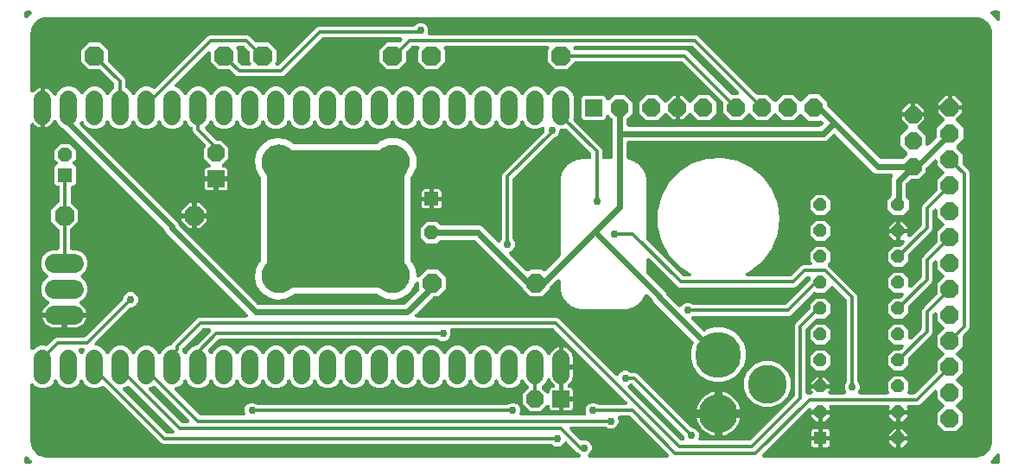
<source format=gbr>
G04 EAGLE Gerber RS-274X export*
G75*
%MOMM*%
%FSLAX34Y34*%
%LPD*%
%INTop Copper*%
%IPPOS*%
%AMOC8*
5,1,8,0,0,1.08239X$1,22.5*%
G01*
%ADD10C,4.500000*%
%ADD11C,3.810000*%
%ADD12C,1.700000*%
%ADD13P,1.924489X8X112.500000*%
%ADD14P,2.089446X8X202.500000*%
%ADD15P,1.924489X8X22.500000*%
%ADD16P,1.924489X8X292.500000*%
%ADD17P,1.814519X8X292.500000*%
%ADD18P,1.948302X8X202.500000*%
%ADD19P,1.840063X8X292.500000*%
%ADD20R,1.700000X1.700000*%
%ADD21R,1.270000X1.270000*%
%ADD22P,1.374635X8X292.500000*%
%ADD23P,1.840063X8X22.500000*%
%ADD24C,1.899919*%
%ADD25R,1.360000X1.360000*%
%ADD26P,1.472050X8X292.500000*%
%ADD27P,1.840063X8X202.500000*%
%ADD28C,0.350000*%
%ADD29C,0.750000*%
%ADD30C,0.600000*%

G36*
X660052Y-215994D02*
X660052Y-215994D01*
X660157Y-215993D01*
X662347Y-215821D01*
X662441Y-215804D01*
X662537Y-215797D01*
X662685Y-215760D01*
X662740Y-215750D01*
X662766Y-215740D01*
X662808Y-215729D01*
X666974Y-214376D01*
X667133Y-214305D01*
X667294Y-214239D01*
X667321Y-214223D01*
X667339Y-214215D01*
X667382Y-214184D01*
X667531Y-214092D01*
X671075Y-211517D01*
X671205Y-211401D01*
X671337Y-211289D01*
X671357Y-211265D01*
X671373Y-211251D01*
X671404Y-211209D01*
X671517Y-211075D01*
X674092Y-207531D01*
X674179Y-207381D01*
X674271Y-207233D01*
X674283Y-207204D01*
X674293Y-207186D01*
X674310Y-207136D01*
X674376Y-206974D01*
X675729Y-202808D01*
X675749Y-202714D01*
X675779Y-202623D01*
X675802Y-202472D01*
X675814Y-202418D01*
X675814Y-202390D01*
X675821Y-202347D01*
X675993Y-200157D01*
X675992Y-200104D01*
X675999Y-200000D01*
X675999Y200000D01*
X675994Y200052D01*
X675993Y200157D01*
X675821Y202347D01*
X675804Y202441D01*
X675797Y202537D01*
X675760Y202685D01*
X675750Y202740D01*
X675740Y202766D01*
X675729Y202808D01*
X674376Y206974D01*
X674305Y207133D01*
X674239Y207294D01*
X674223Y207321D01*
X674215Y207339D01*
X674184Y207382D01*
X674092Y207531D01*
X671517Y211075D01*
X671401Y211205D01*
X671289Y211337D01*
X671265Y211357D01*
X671251Y211373D01*
X671209Y211404D01*
X671075Y211517D01*
X667531Y214092D01*
X667381Y214179D01*
X667233Y214271D01*
X667204Y214283D01*
X667186Y214293D01*
X667136Y214310D01*
X666974Y214376D01*
X662808Y215729D01*
X662714Y215749D01*
X662623Y215779D01*
X662473Y215802D01*
X662418Y215814D01*
X662390Y215814D01*
X662347Y215821D01*
X660157Y215993D01*
X660104Y215992D01*
X660000Y215999D01*
X-250000Y215999D01*
X-250052Y215994D01*
X-250157Y215993D01*
X-252347Y215821D01*
X-252441Y215804D01*
X-252537Y215797D01*
X-252685Y215760D01*
X-252740Y215750D01*
X-252766Y215740D01*
X-252808Y215729D01*
X-256974Y214376D01*
X-257133Y214305D01*
X-257294Y214239D01*
X-257321Y214223D01*
X-257339Y214215D01*
X-257382Y214184D01*
X-257531Y214092D01*
X-261075Y211517D01*
X-261205Y211401D01*
X-261337Y211289D01*
X-261357Y211265D01*
X-261373Y211251D01*
X-261404Y211209D01*
X-261517Y211075D01*
X-264092Y207531D01*
X-264179Y207381D01*
X-264271Y207233D01*
X-264283Y207204D01*
X-264293Y207186D01*
X-264310Y207136D01*
X-264376Y206974D01*
X-265729Y202808D01*
X-265749Y202714D01*
X-265779Y202623D01*
X-265802Y202473D01*
X-265814Y202418D01*
X-265814Y202390D01*
X-265821Y202347D01*
X-265993Y200157D01*
X-265992Y200104D01*
X-265999Y200000D01*
X-265999Y143921D01*
X-265982Y143749D01*
X-265970Y143578D01*
X-265962Y143551D01*
X-265959Y143524D01*
X-265908Y143359D01*
X-265862Y143193D01*
X-265849Y143169D01*
X-265841Y143142D01*
X-265758Y142990D01*
X-265680Y142838D01*
X-265663Y142816D01*
X-265650Y142792D01*
X-265539Y142660D01*
X-265431Y142525D01*
X-265410Y142507D01*
X-265392Y142486D01*
X-265257Y142379D01*
X-265125Y142269D01*
X-265101Y142255D01*
X-265079Y142238D01*
X-264926Y142160D01*
X-264774Y142078D01*
X-264748Y142070D01*
X-264723Y142057D01*
X-264558Y142011D01*
X-264392Y141961D01*
X-264365Y141958D01*
X-264338Y141951D01*
X-264167Y141939D01*
X-263995Y141922D01*
X-263967Y141925D01*
X-263940Y141923D01*
X-263769Y141945D01*
X-263598Y141963D01*
X-263571Y141971D01*
X-263544Y141975D01*
X-263381Y142030D01*
X-263216Y142082D01*
X-263192Y142095D01*
X-263166Y142104D01*
X-263018Y142191D01*
X-262866Y142274D01*
X-262845Y142292D01*
X-262821Y142306D01*
X-262693Y142421D01*
X-262562Y142533D01*
X-262540Y142558D01*
X-262524Y142573D01*
X-262492Y142616D01*
X-262459Y142655D01*
X-261193Y143921D01*
X-259787Y144943D01*
X-258238Y145732D01*
X-256585Y146269D01*
X-256499Y146283D01*
X-256499Y127500D01*
X-256496Y127470D01*
X-256498Y127440D01*
X-256476Y127271D01*
X-256459Y127103D01*
X-256450Y127074D01*
X-256446Y127044D01*
X-256428Y126991D01*
X-256470Y126838D01*
X-256473Y126808D01*
X-256480Y126778D01*
X-256499Y126500D01*
X-256499Y107717D01*
X-256585Y107731D01*
X-258238Y108268D01*
X-259787Y109057D01*
X-261193Y110079D01*
X-262501Y111387D01*
X-262608Y111514D01*
X-262630Y111531D01*
X-262648Y111552D01*
X-262786Y111655D01*
X-262921Y111762D01*
X-262946Y111775D01*
X-262968Y111791D01*
X-263123Y111865D01*
X-263277Y111943D01*
X-263304Y111950D01*
X-263329Y111962D01*
X-263496Y112004D01*
X-263662Y112049D01*
X-263690Y112051D01*
X-263717Y112058D01*
X-263889Y112065D01*
X-264060Y112077D01*
X-264088Y112074D01*
X-264116Y112075D01*
X-264286Y112048D01*
X-264456Y112025D01*
X-264483Y112016D01*
X-264510Y112012D01*
X-264671Y111952D01*
X-264834Y111896D01*
X-264858Y111882D01*
X-264884Y111872D01*
X-265030Y111781D01*
X-265179Y111694D01*
X-265199Y111675D01*
X-265223Y111660D01*
X-265348Y111542D01*
X-265476Y111427D01*
X-265493Y111405D01*
X-265513Y111386D01*
X-265612Y111245D01*
X-265715Y111107D01*
X-265727Y111082D01*
X-265743Y111059D01*
X-265811Y110901D01*
X-265885Y110745D01*
X-265892Y110718D01*
X-265903Y110693D01*
X-265939Y110525D01*
X-265980Y110357D01*
X-265982Y110324D01*
X-265987Y110302D01*
X-265987Y110249D01*
X-265999Y110079D01*
X-265999Y-108701D01*
X-265998Y-108716D01*
X-265999Y-108731D01*
X-265978Y-108915D01*
X-265959Y-109099D01*
X-265955Y-109113D01*
X-265953Y-109128D01*
X-265896Y-109305D01*
X-265841Y-109480D01*
X-265834Y-109493D01*
X-265829Y-109508D01*
X-265739Y-109668D01*
X-265650Y-109831D01*
X-265640Y-109842D01*
X-265632Y-109855D01*
X-265512Y-109994D01*
X-265392Y-110136D01*
X-265380Y-110145D01*
X-265370Y-110157D01*
X-265224Y-110269D01*
X-265079Y-110384D01*
X-265066Y-110391D01*
X-265054Y-110400D01*
X-264888Y-110481D01*
X-264723Y-110565D01*
X-264708Y-110569D01*
X-264695Y-110576D01*
X-264516Y-110622D01*
X-264338Y-110672D01*
X-264323Y-110673D01*
X-264308Y-110676D01*
X-264125Y-110686D01*
X-263940Y-110699D01*
X-263925Y-110697D01*
X-263910Y-110698D01*
X-263727Y-110672D01*
X-263544Y-110648D01*
X-263529Y-110643D01*
X-263514Y-110640D01*
X-263340Y-110578D01*
X-263166Y-110518D01*
X-263153Y-110510D01*
X-263139Y-110505D01*
X-262981Y-110410D01*
X-262821Y-110316D01*
X-262810Y-110306D01*
X-262797Y-110298D01*
X-262586Y-110115D01*
X-260798Y-108326D01*
X-256387Y-106499D01*
X-251613Y-106499D01*
X-251580Y-106513D01*
X-251543Y-106524D01*
X-251509Y-106541D01*
X-251353Y-106581D01*
X-251197Y-106628D01*
X-251159Y-106632D01*
X-251123Y-106641D01*
X-250961Y-106650D01*
X-250799Y-106665D01*
X-250762Y-106661D01*
X-250724Y-106663D01*
X-250564Y-106640D01*
X-250402Y-106622D01*
X-250366Y-106611D01*
X-250329Y-106605D01*
X-250176Y-106550D01*
X-250022Y-106501D01*
X-249989Y-106483D01*
X-249953Y-106470D01*
X-249814Y-106386D01*
X-249673Y-106307D01*
X-249644Y-106282D01*
X-249612Y-106263D01*
X-249401Y-106080D01*
X-242324Y-99003D01*
X-240394Y-98204D01*
X-213449Y-98204D01*
X-213403Y-98199D01*
X-213358Y-98202D01*
X-213205Y-98179D01*
X-213051Y-98164D01*
X-213008Y-98150D01*
X-212963Y-98144D01*
X-212817Y-98091D01*
X-212670Y-98046D01*
X-212630Y-98024D01*
X-212587Y-98008D01*
X-212455Y-97928D01*
X-212319Y-97854D01*
X-212284Y-97825D01*
X-212246Y-97801D01*
X-212035Y-97618D01*
X-175726Y-61309D01*
X-175698Y-61274D01*
X-175664Y-61244D01*
X-175572Y-61120D01*
X-175473Y-61000D01*
X-175452Y-60960D01*
X-175425Y-60924D01*
X-175359Y-60784D01*
X-175287Y-60647D01*
X-175274Y-60603D01*
X-175255Y-60562D01*
X-175218Y-60412D01*
X-175175Y-60263D01*
X-175171Y-60218D01*
X-175160Y-60174D01*
X-175141Y-59896D01*
X-175141Y-59808D01*
X-174037Y-57143D01*
X-171997Y-55103D01*
X-169332Y-53999D01*
X-166448Y-53999D01*
X-163783Y-55103D01*
X-161743Y-57143D01*
X-160639Y-59808D01*
X-160639Y-62692D01*
X-161743Y-65357D01*
X-163783Y-67397D01*
X-166448Y-68501D01*
X-167238Y-68501D01*
X-167283Y-68505D01*
X-167329Y-68503D01*
X-167482Y-68525D01*
X-167636Y-68541D01*
X-167679Y-68554D01*
X-167724Y-68561D01*
X-167870Y-68613D01*
X-168017Y-68659D01*
X-168057Y-68680D01*
X-168100Y-68696D01*
X-168232Y-68776D01*
X-168368Y-68850D01*
X-168403Y-68880D01*
X-168441Y-68903D01*
X-168652Y-69086D01*
X-202652Y-103086D01*
X-202662Y-103098D01*
X-202673Y-103108D01*
X-202788Y-103252D01*
X-202905Y-103396D01*
X-202912Y-103409D01*
X-202921Y-103421D01*
X-203005Y-103586D01*
X-203091Y-103749D01*
X-203095Y-103763D01*
X-203102Y-103777D01*
X-203151Y-103955D01*
X-203203Y-104132D01*
X-203205Y-104147D01*
X-203209Y-104162D01*
X-203222Y-104345D01*
X-203237Y-104530D01*
X-203236Y-104545D01*
X-203237Y-104560D01*
X-203213Y-104744D01*
X-203191Y-104927D01*
X-203187Y-104941D01*
X-203185Y-104956D01*
X-203125Y-105131D01*
X-203068Y-105307D01*
X-203060Y-105320D01*
X-203055Y-105334D01*
X-202962Y-105494D01*
X-202871Y-105654D01*
X-202861Y-105666D01*
X-202853Y-105679D01*
X-202730Y-105816D01*
X-202609Y-105956D01*
X-202597Y-105965D01*
X-202587Y-105976D01*
X-202439Y-106086D01*
X-202292Y-106199D01*
X-202278Y-106206D01*
X-202266Y-106215D01*
X-202099Y-106293D01*
X-201933Y-106375D01*
X-201919Y-106378D01*
X-201905Y-106385D01*
X-201725Y-106429D01*
X-201547Y-106475D01*
X-201532Y-106476D01*
X-201517Y-106480D01*
X-201238Y-106499D01*
X-200813Y-106499D01*
X-196402Y-108326D01*
X-193026Y-111702D01*
X-192347Y-113342D01*
X-192340Y-113355D01*
X-192335Y-113370D01*
X-192246Y-113531D01*
X-192158Y-113694D01*
X-192148Y-113705D01*
X-192141Y-113719D01*
X-192021Y-113859D01*
X-191903Y-114001D01*
X-191891Y-114011D01*
X-191881Y-114022D01*
X-191735Y-114136D01*
X-191592Y-114252D01*
X-191579Y-114259D01*
X-191566Y-114268D01*
X-191400Y-114351D01*
X-191237Y-114435D01*
X-191223Y-114439D01*
X-191209Y-114446D01*
X-191031Y-114494D01*
X-190853Y-114545D01*
X-190838Y-114546D01*
X-190823Y-114550D01*
X-190639Y-114561D01*
X-190455Y-114576D01*
X-190440Y-114574D01*
X-190425Y-114575D01*
X-190242Y-114549D01*
X-190058Y-114527D01*
X-190044Y-114522D01*
X-190029Y-114520D01*
X-189855Y-114459D01*
X-189680Y-114400D01*
X-189666Y-114392D01*
X-189652Y-114387D01*
X-189494Y-114293D01*
X-189334Y-114201D01*
X-189322Y-114190D01*
X-189309Y-114183D01*
X-189174Y-114059D01*
X-189034Y-113936D01*
X-189025Y-113924D01*
X-189014Y-113914D01*
X-188905Y-113765D01*
X-188793Y-113618D01*
X-188787Y-113604D01*
X-188778Y-113592D01*
X-188653Y-113342D01*
X-187974Y-111702D01*
X-184598Y-108326D01*
X-180187Y-106499D01*
X-175413Y-106499D01*
X-171002Y-108326D01*
X-167626Y-111702D01*
X-166947Y-113342D01*
X-166940Y-113355D01*
X-166935Y-113370D01*
X-166846Y-113531D01*
X-166758Y-113694D01*
X-166748Y-113705D01*
X-166741Y-113719D01*
X-166621Y-113859D01*
X-166503Y-114001D01*
X-166491Y-114011D01*
X-166481Y-114022D01*
X-166335Y-114136D01*
X-166192Y-114252D01*
X-166179Y-114259D01*
X-166166Y-114268D01*
X-166000Y-114351D01*
X-165837Y-114435D01*
X-165823Y-114439D01*
X-165809Y-114446D01*
X-165631Y-114494D01*
X-165453Y-114545D01*
X-165438Y-114546D01*
X-165423Y-114550D01*
X-165239Y-114561D01*
X-165055Y-114576D01*
X-165040Y-114574D01*
X-165025Y-114575D01*
X-164842Y-114549D01*
X-164658Y-114527D01*
X-164644Y-114522D01*
X-164629Y-114520D01*
X-164455Y-114459D01*
X-164280Y-114400D01*
X-164266Y-114392D01*
X-164252Y-114387D01*
X-164094Y-114293D01*
X-163934Y-114201D01*
X-163922Y-114190D01*
X-163909Y-114183D01*
X-163774Y-114059D01*
X-163634Y-113936D01*
X-163625Y-113924D01*
X-163614Y-113914D01*
X-163505Y-113765D01*
X-163393Y-113618D01*
X-163387Y-113604D01*
X-163378Y-113592D01*
X-163253Y-113342D01*
X-162574Y-111702D01*
X-159198Y-108326D01*
X-154787Y-106499D01*
X-150013Y-106499D01*
X-145602Y-108326D01*
X-142226Y-111702D01*
X-141547Y-113342D01*
X-141540Y-113355D01*
X-141535Y-113370D01*
X-141446Y-113531D01*
X-141358Y-113694D01*
X-141348Y-113705D01*
X-141341Y-113719D01*
X-141221Y-113859D01*
X-141103Y-114001D01*
X-141091Y-114011D01*
X-141081Y-114022D01*
X-140935Y-114136D01*
X-140792Y-114252D01*
X-140779Y-114259D01*
X-140766Y-114268D01*
X-140600Y-114351D01*
X-140437Y-114435D01*
X-140423Y-114439D01*
X-140409Y-114446D01*
X-140231Y-114494D01*
X-140053Y-114545D01*
X-140038Y-114546D01*
X-140023Y-114550D01*
X-139839Y-114561D01*
X-139655Y-114576D01*
X-139640Y-114574D01*
X-139625Y-114575D01*
X-139442Y-114549D01*
X-139258Y-114527D01*
X-139244Y-114522D01*
X-139229Y-114520D01*
X-139055Y-114459D01*
X-138880Y-114400D01*
X-138866Y-114392D01*
X-138852Y-114387D01*
X-138694Y-114293D01*
X-138534Y-114201D01*
X-138522Y-114190D01*
X-138509Y-114183D01*
X-138374Y-114059D01*
X-138234Y-113936D01*
X-138225Y-113924D01*
X-138214Y-113914D01*
X-138105Y-113765D01*
X-137993Y-113618D01*
X-137987Y-113604D01*
X-137978Y-113592D01*
X-137853Y-113342D01*
X-137174Y-111702D01*
X-133798Y-108326D01*
X-129378Y-106496D01*
X-129378Y-106495D01*
X-129340Y-106498D01*
X-129179Y-106476D01*
X-129018Y-106459D01*
X-128982Y-106448D01*
X-128944Y-106443D01*
X-128791Y-106389D01*
X-128636Y-106341D01*
X-128603Y-106323D01*
X-128567Y-106311D01*
X-128428Y-106228D01*
X-128286Y-106150D01*
X-128257Y-106125D01*
X-128224Y-106106D01*
X-128104Y-105997D01*
X-127980Y-105892D01*
X-127957Y-105863D01*
X-127929Y-105837D01*
X-127833Y-105706D01*
X-127732Y-105579D01*
X-127715Y-105545D01*
X-127693Y-105515D01*
X-127568Y-105265D01*
X-126951Y-103776D01*
X-102724Y-79549D01*
X-100794Y-78749D01*
X-54978Y-78749D01*
X-54963Y-78748D01*
X-54948Y-78749D01*
X-54764Y-78728D01*
X-54580Y-78709D01*
X-54566Y-78705D01*
X-54551Y-78703D01*
X-54376Y-78646D01*
X-54199Y-78591D01*
X-54186Y-78584D01*
X-54171Y-78579D01*
X-54011Y-78489D01*
X-53848Y-78400D01*
X-53837Y-78390D01*
X-53824Y-78382D01*
X-53684Y-78261D01*
X-53543Y-78142D01*
X-53534Y-78130D01*
X-53522Y-78120D01*
X-53409Y-77974D01*
X-53295Y-77829D01*
X-53288Y-77816D01*
X-53279Y-77804D01*
X-53198Y-77638D01*
X-53114Y-77473D01*
X-53110Y-77458D01*
X-53103Y-77445D01*
X-53057Y-77266D01*
X-53007Y-77088D01*
X-53006Y-77073D01*
X-53003Y-77058D01*
X-52992Y-76875D01*
X-52980Y-76690D01*
X-52981Y-76675D01*
X-52981Y-76660D01*
X-53007Y-76477D01*
X-53031Y-76294D01*
X-53036Y-76279D01*
X-53038Y-76264D01*
X-53101Y-76090D01*
X-53161Y-75916D01*
X-53169Y-75903D01*
X-53174Y-75889D01*
X-53270Y-75731D01*
X-53363Y-75571D01*
X-53373Y-75560D01*
X-53381Y-75547D01*
X-53564Y-75336D01*
X-133685Y4784D01*
X-134770Y7404D01*
X-134795Y7451D01*
X-134813Y7501D01*
X-134889Y7627D01*
X-134959Y7756D01*
X-134993Y7797D01*
X-135020Y7842D01*
X-135204Y8053D01*
X-233435Y106284D01*
X-233462Y106349D01*
X-233483Y106389D01*
X-233498Y106432D01*
X-233578Y106565D01*
X-233651Y106701D01*
X-233680Y106736D01*
X-233703Y106775D01*
X-233807Y106890D01*
X-233906Y107009D01*
X-233941Y107037D01*
X-233972Y107071D01*
X-234097Y107162D01*
X-234217Y107259D01*
X-234257Y107280D01*
X-234294Y107307D01*
X-234544Y107431D01*
X-235681Y107902D01*
X-239198Y111419D01*
X-240237Y113928D01*
X-240301Y114048D01*
X-240358Y114173D01*
X-240396Y114224D01*
X-240426Y114280D01*
X-240513Y114385D01*
X-240594Y114496D01*
X-240640Y114539D01*
X-240681Y114588D01*
X-240788Y114673D01*
X-240888Y114765D01*
X-240943Y114798D01*
X-240992Y114838D01*
X-241114Y114901D01*
X-241231Y114971D01*
X-241290Y114992D01*
X-241347Y115022D01*
X-241478Y115059D01*
X-241607Y115105D01*
X-241670Y115114D01*
X-241731Y115131D01*
X-241867Y115142D01*
X-242002Y115161D01*
X-242066Y115157D01*
X-242129Y115162D01*
X-242265Y115145D01*
X-242401Y115137D01*
X-242463Y115121D01*
X-242526Y115113D01*
X-242655Y115070D01*
X-242787Y115035D01*
X-242844Y115007D01*
X-242905Y114986D01*
X-243023Y114918D01*
X-243145Y114858D01*
X-243196Y114819D01*
X-243251Y114787D01*
X-243353Y114697D01*
X-243461Y114613D01*
X-243502Y114565D01*
X-243550Y114523D01*
X-243632Y114414D01*
X-243722Y114310D01*
X-243764Y114240D01*
X-243791Y114204D01*
X-243813Y114157D01*
X-243865Y114071D01*
X-244557Y112713D01*
X-245579Y111307D01*
X-246807Y110079D01*
X-248213Y109057D01*
X-249762Y108268D01*
X-251415Y107731D01*
X-251501Y107717D01*
X-251501Y126500D01*
X-251504Y126530D01*
X-251502Y126560D01*
X-251524Y126729D01*
X-251541Y126897D01*
X-251550Y126926D01*
X-251553Y126956D01*
X-251572Y127009D01*
X-251530Y127162D01*
X-251527Y127192D01*
X-251520Y127222D01*
X-251501Y127500D01*
X-251501Y146283D01*
X-251415Y146269D01*
X-249762Y145732D01*
X-248213Y144943D01*
X-246807Y143921D01*
X-245579Y142693D01*
X-244557Y141287D01*
X-243865Y139929D01*
X-243792Y139814D01*
X-243725Y139695D01*
X-243684Y139647D01*
X-243649Y139593D01*
X-243554Y139495D01*
X-243465Y139391D01*
X-243415Y139352D01*
X-243371Y139307D01*
X-243258Y139230D01*
X-243151Y139146D01*
X-243094Y139117D01*
X-243041Y139081D01*
X-242915Y139028D01*
X-242793Y138967D01*
X-242732Y138951D01*
X-242673Y138926D01*
X-242539Y138899D01*
X-242407Y138864D01*
X-242344Y138860D01*
X-242282Y138847D01*
X-242145Y138847D01*
X-242009Y138839D01*
X-241946Y138848D01*
X-241882Y138848D01*
X-241748Y138875D01*
X-241613Y138894D01*
X-241553Y138915D01*
X-241491Y138928D01*
X-241365Y138981D01*
X-241236Y139026D01*
X-241182Y139059D01*
X-241123Y139084D01*
X-241011Y139161D01*
X-240893Y139231D01*
X-240846Y139274D01*
X-240794Y139310D01*
X-240699Y139408D01*
X-240598Y139500D01*
X-240560Y139551D01*
X-240516Y139597D01*
X-240442Y139712D01*
X-240362Y139822D01*
X-240325Y139895D01*
X-240301Y139933D01*
X-240282Y139981D01*
X-240237Y140072D01*
X-239198Y142581D01*
X-235681Y146098D01*
X-231087Y148001D01*
X-226113Y148001D01*
X-221519Y146098D01*
X-218002Y142581D01*
X-217476Y141311D01*
X-217469Y141298D01*
X-217465Y141284D01*
X-217375Y141122D01*
X-217288Y140959D01*
X-217278Y140948D01*
X-217270Y140935D01*
X-217150Y140794D01*
X-217032Y140652D01*
X-217021Y140643D01*
X-217011Y140631D01*
X-216865Y140517D01*
X-216721Y140402D01*
X-216708Y140395D01*
X-216696Y140385D01*
X-216531Y140303D01*
X-216367Y140218D01*
X-216352Y140214D01*
X-216338Y140207D01*
X-216161Y140159D01*
X-215982Y140109D01*
X-215967Y140107D01*
X-215953Y140104D01*
X-215770Y140092D01*
X-215584Y140078D01*
X-215569Y140080D01*
X-215554Y140079D01*
X-215371Y140104D01*
X-215188Y140127D01*
X-215173Y140131D01*
X-215158Y140133D01*
X-214984Y140195D01*
X-214809Y140253D01*
X-214796Y140261D01*
X-214782Y140266D01*
X-214623Y140361D01*
X-214463Y140453D01*
X-214452Y140463D01*
X-214439Y140471D01*
X-214302Y140595D01*
X-214163Y140717D01*
X-214154Y140729D01*
X-214143Y140739D01*
X-214034Y140888D01*
X-213922Y141036D01*
X-213916Y141049D01*
X-213907Y141062D01*
X-213782Y141311D01*
X-213374Y142298D01*
X-209998Y145674D01*
X-205587Y147501D01*
X-200813Y147501D01*
X-196402Y145674D01*
X-193026Y142298D01*
X-192347Y140658D01*
X-192340Y140645D01*
X-192335Y140630D01*
X-192245Y140469D01*
X-192158Y140306D01*
X-192148Y140295D01*
X-192141Y140281D01*
X-192021Y140141D01*
X-191903Y139999D01*
X-191891Y139989D01*
X-191881Y139978D01*
X-191736Y139865D01*
X-191592Y139748D01*
X-191578Y139741D01*
X-191566Y139732D01*
X-191402Y139650D01*
X-191237Y139565D01*
X-191223Y139561D01*
X-191209Y139554D01*
X-191031Y139506D01*
X-190853Y139455D01*
X-190838Y139454D01*
X-190823Y139450D01*
X-190640Y139439D01*
X-190455Y139424D01*
X-190440Y139426D01*
X-190425Y139425D01*
X-190242Y139451D01*
X-190058Y139473D01*
X-190044Y139478D01*
X-190029Y139480D01*
X-189854Y139542D01*
X-189680Y139600D01*
X-189666Y139608D01*
X-189652Y139613D01*
X-189493Y139708D01*
X-189333Y139800D01*
X-189322Y139810D01*
X-189309Y139817D01*
X-189172Y139942D01*
X-189034Y140064D01*
X-189025Y140076D01*
X-189014Y140086D01*
X-188905Y140235D01*
X-188793Y140382D01*
X-188786Y140396D01*
X-188778Y140408D01*
X-188653Y140658D01*
X-187974Y142298D01*
X-184336Y145935D01*
X-184308Y145970D01*
X-184274Y146001D01*
X-184182Y146125D01*
X-184083Y146245D01*
X-184062Y146285D01*
X-184035Y146321D01*
X-183969Y146461D01*
X-183897Y146598D01*
X-183884Y146641D01*
X-183865Y146682D01*
X-183828Y146833D01*
X-183785Y146981D01*
X-183781Y147026D01*
X-183770Y147070D01*
X-183751Y147349D01*
X-183751Y150097D01*
X-183755Y150142D01*
X-183753Y150187D01*
X-183775Y150340D01*
X-183791Y150494D01*
X-183804Y150538D01*
X-183811Y150583D01*
X-183863Y150728D01*
X-183909Y150876D01*
X-183930Y150916D01*
X-183946Y150958D01*
X-184026Y151090D01*
X-184100Y151226D01*
X-184130Y151261D01*
X-184153Y151300D01*
X-184336Y151511D01*
X-196887Y164062D01*
X-196923Y164090D01*
X-196953Y164124D01*
X-197077Y164216D01*
X-197197Y164315D01*
X-197237Y164336D01*
X-197273Y164363D01*
X-197413Y164429D01*
X-197550Y164501D01*
X-197593Y164514D01*
X-197635Y164533D01*
X-197785Y164570D01*
X-197933Y164613D01*
X-197978Y164617D01*
X-198023Y164628D01*
X-198301Y164647D01*
X-208648Y164647D01*
X-216353Y172352D01*
X-216353Y183248D01*
X-208648Y190953D01*
X-197752Y190953D01*
X-190047Y183248D01*
X-190047Y172901D01*
X-190043Y172856D01*
X-190045Y172811D01*
X-190023Y172658D01*
X-190007Y172504D01*
X-189994Y172460D01*
X-189987Y172415D01*
X-189935Y172270D01*
X-189889Y172122D01*
X-189868Y172082D01*
X-189852Y172040D01*
X-189772Y171908D01*
X-189698Y171772D01*
X-189668Y171737D01*
X-189645Y171698D01*
X-189462Y171487D01*
X-174049Y156074D01*
X-173249Y154144D01*
X-173249Y147940D01*
X-173245Y147903D01*
X-173248Y147865D01*
X-173226Y147704D01*
X-173209Y147543D01*
X-173198Y147507D01*
X-173193Y147469D01*
X-173139Y147316D01*
X-173091Y147161D01*
X-173073Y147128D01*
X-173061Y147092D01*
X-172978Y146953D01*
X-172900Y146811D01*
X-172875Y146782D01*
X-172856Y146749D01*
X-172747Y146629D01*
X-172642Y146506D01*
X-172613Y146482D01*
X-172587Y146454D01*
X-172456Y146358D01*
X-172329Y146257D01*
X-172295Y146240D01*
X-172265Y146218D01*
X-172015Y146093D01*
X-171002Y145674D01*
X-167626Y142298D01*
X-166947Y140658D01*
X-166940Y140645D01*
X-166935Y140630D01*
X-166845Y140469D01*
X-166758Y140306D01*
X-166748Y140295D01*
X-166741Y140281D01*
X-166621Y140141D01*
X-166503Y139999D01*
X-166491Y139989D01*
X-166481Y139978D01*
X-166336Y139865D01*
X-166192Y139748D01*
X-166178Y139741D01*
X-166166Y139732D01*
X-166002Y139650D01*
X-165837Y139565D01*
X-165823Y139561D01*
X-165809Y139554D01*
X-165631Y139506D01*
X-165453Y139455D01*
X-165438Y139454D01*
X-165423Y139450D01*
X-165240Y139439D01*
X-165055Y139424D01*
X-165040Y139426D01*
X-165025Y139425D01*
X-164842Y139451D01*
X-164658Y139473D01*
X-164644Y139478D01*
X-164629Y139480D01*
X-164454Y139542D01*
X-164280Y139600D01*
X-164266Y139608D01*
X-164252Y139613D01*
X-164093Y139708D01*
X-163933Y139800D01*
X-163922Y139810D01*
X-163909Y139817D01*
X-163772Y139942D01*
X-163634Y140064D01*
X-163625Y140076D01*
X-163614Y140086D01*
X-163505Y140235D01*
X-163393Y140382D01*
X-163386Y140396D01*
X-163378Y140408D01*
X-163253Y140658D01*
X-162574Y142298D01*
X-159198Y145674D01*
X-154787Y147501D01*
X-150013Y147501D01*
X-145489Y145627D01*
X-145453Y145616D01*
X-145419Y145600D01*
X-145262Y145559D01*
X-145107Y145512D01*
X-145069Y145508D01*
X-145033Y145499D01*
X-144871Y145490D01*
X-144709Y145475D01*
X-144672Y145479D01*
X-144634Y145477D01*
X-144474Y145500D01*
X-144312Y145518D01*
X-144276Y145529D01*
X-144239Y145535D01*
X-144086Y145590D01*
X-143932Y145639D01*
X-143899Y145657D01*
X-143863Y145670D01*
X-143724Y145754D01*
X-143582Y145833D01*
X-143554Y145858D01*
X-143521Y145877D01*
X-143311Y146060D01*
X-92218Y197153D01*
X-90288Y197953D01*
X-53408Y197953D01*
X-51478Y197153D01*
X-49719Y195395D01*
X-45826Y191502D01*
X-45802Y191482D01*
X-45782Y191459D01*
X-45648Y191356D01*
X-45517Y191249D01*
X-45490Y191235D01*
X-45465Y191216D01*
X-45314Y191142D01*
X-45164Y191063D01*
X-45134Y191054D01*
X-45107Y191041D01*
X-44943Y190998D01*
X-44780Y190950D01*
X-44750Y190948D01*
X-44720Y190940D01*
X-44551Y190931D01*
X-44382Y190917D01*
X-44352Y190920D01*
X-44321Y190918D01*
X-44154Y190943D01*
X-44069Y190953D01*
X-32652Y190953D01*
X-24947Y183248D01*
X-24947Y172352D01*
X-25738Y171562D01*
X-25747Y171550D01*
X-25759Y171540D01*
X-25874Y171395D01*
X-25990Y171252D01*
X-25997Y171239D01*
X-26007Y171227D01*
X-26091Y171062D01*
X-26177Y170899D01*
X-26181Y170885D01*
X-26188Y170871D01*
X-26237Y170694D01*
X-26289Y170516D01*
X-26290Y170501D01*
X-26294Y170486D01*
X-26307Y170303D01*
X-26323Y170118D01*
X-26321Y170103D01*
X-26322Y170088D01*
X-26298Y169904D01*
X-26277Y169721D01*
X-26272Y169707D01*
X-26270Y169692D01*
X-26210Y169516D01*
X-26153Y169341D01*
X-26146Y169328D01*
X-26141Y169314D01*
X-26047Y169154D01*
X-25956Y168994D01*
X-25946Y168982D01*
X-25939Y168969D01*
X-25815Y168831D01*
X-25694Y168692D01*
X-25682Y168683D01*
X-25672Y168672D01*
X-25524Y168561D01*
X-25378Y168449D01*
X-25364Y168442D01*
X-25352Y168433D01*
X-25185Y168355D01*
X-25019Y168273D01*
X-25004Y168270D01*
X-24990Y168263D01*
X-24811Y168219D01*
X-24632Y168173D01*
X-24617Y168172D01*
X-24602Y168168D01*
X-24324Y168149D01*
X-23855Y168149D01*
X-23810Y168153D01*
X-23765Y168151D01*
X-23612Y168173D01*
X-23458Y168189D01*
X-23414Y168202D01*
X-23369Y168209D01*
X-23224Y168261D01*
X-23076Y168307D01*
X-23036Y168328D01*
X-22994Y168344D01*
X-22862Y168424D01*
X-22726Y168498D01*
X-22691Y168528D01*
X-22652Y168551D01*
X-22441Y168734D01*
X14526Y205701D01*
X16456Y206501D01*
X108849Y206501D01*
X108894Y206505D01*
X108939Y206503D01*
X109092Y206525D01*
X109246Y206541D01*
X109289Y206554D01*
X109334Y206561D01*
X109480Y206613D01*
X109628Y206659D01*
X109667Y206680D01*
X109710Y206696D01*
X109842Y206776D01*
X109978Y206850D01*
X110013Y206880D01*
X110051Y206903D01*
X110262Y207086D01*
X112183Y209007D01*
X114848Y210111D01*
X117732Y210111D01*
X120397Y209007D01*
X122437Y206967D01*
X123541Y204302D01*
X123541Y201418D01*
X123250Y200717D01*
X123244Y200695D01*
X123234Y200675D01*
X123187Y200505D01*
X123135Y200335D01*
X123133Y200312D01*
X123127Y200290D01*
X123115Y200113D01*
X123098Y199937D01*
X123101Y199914D01*
X123099Y199892D01*
X123122Y199716D01*
X123141Y199540D01*
X123148Y199518D01*
X123151Y199496D01*
X123208Y199328D01*
X123262Y199159D01*
X123273Y199139D01*
X123281Y199118D01*
X123370Y198965D01*
X123456Y198810D01*
X123471Y198793D01*
X123483Y198773D01*
X123601Y198641D01*
X123716Y198507D01*
X123734Y198493D01*
X123749Y198476D01*
X123891Y198370D01*
X124031Y198261D01*
X124051Y198251D01*
X124070Y198237D01*
X124230Y198162D01*
X124388Y198083D01*
X124410Y198077D01*
X124431Y198067D01*
X124603Y198025D01*
X124774Y197979D01*
X124797Y197978D01*
X124819Y197972D01*
X125098Y197953D01*
X386192Y197953D01*
X388122Y197153D01*
X445299Y139976D01*
X445334Y139948D01*
X445365Y139914D01*
X445489Y139822D01*
X445609Y139723D01*
X445649Y139702D01*
X445685Y139675D01*
X445825Y139609D01*
X445962Y139537D01*
X446005Y139524D01*
X446046Y139505D01*
X446197Y139468D01*
X446345Y139425D01*
X446390Y139421D01*
X446434Y139410D01*
X446713Y139391D01*
X455982Y139391D01*
X462136Y133237D01*
X462160Y133218D01*
X462180Y133195D01*
X462314Y133092D01*
X462446Y132984D01*
X462472Y132970D01*
X462496Y132951D01*
X462649Y132877D01*
X462799Y132798D01*
X462828Y132789D01*
X462855Y132776D01*
X463019Y132733D01*
X463182Y132685D01*
X463212Y132683D01*
X463242Y132675D01*
X463410Y132666D01*
X463580Y132651D01*
X463610Y132655D01*
X463640Y132653D01*
X463808Y132678D01*
X463977Y132697D01*
X464006Y132707D01*
X464036Y132711D01*
X464196Y132769D01*
X464357Y132821D01*
X464383Y132836D01*
X464412Y132846D01*
X464557Y132935D01*
X464704Y133018D01*
X464727Y133038D01*
X464753Y133054D01*
X464964Y133237D01*
X471118Y139391D01*
X481382Y139391D01*
X487183Y133590D01*
X487206Y133571D01*
X487226Y133548D01*
X487360Y133445D01*
X487492Y133338D01*
X487519Y133323D01*
X487543Y133305D01*
X487695Y133230D01*
X487845Y133151D01*
X487874Y133143D01*
X487902Y133129D01*
X488065Y133087D01*
X488229Y133039D01*
X488259Y133036D01*
X488288Y133029D01*
X488457Y133019D01*
X488627Y133005D01*
X488657Y133009D01*
X488687Y133007D01*
X488855Y133031D01*
X489023Y133051D01*
X489052Y133060D01*
X489082Y133065D01*
X489242Y133122D01*
X489403Y133175D01*
X489429Y133190D01*
X489458Y133200D01*
X489603Y133288D01*
X489751Y133372D01*
X489774Y133391D01*
X489799Y133407D01*
X490010Y133590D01*
X496310Y139891D01*
X506990Y139891D01*
X514541Y132340D01*
X514541Y129688D01*
X514545Y129643D01*
X514543Y129597D01*
X514565Y129444D01*
X514581Y129290D01*
X514594Y129247D01*
X514601Y129202D01*
X514653Y129057D01*
X514699Y128909D01*
X514720Y128869D01*
X514736Y128826D01*
X514816Y128694D01*
X514890Y128558D01*
X514920Y128524D01*
X514943Y128485D01*
X515126Y128274D01*
X525184Y118216D01*
X525185Y118216D01*
X566364Y77036D01*
X566399Y77008D01*
X566430Y76974D01*
X566554Y76882D01*
X566673Y76783D01*
X566714Y76762D01*
X566750Y76735D01*
X566890Y76669D01*
X567027Y76597D01*
X567070Y76584D01*
X567111Y76565D01*
X567262Y76528D01*
X567410Y76485D01*
X567455Y76481D01*
X567499Y76470D01*
X567778Y76451D01*
X587261Y76451D01*
X587306Y76455D01*
X587351Y76453D01*
X587505Y76475D01*
X587658Y76491D01*
X587701Y76504D01*
X587746Y76511D01*
X587892Y76563D01*
X588040Y76609D01*
X588080Y76630D01*
X588122Y76646D01*
X588254Y76726D01*
X588390Y76800D01*
X588425Y76830D01*
X588464Y76853D01*
X588674Y77036D01*
X592728Y81090D01*
X592747Y81113D01*
X592770Y81133D01*
X592873Y81267D01*
X592981Y81399D01*
X592995Y81426D01*
X593013Y81450D01*
X593088Y81602D01*
X593167Y81752D01*
X593176Y81782D01*
X593189Y81809D01*
X593232Y81972D01*
X593280Y82136D01*
X593282Y82166D01*
X593290Y82195D01*
X593299Y82364D01*
X593313Y82534D01*
X593310Y82564D01*
X593312Y82594D01*
X593287Y82762D01*
X593268Y82930D01*
X593258Y82959D01*
X593254Y82989D01*
X593196Y83149D01*
X593144Y83310D01*
X593129Y83336D01*
X593119Y83365D01*
X593030Y83510D01*
X592947Y83658D01*
X592927Y83681D01*
X592911Y83706D01*
X592728Y83917D01*
X586717Y89928D01*
X586717Y99772D01*
X593760Y106815D01*
X593780Y106839D01*
X593802Y106858D01*
X593906Y106993D01*
X594013Y107124D01*
X594027Y107151D01*
X594046Y107175D01*
X594120Y107328D01*
X594200Y107478D01*
X594208Y107507D01*
X594221Y107534D01*
X594264Y107698D01*
X594312Y107861D01*
X594314Y107891D01*
X594322Y107920D01*
X594331Y108089D01*
X594346Y108259D01*
X594342Y108289D01*
X594344Y108319D01*
X594319Y108487D01*
X594300Y108656D01*
X594291Y108684D01*
X594286Y108714D01*
X594229Y108875D01*
X594176Y109036D01*
X594161Y109062D01*
X594151Y109090D01*
X594063Y109236D01*
X593979Y109383D01*
X593959Y109406D01*
X593944Y109432D01*
X593760Y109643D01*
X587677Y115726D01*
X587677Y118001D01*
X598350Y118001D01*
X598380Y118004D01*
X598410Y118002D01*
X598565Y118022D01*
X598572Y118020D01*
X598850Y118001D01*
X609523Y118001D01*
X609523Y115726D01*
X603440Y109643D01*
X603420Y109619D01*
X603398Y109599D01*
X603294Y109465D01*
X603187Y109333D01*
X603173Y109306D01*
X603154Y109282D01*
X603080Y109130D01*
X603000Y108980D01*
X602992Y108951D01*
X602979Y108924D01*
X602936Y108760D01*
X602888Y108597D01*
X602886Y108566D01*
X602878Y108537D01*
X602869Y108368D01*
X602854Y108199D01*
X602858Y108168D01*
X602856Y108138D01*
X602881Y107971D01*
X602900Y107802D01*
X602909Y107773D01*
X602914Y107743D01*
X602971Y107583D01*
X603024Y107422D01*
X603039Y107396D01*
X603049Y107367D01*
X603137Y107222D01*
X603221Y107075D01*
X603241Y107052D01*
X603256Y107026D01*
X603440Y106815D01*
X610483Y99772D01*
X610483Y91810D01*
X610484Y91795D01*
X610483Y91780D01*
X610504Y91596D01*
X610523Y91412D01*
X610527Y91398D01*
X610529Y91383D01*
X610586Y91208D01*
X610641Y91031D01*
X610648Y91018D01*
X610653Y91003D01*
X610743Y90843D01*
X610832Y90680D01*
X610842Y90669D01*
X610850Y90656D01*
X610971Y90516D01*
X611090Y90375D01*
X611102Y90366D01*
X611112Y90354D01*
X611258Y90241D01*
X611403Y90127D01*
X611416Y90120D01*
X611428Y90111D01*
X611594Y90030D01*
X611759Y89946D01*
X611773Y89942D01*
X611787Y89935D01*
X611966Y89889D01*
X612144Y89839D01*
X612159Y89838D01*
X612174Y89835D01*
X612357Y89824D01*
X612542Y89812D01*
X612557Y89813D01*
X612572Y89813D01*
X612755Y89839D01*
X612938Y89863D01*
X612953Y89868D01*
X612968Y89870D01*
X613142Y89933D01*
X613316Y89993D01*
X613329Y90001D01*
X613343Y90006D01*
X613501Y90102D01*
X613661Y90195D01*
X613672Y90205D01*
X613685Y90213D01*
X613896Y90396D01*
X621524Y98024D01*
X621552Y98059D01*
X621586Y98090D01*
X621678Y98214D01*
X621777Y98333D01*
X621798Y98374D01*
X621825Y98410D01*
X621891Y98550D01*
X621963Y98687D01*
X621976Y98730D01*
X621995Y98771D01*
X622032Y98922D01*
X622075Y99070D01*
X622079Y99115D01*
X622090Y99159D01*
X622109Y99438D01*
X622109Y106940D01*
X629088Y113919D01*
X629108Y113942D01*
X629130Y113962D01*
X629234Y114096D01*
X629341Y114228D01*
X629355Y114255D01*
X629374Y114279D01*
X629448Y114431D01*
X629528Y114581D01*
X629536Y114610D01*
X629549Y114638D01*
X629592Y114801D01*
X629640Y114965D01*
X629642Y114995D01*
X629650Y115024D01*
X629659Y115193D01*
X629674Y115363D01*
X629670Y115393D01*
X629672Y115423D01*
X629647Y115591D01*
X629628Y115759D01*
X629619Y115788D01*
X629614Y115818D01*
X629557Y115978D01*
X629504Y116139D01*
X629489Y116165D01*
X629479Y116194D01*
X629391Y116339D01*
X629307Y116487D01*
X629287Y116509D01*
X629272Y116535D01*
X629088Y116746D01*
X623569Y122265D01*
X623569Y125001D01*
X635000Y125001D01*
X646431Y125001D01*
X646431Y122265D01*
X640912Y116746D01*
X640892Y116723D01*
X640870Y116703D01*
X640766Y116568D01*
X640659Y116437D01*
X640645Y116410D01*
X640626Y116386D01*
X640552Y116234D01*
X640472Y116084D01*
X640464Y116054D01*
X640451Y116027D01*
X640408Y115863D01*
X640360Y115700D01*
X640358Y115670D01*
X640350Y115641D01*
X640341Y115472D01*
X640326Y115302D01*
X640330Y115272D01*
X640328Y115242D01*
X640353Y115074D01*
X640372Y114905D01*
X640381Y114877D01*
X640386Y114847D01*
X640443Y114687D01*
X640496Y114526D01*
X640511Y114499D01*
X640521Y114471D01*
X640609Y114326D01*
X640693Y114178D01*
X640713Y114155D01*
X640728Y114129D01*
X640912Y113919D01*
X647891Y106940D01*
X647891Y96260D01*
X641590Y89960D01*
X641571Y89937D01*
X641548Y89917D01*
X641445Y89782D01*
X641338Y89651D01*
X641323Y89624D01*
X641305Y89600D01*
X641230Y89448D01*
X641151Y89298D01*
X641143Y89269D01*
X641129Y89241D01*
X641087Y89077D01*
X641039Y88914D01*
X641036Y88884D01*
X641029Y88855D01*
X641019Y88686D01*
X641005Y88516D01*
X641009Y88486D01*
X641007Y88456D01*
X641031Y88288D01*
X641051Y88120D01*
X641060Y88091D01*
X641065Y88061D01*
X641122Y87901D01*
X641175Y87740D01*
X641190Y87713D01*
X641200Y87685D01*
X641288Y87540D01*
X641372Y87392D01*
X641391Y87369D01*
X641407Y87344D01*
X641590Y87133D01*
X647391Y81332D01*
X647391Y72063D01*
X647395Y72018D01*
X647393Y71973D01*
X647415Y71820D01*
X647431Y71666D01*
X647444Y71622D01*
X647451Y71577D01*
X647503Y71432D01*
X647549Y71284D01*
X647570Y71244D01*
X647586Y71202D01*
X647666Y71070D01*
X647740Y70934D01*
X647770Y70899D01*
X647793Y70860D01*
X647976Y70649D01*
X653591Y65034D01*
X654391Y63104D01*
X654391Y-88504D01*
X653591Y-90434D01*
X647976Y-96049D01*
X647948Y-96085D01*
X647914Y-96115D01*
X647822Y-96239D01*
X647723Y-96359D01*
X647702Y-96399D01*
X647675Y-96435D01*
X647609Y-96575D01*
X647537Y-96712D01*
X647524Y-96755D01*
X647505Y-96797D01*
X647468Y-96947D01*
X647425Y-97095D01*
X647421Y-97140D01*
X647410Y-97185D01*
X647391Y-97463D01*
X647391Y-106732D01*
X641237Y-112886D01*
X641218Y-112910D01*
X641195Y-112930D01*
X641091Y-113064D01*
X640984Y-113196D01*
X640970Y-113222D01*
X640951Y-113246D01*
X640877Y-113399D01*
X640798Y-113549D01*
X640789Y-113578D01*
X640776Y-113605D01*
X640733Y-113769D01*
X640685Y-113932D01*
X640683Y-113962D01*
X640675Y-113992D01*
X640666Y-114160D01*
X640651Y-114330D01*
X640655Y-114360D01*
X640653Y-114390D01*
X640678Y-114558D01*
X640697Y-114727D01*
X640707Y-114756D01*
X640711Y-114786D01*
X640769Y-114946D01*
X640821Y-115107D01*
X640836Y-115133D01*
X640846Y-115161D01*
X640935Y-115307D01*
X641018Y-115454D01*
X641038Y-115477D01*
X641054Y-115503D01*
X641237Y-115714D01*
X647391Y-121868D01*
X647391Y-132132D01*
X641237Y-138286D01*
X641218Y-138310D01*
X641195Y-138330D01*
X641091Y-138464D01*
X640984Y-138596D01*
X640970Y-138622D01*
X640951Y-138646D01*
X640877Y-138799D01*
X640798Y-138949D01*
X640789Y-138978D01*
X640776Y-139005D01*
X640733Y-139169D01*
X640685Y-139332D01*
X640683Y-139362D01*
X640675Y-139392D01*
X640666Y-139560D01*
X640651Y-139730D01*
X640655Y-139760D01*
X640653Y-139790D01*
X640678Y-139958D01*
X640697Y-140127D01*
X640707Y-140156D01*
X640711Y-140186D01*
X640769Y-140346D01*
X640821Y-140507D01*
X640836Y-140533D01*
X640846Y-140561D01*
X640935Y-140707D01*
X641018Y-140854D01*
X641038Y-140877D01*
X641054Y-140903D01*
X641237Y-141114D01*
X647391Y-147268D01*
X647391Y-157532D01*
X641237Y-163686D01*
X641218Y-163710D01*
X641195Y-163730D01*
X641091Y-163865D01*
X640984Y-163996D01*
X640970Y-164022D01*
X640951Y-164046D01*
X640877Y-164199D01*
X640798Y-164349D01*
X640789Y-164378D01*
X640776Y-164405D01*
X640733Y-164569D01*
X640685Y-164732D01*
X640683Y-164762D01*
X640675Y-164792D01*
X640666Y-164960D01*
X640651Y-165130D01*
X640655Y-165160D01*
X640653Y-165190D01*
X640678Y-165358D01*
X640697Y-165527D01*
X640707Y-165556D01*
X640711Y-165586D01*
X640769Y-165746D01*
X640821Y-165907D01*
X640836Y-165933D01*
X640846Y-165961D01*
X640935Y-166107D01*
X641018Y-166254D01*
X641038Y-166277D01*
X641054Y-166303D01*
X641237Y-166514D01*
X647391Y-172668D01*
X647391Y-182932D01*
X640132Y-190191D01*
X629868Y-190191D01*
X622609Y-182932D01*
X622609Y-172668D01*
X628763Y-166514D01*
X628782Y-166490D01*
X628805Y-166470D01*
X628908Y-166336D01*
X629016Y-166204D01*
X629030Y-166178D01*
X629049Y-166154D01*
X629123Y-166001D01*
X629202Y-165851D01*
X629211Y-165822D01*
X629224Y-165795D01*
X629267Y-165631D01*
X629315Y-165468D01*
X629317Y-165438D01*
X629325Y-165408D01*
X629334Y-165240D01*
X629349Y-165070D01*
X629345Y-165040D01*
X629347Y-165010D01*
X629322Y-164842D01*
X629303Y-164673D01*
X629293Y-164644D01*
X629289Y-164614D01*
X629231Y-164454D01*
X629179Y-164293D01*
X629164Y-164267D01*
X629154Y-164238D01*
X629065Y-164093D01*
X628982Y-163946D01*
X628962Y-163923D01*
X628946Y-163897D01*
X628763Y-163686D01*
X622609Y-157532D01*
X622609Y-151643D01*
X622608Y-151628D01*
X622609Y-151613D01*
X622588Y-151429D01*
X622569Y-151246D01*
X622565Y-151231D01*
X622563Y-151216D01*
X622506Y-151041D01*
X622451Y-150864D01*
X622444Y-150851D01*
X622439Y-150836D01*
X622349Y-150676D01*
X622260Y-150514D01*
X622250Y-150502D01*
X622242Y-150489D01*
X622121Y-150349D01*
X622002Y-150208D01*
X621990Y-150199D01*
X621980Y-150187D01*
X621834Y-150075D01*
X621689Y-149960D01*
X621676Y-149953D01*
X621664Y-149944D01*
X621498Y-149863D01*
X621333Y-149779D01*
X621319Y-149775D01*
X621305Y-149768D01*
X621126Y-149722D01*
X620948Y-149673D01*
X620933Y-149671D01*
X620918Y-149668D01*
X620735Y-149658D01*
X620550Y-149645D01*
X620535Y-149647D01*
X620520Y-149646D01*
X620337Y-149672D01*
X620154Y-149697D01*
X620139Y-149701D01*
X620124Y-149704D01*
X619950Y-149766D01*
X619776Y-149826D01*
X619763Y-149834D01*
X619749Y-149839D01*
X619591Y-149935D01*
X619431Y-150028D01*
X619420Y-150038D01*
X619407Y-150046D01*
X619196Y-150229D01*
X607483Y-161943D01*
X607482Y-161943D01*
X605724Y-163701D01*
X603794Y-164501D01*
X594651Y-164501D01*
X594636Y-164502D01*
X594620Y-164501D01*
X594436Y-164522D01*
X594253Y-164541D01*
X594239Y-164545D01*
X594224Y-164547D01*
X594048Y-164604D01*
X593872Y-164659D01*
X593858Y-164666D01*
X593844Y-164671D01*
X593684Y-164761D01*
X593521Y-164850D01*
X593510Y-164860D01*
X593496Y-164868D01*
X593357Y-164989D01*
X593216Y-165108D01*
X593206Y-165120D01*
X593195Y-165130D01*
X593082Y-165277D01*
X592968Y-165421D01*
X592961Y-165434D01*
X592952Y-165446D01*
X592871Y-165612D01*
X592787Y-165777D01*
X592783Y-165792D01*
X592776Y-165805D01*
X592729Y-165984D01*
X592680Y-166162D01*
X592679Y-166177D01*
X592675Y-166192D01*
X592665Y-166376D01*
X592652Y-166560D01*
X592654Y-166575D01*
X592654Y-166591D01*
X592680Y-166773D01*
X592704Y-166956D01*
X592709Y-166971D01*
X592711Y-166986D01*
X592774Y-167160D01*
X592834Y-167334D01*
X592841Y-167347D01*
X592847Y-167362D01*
X592943Y-167520D01*
X593036Y-167679D01*
X593046Y-167690D01*
X593054Y-167703D01*
X593091Y-167745D01*
X593091Y-169451D01*
X584200Y-169451D01*
X575309Y-169451D01*
X575309Y-167735D01*
X575416Y-167604D01*
X575423Y-167591D01*
X575432Y-167579D01*
X575516Y-167414D01*
X575602Y-167251D01*
X575606Y-167237D01*
X575613Y-167223D01*
X575663Y-167045D01*
X575714Y-166868D01*
X575716Y-166853D01*
X575720Y-166838D01*
X575733Y-166654D01*
X575748Y-166470D01*
X575747Y-166455D01*
X575748Y-166440D01*
X575724Y-166257D01*
X575702Y-166073D01*
X575698Y-166059D01*
X575696Y-166044D01*
X575636Y-165869D01*
X575579Y-165693D01*
X575571Y-165680D01*
X575566Y-165666D01*
X575473Y-165507D01*
X575382Y-165346D01*
X575372Y-165334D01*
X575364Y-165321D01*
X575241Y-165184D01*
X575120Y-165044D01*
X575108Y-165035D01*
X575098Y-165024D01*
X574949Y-164913D01*
X574803Y-164801D01*
X574789Y-164794D01*
X574777Y-164785D01*
X574610Y-164706D01*
X574444Y-164625D01*
X574430Y-164622D01*
X574416Y-164615D01*
X574236Y-164571D01*
X574058Y-164525D01*
X574043Y-164524D01*
X574028Y-164520D01*
X573749Y-164501D01*
X518451Y-164501D01*
X518436Y-164502D01*
X518420Y-164501D01*
X518236Y-164522D01*
X518053Y-164541D01*
X518039Y-164545D01*
X518024Y-164547D01*
X517848Y-164604D01*
X517672Y-164659D01*
X517658Y-164666D01*
X517644Y-164671D01*
X517484Y-164761D01*
X517321Y-164850D01*
X517310Y-164860D01*
X517296Y-164868D01*
X517157Y-164989D01*
X517016Y-165108D01*
X517006Y-165120D01*
X516995Y-165130D01*
X516882Y-165277D01*
X516768Y-165421D01*
X516761Y-165434D01*
X516752Y-165446D01*
X516671Y-165612D01*
X516587Y-165777D01*
X516583Y-165792D01*
X516576Y-165805D01*
X516529Y-165984D01*
X516480Y-166162D01*
X516479Y-166177D01*
X516475Y-166192D01*
X516465Y-166376D01*
X516452Y-166560D01*
X516454Y-166575D01*
X516454Y-166591D01*
X516480Y-166773D01*
X516504Y-166956D01*
X516509Y-166971D01*
X516511Y-166986D01*
X516574Y-167160D01*
X516634Y-167334D01*
X516641Y-167347D01*
X516647Y-167362D01*
X516743Y-167520D01*
X516836Y-167679D01*
X516846Y-167690D01*
X516854Y-167703D01*
X516891Y-167745D01*
X516891Y-169451D01*
X508000Y-169451D01*
X499109Y-169451D01*
X499109Y-169393D01*
X499108Y-169378D01*
X499109Y-169363D01*
X499088Y-169179D01*
X499069Y-168996D01*
X499065Y-168981D01*
X499063Y-168966D01*
X499006Y-168790D01*
X498951Y-168614D01*
X498944Y-168601D01*
X498939Y-168586D01*
X498848Y-168426D01*
X498760Y-168264D01*
X498750Y-168252D01*
X498742Y-168239D01*
X498621Y-168099D01*
X498502Y-167958D01*
X498490Y-167949D01*
X498480Y-167937D01*
X498333Y-167824D01*
X498189Y-167710D01*
X498176Y-167703D01*
X498164Y-167694D01*
X497998Y-167613D01*
X497833Y-167529D01*
X497818Y-167525D01*
X497805Y-167518D01*
X497627Y-167472D01*
X497448Y-167423D01*
X497433Y-167421D01*
X497418Y-167418D01*
X497235Y-167408D01*
X497050Y-167395D01*
X497035Y-167397D01*
X497020Y-167396D01*
X496837Y-167423D01*
X496654Y-167447D01*
X496639Y-167451D01*
X496624Y-167454D01*
X496449Y-167517D01*
X496276Y-167576D01*
X496263Y-167584D01*
X496249Y-167589D01*
X496090Y-167685D01*
X495931Y-167778D01*
X495920Y-167788D01*
X495907Y-167796D01*
X495696Y-167979D01*
X451089Y-212586D01*
X451080Y-212598D01*
X451068Y-212608D01*
X450954Y-212752D01*
X450836Y-212896D01*
X450829Y-212909D01*
X450820Y-212921D01*
X450736Y-213086D01*
X450650Y-213249D01*
X450646Y-213263D01*
X450639Y-213277D01*
X450590Y-213455D01*
X450538Y-213632D01*
X450537Y-213647D01*
X450533Y-213662D01*
X450520Y-213845D01*
X450504Y-214030D01*
X450506Y-214045D01*
X450505Y-214060D01*
X450529Y-214244D01*
X450550Y-214427D01*
X450555Y-214441D01*
X450557Y-214456D01*
X450616Y-214631D01*
X450674Y-214807D01*
X450681Y-214820D01*
X450686Y-214834D01*
X450780Y-214994D01*
X450871Y-215154D01*
X450880Y-215166D01*
X450888Y-215179D01*
X451011Y-215316D01*
X451133Y-215456D01*
X451145Y-215465D01*
X451155Y-215476D01*
X451302Y-215586D01*
X451449Y-215699D01*
X451463Y-215706D01*
X451475Y-215715D01*
X451642Y-215793D01*
X451808Y-215875D01*
X451823Y-215878D01*
X451836Y-215885D01*
X452016Y-215929D01*
X452195Y-215975D01*
X452210Y-215976D01*
X452224Y-215980D01*
X452503Y-215999D01*
X660000Y-215999D01*
X660052Y-215994D01*
G37*
G36*
X438042Y-199495D02*
X438042Y-199495D01*
X438087Y-199497D01*
X438240Y-199475D01*
X438394Y-199459D01*
X438438Y-199446D01*
X438483Y-199439D01*
X438628Y-199387D01*
X438776Y-199341D01*
X438816Y-199320D01*
X438858Y-199304D01*
X438990Y-199224D01*
X439126Y-199150D01*
X439161Y-199120D01*
X439200Y-199097D01*
X439411Y-198914D01*
X482414Y-155911D01*
X482442Y-155875D01*
X482476Y-155845D01*
X482568Y-155721D01*
X482667Y-155601D01*
X482688Y-155561D01*
X482715Y-155525D01*
X482781Y-155385D01*
X482853Y-155248D01*
X482866Y-155205D01*
X482885Y-155163D01*
X482922Y-155013D01*
X482965Y-154865D01*
X482969Y-154820D01*
X482980Y-154775D01*
X482999Y-154497D01*
X482999Y-86456D01*
X483799Y-84526D01*
X485557Y-82768D01*
X485557Y-82767D01*
X497564Y-70761D01*
X497592Y-70726D01*
X497626Y-70695D01*
X497718Y-70571D01*
X497817Y-70451D01*
X497838Y-70411D01*
X497865Y-70375D01*
X497931Y-70235D01*
X498003Y-70098D01*
X498016Y-70055D01*
X498035Y-70014D01*
X498072Y-69863D01*
X498115Y-69715D01*
X498119Y-69670D01*
X498130Y-69626D01*
X498149Y-69347D01*
X498149Y-65770D01*
X503920Y-59999D01*
X512080Y-59999D01*
X517851Y-65770D01*
X517851Y-73930D01*
X512080Y-79701D01*
X504303Y-79701D01*
X504258Y-79705D01*
X504213Y-79703D01*
X504060Y-79725D01*
X503906Y-79741D01*
X503862Y-79754D01*
X503817Y-79761D01*
X503672Y-79813D01*
X503524Y-79859D01*
X503484Y-79880D01*
X503442Y-79896D01*
X503309Y-79976D01*
X503174Y-80050D01*
X503139Y-80080D01*
X503100Y-80103D01*
X502889Y-80286D01*
X494086Y-89089D01*
X494058Y-89124D01*
X494024Y-89155D01*
X493931Y-89279D01*
X493833Y-89399D01*
X493812Y-89439D01*
X493785Y-89475D01*
X493719Y-89615D01*
X493647Y-89752D01*
X493634Y-89795D01*
X493615Y-89836D01*
X493578Y-89987D01*
X493535Y-90135D01*
X493531Y-90180D01*
X493520Y-90224D01*
X493501Y-90503D01*
X493501Y-152024D01*
X493503Y-152047D01*
X493501Y-152070D01*
X493523Y-152245D01*
X493541Y-152421D01*
X493547Y-152443D01*
X493550Y-152466D01*
X493606Y-152633D01*
X493659Y-152803D01*
X493670Y-152823D01*
X493677Y-152845D01*
X493765Y-152998D01*
X493850Y-153153D01*
X493865Y-153171D01*
X493877Y-153191D01*
X493994Y-153323D01*
X494108Y-153459D01*
X494126Y-153473D01*
X494141Y-153490D01*
X494282Y-153597D01*
X494421Y-153707D01*
X494441Y-153717D01*
X494460Y-153731D01*
X494619Y-153808D01*
X494777Y-153888D01*
X494799Y-153894D01*
X494820Y-153904D01*
X494992Y-153947D01*
X495162Y-153994D01*
X495185Y-153996D01*
X495207Y-154002D01*
X495384Y-154010D01*
X495560Y-154022D01*
X495583Y-154019D01*
X495606Y-154020D01*
X495743Y-153999D01*
X498549Y-153999D01*
X498564Y-153998D01*
X498579Y-153999D01*
X498763Y-153978D01*
X498947Y-153959D01*
X498961Y-153955D01*
X498976Y-153953D01*
X499152Y-153896D01*
X499328Y-153841D01*
X499342Y-153834D01*
X499356Y-153829D01*
X499516Y-153739D01*
X499679Y-153650D01*
X499690Y-153640D01*
X499704Y-153632D01*
X499843Y-153511D01*
X499984Y-153392D01*
X499994Y-153380D01*
X500005Y-153370D01*
X500117Y-153224D01*
X500232Y-153079D01*
X500239Y-153066D01*
X500248Y-153054D01*
X500329Y-152888D01*
X500413Y-152723D01*
X500417Y-152708D01*
X500424Y-152695D01*
X500470Y-152517D01*
X500520Y-152338D01*
X500521Y-152323D01*
X500525Y-152308D01*
X500535Y-152125D01*
X500548Y-151940D01*
X500546Y-151925D01*
X500546Y-151910D01*
X500520Y-151728D01*
X500496Y-151544D01*
X500491Y-151529D01*
X500489Y-151514D01*
X500426Y-151341D01*
X500366Y-151166D01*
X500358Y-151153D01*
X500353Y-151139D01*
X500258Y-150981D01*
X500164Y-150821D01*
X500154Y-150810D01*
X500146Y-150797D01*
X499963Y-150586D01*
X499109Y-149733D01*
X499109Y-148049D01*
X508000Y-148049D01*
X516891Y-148049D01*
X516891Y-149733D01*
X516037Y-150586D01*
X516027Y-150598D01*
X516016Y-150608D01*
X515901Y-150753D01*
X515784Y-150896D01*
X515777Y-150909D01*
X515768Y-150921D01*
X515684Y-151086D01*
X515598Y-151249D01*
X515594Y-151263D01*
X515587Y-151277D01*
X515538Y-151454D01*
X515486Y-151632D01*
X515484Y-151647D01*
X515480Y-151662D01*
X515467Y-151845D01*
X515452Y-152030D01*
X515453Y-152045D01*
X515452Y-152060D01*
X515476Y-152244D01*
X515498Y-152427D01*
X515502Y-152441D01*
X515504Y-152456D01*
X515564Y-152632D01*
X515621Y-152807D01*
X515629Y-152820D01*
X515634Y-152834D01*
X515728Y-152994D01*
X515818Y-153154D01*
X515828Y-153166D01*
X515836Y-153179D01*
X515959Y-153317D01*
X516080Y-153456D01*
X516092Y-153465D01*
X516102Y-153476D01*
X516251Y-153587D01*
X516397Y-153699D01*
X516411Y-153706D01*
X516423Y-153715D01*
X516590Y-153793D01*
X516756Y-153875D01*
X516770Y-153878D01*
X516784Y-153885D01*
X516964Y-153929D01*
X517142Y-153975D01*
X517157Y-153976D01*
X517172Y-153980D01*
X517451Y-153999D01*
X531059Y-153999D01*
X531082Y-153997D01*
X531104Y-153999D01*
X531280Y-153977D01*
X531456Y-153959D01*
X531478Y-153953D01*
X531501Y-153950D01*
X531668Y-153894D01*
X531838Y-153841D01*
X531858Y-153830D01*
X531879Y-153823D01*
X532032Y-153735D01*
X532188Y-153650D01*
X532206Y-153635D01*
X532225Y-153624D01*
X532358Y-153506D01*
X532494Y-153392D01*
X532508Y-153374D01*
X532525Y-153359D01*
X532632Y-153218D01*
X532742Y-153079D01*
X532752Y-153059D01*
X532766Y-153041D01*
X532843Y-152881D01*
X532923Y-152723D01*
X532929Y-152701D01*
X532939Y-152681D01*
X532982Y-152509D01*
X533029Y-152338D01*
X533031Y-152316D01*
X533037Y-152293D01*
X533045Y-152116D01*
X533057Y-151940D01*
X533054Y-151917D01*
X533055Y-151894D01*
X533028Y-151719D01*
X533005Y-151544D01*
X532998Y-151522D01*
X532995Y-151500D01*
X532906Y-151235D01*
X531749Y-148442D01*
X531749Y-145558D01*
X532853Y-142893D01*
X533164Y-142582D01*
X533192Y-142547D01*
X533226Y-142517D01*
X533318Y-142393D01*
X533416Y-142273D01*
X533438Y-142233D01*
X533465Y-142196D01*
X533531Y-142057D01*
X533603Y-141920D01*
X533616Y-141876D01*
X533635Y-141835D01*
X533672Y-141685D01*
X533715Y-141536D01*
X533719Y-141491D01*
X533730Y-141447D01*
X533749Y-141169D01*
X533749Y-62048D01*
X533747Y-62023D01*
X533748Y-61999D01*
X533746Y-61981D01*
X533747Y-61958D01*
X533725Y-61805D01*
X533709Y-61651D01*
X533698Y-61614D01*
X533696Y-61603D01*
X533694Y-61597D01*
X533689Y-61562D01*
X533637Y-61417D01*
X533591Y-61269D01*
X533570Y-61229D01*
X533554Y-61187D01*
X533474Y-61055D01*
X533400Y-60919D01*
X533370Y-60884D01*
X533347Y-60845D01*
X533164Y-60634D01*
X520869Y-48340D01*
X520845Y-48320D01*
X520826Y-48298D01*
X520691Y-48194D01*
X520560Y-48087D01*
X520533Y-48073D01*
X520509Y-48054D01*
X520356Y-47980D01*
X520206Y-47900D01*
X520177Y-47892D01*
X520150Y-47879D01*
X519986Y-47836D01*
X519823Y-47788D01*
X519793Y-47786D01*
X519764Y-47778D01*
X519595Y-47769D01*
X519425Y-47754D01*
X519395Y-47758D01*
X519365Y-47756D01*
X519197Y-47781D01*
X519028Y-47800D01*
X519000Y-47809D01*
X518969Y-47814D01*
X518809Y-47871D01*
X518648Y-47924D01*
X518622Y-47939D01*
X518594Y-47949D01*
X518448Y-48037D01*
X518301Y-48121D01*
X518278Y-48141D01*
X518252Y-48156D01*
X518041Y-48340D01*
X512080Y-54301D01*
X503920Y-54301D01*
X503811Y-54192D01*
X503788Y-54173D01*
X503768Y-54150D01*
X503633Y-54046D01*
X503502Y-53939D01*
X503475Y-53925D01*
X503451Y-53907D01*
X503299Y-53832D01*
X503148Y-53753D01*
X503119Y-53744D01*
X503092Y-53731D01*
X502929Y-53688D01*
X502765Y-53641D01*
X502735Y-53638D01*
X502706Y-53630D01*
X502537Y-53621D01*
X502367Y-53607D01*
X502337Y-53610D01*
X502307Y-53609D01*
X502140Y-53633D01*
X501970Y-53653D01*
X501942Y-53662D01*
X501912Y-53666D01*
X501752Y-53724D01*
X501591Y-53776D01*
X501564Y-53791D01*
X501536Y-53802D01*
X501391Y-53890D01*
X501243Y-53973D01*
X501220Y-53993D01*
X501194Y-54009D01*
X500984Y-54192D01*
X478974Y-76201D01*
X477044Y-77001D01*
X383831Y-77001D01*
X383786Y-77005D01*
X383741Y-77003D01*
X383588Y-77025D01*
X383434Y-77041D01*
X383391Y-77054D01*
X383346Y-77061D01*
X383200Y-77113D01*
X383052Y-77159D01*
X383013Y-77180D01*
X382970Y-77196D01*
X382838Y-77276D01*
X382702Y-77350D01*
X382667Y-77380D01*
X382629Y-77403D01*
X382418Y-77586D01*
X381890Y-78115D01*
X381870Y-78138D01*
X381848Y-78158D01*
X381744Y-78292D01*
X381637Y-78424D01*
X381623Y-78451D01*
X381604Y-78475D01*
X381530Y-78627D01*
X381450Y-78777D01*
X381442Y-78806D01*
X381429Y-78833D01*
X381386Y-78997D01*
X381338Y-79160D01*
X381336Y-79191D01*
X381328Y-79220D01*
X381319Y-79389D01*
X381304Y-79558D01*
X381308Y-79589D01*
X381306Y-79619D01*
X381331Y-79786D01*
X381350Y-79955D01*
X381359Y-79984D01*
X381364Y-80014D01*
X381421Y-80174D01*
X381474Y-80335D01*
X381489Y-80361D01*
X381499Y-80390D01*
X381587Y-80535D01*
X381671Y-80682D01*
X381691Y-80705D01*
X381706Y-80731D01*
X381890Y-80942D01*
X392554Y-91606D01*
X392685Y-91713D01*
X392811Y-91823D01*
X392839Y-91839D01*
X392863Y-91859D01*
X393012Y-91937D01*
X393159Y-92021D01*
X393189Y-92031D01*
X393217Y-92045D01*
X393378Y-92093D01*
X393538Y-92145D01*
X393570Y-92149D01*
X393600Y-92158D01*
X393768Y-92172D01*
X393935Y-92192D01*
X393966Y-92189D01*
X393998Y-92192D01*
X394165Y-92172D01*
X394333Y-92158D01*
X394363Y-92149D01*
X394395Y-92146D01*
X394554Y-92094D01*
X394716Y-92046D01*
X394751Y-92030D01*
X394774Y-92022D01*
X394823Y-91995D01*
X394967Y-91924D01*
X397771Y-90305D01*
X404511Y-88499D01*
X411489Y-88499D01*
X418229Y-90305D01*
X424272Y-93794D01*
X429206Y-98728D01*
X432695Y-104771D01*
X434501Y-111511D01*
X434501Y-118489D01*
X432695Y-125229D01*
X429206Y-131272D01*
X424272Y-136206D01*
X418229Y-139695D01*
X411489Y-141501D01*
X404511Y-141501D01*
X397771Y-139695D01*
X391728Y-136206D01*
X386794Y-131272D01*
X383305Y-125229D01*
X381499Y-118489D01*
X381499Y-111511D01*
X383305Y-104771D01*
X383494Y-104443D01*
X383564Y-104290D01*
X383638Y-104139D01*
X383646Y-104108D01*
X383659Y-104079D01*
X383696Y-103915D01*
X383738Y-103752D01*
X383740Y-103721D01*
X383747Y-103690D01*
X383751Y-103521D01*
X383760Y-103353D01*
X383756Y-103322D01*
X383756Y-103291D01*
X383727Y-103125D01*
X383702Y-102958D01*
X383692Y-102928D01*
X383686Y-102897D01*
X383624Y-102741D01*
X383567Y-102582D01*
X383551Y-102555D01*
X383539Y-102526D01*
X383447Y-102385D01*
X383360Y-102241D01*
X383335Y-102212D01*
X383321Y-102191D01*
X383283Y-102152D01*
X383177Y-102030D01*
X344065Y-62918D01*
X343367Y-61232D01*
X343342Y-61186D01*
X343324Y-61136D01*
X343247Y-61010D01*
X343178Y-60881D01*
X343144Y-60840D01*
X343117Y-60795D01*
X342933Y-60584D01*
X338695Y-56346D01*
X338678Y-56331D01*
X338663Y-56314D01*
X338523Y-56205D01*
X338386Y-56093D01*
X338366Y-56082D01*
X338348Y-56068D01*
X338189Y-55989D01*
X338033Y-55906D01*
X338011Y-55900D01*
X337990Y-55890D01*
X337819Y-55844D01*
X337649Y-55794D01*
X337627Y-55792D01*
X337605Y-55786D01*
X337428Y-55775D01*
X337251Y-55760D01*
X337229Y-55763D01*
X337206Y-55761D01*
X337030Y-55786D01*
X336854Y-55806D01*
X336833Y-55813D01*
X336810Y-55816D01*
X336643Y-55875D01*
X336475Y-55930D01*
X336455Y-55941D01*
X336434Y-55949D01*
X336281Y-56040D01*
X336127Y-56127D01*
X336110Y-56142D01*
X336091Y-56153D01*
X335960Y-56272D01*
X335826Y-56389D01*
X335812Y-56407D01*
X335795Y-56422D01*
X335691Y-56565D01*
X335582Y-56706D01*
X335572Y-56726D01*
X335559Y-56744D01*
X335434Y-56994D01*
X335235Y-57475D01*
X335210Y-57560D01*
X335175Y-57641D01*
X335152Y-57751D01*
X335120Y-57858D01*
X335112Y-57946D01*
X335106Y-57972D01*
X334951Y-58226D01*
X334943Y-58241D01*
X334933Y-58255D01*
X334808Y-58505D01*
X334695Y-58779D01*
X334649Y-58818D01*
X334593Y-58887D01*
X334531Y-58949D01*
X334432Y-59087D01*
X334398Y-59129D01*
X334388Y-59148D01*
X334368Y-59176D01*
X333529Y-60546D01*
X333490Y-60626D01*
X333443Y-60701D01*
X333404Y-60805D01*
X333355Y-60906D01*
X333333Y-60992D01*
X333324Y-61017D01*
X333131Y-61243D01*
X333121Y-61257D01*
X333108Y-61270D01*
X332946Y-61497D01*
X332791Y-61750D01*
X332740Y-61781D01*
X332674Y-61840D01*
X332602Y-61892D01*
X332484Y-62013D01*
X332444Y-62049D01*
X332430Y-62067D01*
X332407Y-62091D01*
X331363Y-63313D01*
X331312Y-63385D01*
X331254Y-63452D01*
X331199Y-63549D01*
X331135Y-63641D01*
X331100Y-63722D01*
X331087Y-63746D01*
X330861Y-63939D01*
X330849Y-63951D01*
X330835Y-63962D01*
X330639Y-64161D01*
X330446Y-64386D01*
X330390Y-64409D01*
X330316Y-64457D01*
X330237Y-64497D01*
X330101Y-64598D01*
X330056Y-64627D01*
X330040Y-64643D01*
X330013Y-64663D01*
X328791Y-65707D01*
X328730Y-65770D01*
X328662Y-65827D01*
X328592Y-65914D01*
X328515Y-65995D01*
X328467Y-66070D01*
X328450Y-66091D01*
X328197Y-66246D01*
X328183Y-66257D01*
X328168Y-66265D01*
X327943Y-66431D01*
X327717Y-66623D01*
X327659Y-66637D01*
X327578Y-66673D01*
X327494Y-66700D01*
X327343Y-66778D01*
X327294Y-66800D01*
X327277Y-66813D01*
X327246Y-66829D01*
X325876Y-67668D01*
X325806Y-67722D01*
X325730Y-67767D01*
X325647Y-67842D01*
X325558Y-67910D01*
X325500Y-67976D01*
X325480Y-67995D01*
X325205Y-68108D01*
X325190Y-68117D01*
X325173Y-68122D01*
X324926Y-68251D01*
X324672Y-68406D01*
X324613Y-68410D01*
X324527Y-68433D01*
X324440Y-68447D01*
X324279Y-68500D01*
X324227Y-68514D01*
X324208Y-68524D01*
X324175Y-68535D01*
X322690Y-69150D01*
X322612Y-69192D01*
X322530Y-69225D01*
X322437Y-69286D01*
X322338Y-69339D01*
X322270Y-69396D01*
X322248Y-69410D01*
X321959Y-69480D01*
X321942Y-69486D01*
X321925Y-69488D01*
X321660Y-69577D01*
X321386Y-69690D01*
X321326Y-69685D01*
X321239Y-69694D01*
X321150Y-69694D01*
X320983Y-69722D01*
X320929Y-69728D01*
X320908Y-69734D01*
X320875Y-69740D01*
X319312Y-70115D01*
X319228Y-70144D01*
X319142Y-70164D01*
X319065Y-70199D01*
X319015Y-70214D01*
X318993Y-70227D01*
X318935Y-70247D01*
X318859Y-70292D01*
X318834Y-70303D01*
X318538Y-70326D01*
X318521Y-70329D01*
X318503Y-70329D01*
X318228Y-70375D01*
X317939Y-70445D01*
X317881Y-70430D01*
X317793Y-70426D01*
X317706Y-70411D01*
X317536Y-70413D01*
X317482Y-70410D01*
X317461Y-70414D01*
X317427Y-70414D01*
X315945Y-70530D01*
X315781Y-70560D01*
X315616Y-70584D01*
X315585Y-70595D01*
X315552Y-70601D01*
X315524Y-70613D01*
X314978Y-70613D01*
X314926Y-70618D01*
X314822Y-70619D01*
X314257Y-70663D01*
X314129Y-70632D01*
X314089Y-70629D01*
X314063Y-70624D01*
X314008Y-70624D01*
X313851Y-70613D01*
X276699Y-70613D01*
X276533Y-70629D01*
X276367Y-70641D01*
X276335Y-70649D01*
X276302Y-70653D01*
X276272Y-70662D01*
X275728Y-70619D01*
X275676Y-70620D01*
X275572Y-70613D01*
X275005Y-70613D01*
X274881Y-70572D01*
X274841Y-70566D01*
X274816Y-70558D01*
X274760Y-70554D01*
X274605Y-70530D01*
X273123Y-70414D01*
X273035Y-70416D01*
X272947Y-70408D01*
X272836Y-70420D01*
X272724Y-70422D01*
X272638Y-70442D01*
X272611Y-70445D01*
X272322Y-70375D01*
X272305Y-70373D01*
X272288Y-70368D01*
X272012Y-70326D01*
X271716Y-70303D01*
X271666Y-70271D01*
X271583Y-70240D01*
X271504Y-70199D01*
X271440Y-70179D01*
X271422Y-70171D01*
X271384Y-70161D01*
X271343Y-70148D01*
X271292Y-70129D01*
X271270Y-70125D01*
X271238Y-70115D01*
X269675Y-69740D01*
X269588Y-69728D01*
X269502Y-69706D01*
X269390Y-69701D01*
X269279Y-69686D01*
X269191Y-69692D01*
X269164Y-69690D01*
X268890Y-69577D01*
X268873Y-69572D01*
X268858Y-69564D01*
X268591Y-69480D01*
X268302Y-69410D01*
X268257Y-69371D01*
X268181Y-69327D01*
X268110Y-69275D01*
X267957Y-69199D01*
X267911Y-69172D01*
X267890Y-69165D01*
X267860Y-69150D01*
X266375Y-68535D01*
X266290Y-68510D01*
X266209Y-68475D01*
X266099Y-68452D01*
X265992Y-68420D01*
X265905Y-68412D01*
X265878Y-68406D01*
X265624Y-68251D01*
X265609Y-68243D01*
X265595Y-68233D01*
X265345Y-68108D01*
X265071Y-67995D01*
X265032Y-67949D01*
X264963Y-67893D01*
X264901Y-67831D01*
X264763Y-67732D01*
X264721Y-67698D01*
X264702Y-67688D01*
X264674Y-67668D01*
X263304Y-66829D01*
X263224Y-66790D01*
X263149Y-66743D01*
X263045Y-66704D01*
X262944Y-66655D01*
X262858Y-66633D01*
X262833Y-66624D01*
X262607Y-66431D01*
X262593Y-66421D01*
X262580Y-66408D01*
X262353Y-66246D01*
X262100Y-66091D01*
X262069Y-66040D01*
X262010Y-65974D01*
X261958Y-65902D01*
X261837Y-65784D01*
X261801Y-65744D01*
X261783Y-65730D01*
X261759Y-65707D01*
X260537Y-64663D01*
X260465Y-64612D01*
X260398Y-64554D01*
X260301Y-64499D01*
X260209Y-64435D01*
X260128Y-64400D01*
X260104Y-64387D01*
X259911Y-64161D01*
X259899Y-64149D01*
X259888Y-64135D01*
X259689Y-63939D01*
X259464Y-63746D01*
X259441Y-63690D01*
X259393Y-63616D01*
X259353Y-63537D01*
X259252Y-63401D01*
X259223Y-63356D01*
X259207Y-63340D01*
X259187Y-63313D01*
X258143Y-62091D01*
X258080Y-62030D01*
X258023Y-61962D01*
X257936Y-61892D01*
X257855Y-61815D01*
X257780Y-61767D01*
X257759Y-61750D01*
X257604Y-61497D01*
X257593Y-61483D01*
X257585Y-61468D01*
X257419Y-61243D01*
X257227Y-61017D01*
X257213Y-60959D01*
X257177Y-60878D01*
X257150Y-60794D01*
X257072Y-60644D01*
X257050Y-60594D01*
X257037Y-60576D01*
X257021Y-60546D01*
X256182Y-59176D01*
X256128Y-59106D01*
X256083Y-59030D01*
X256007Y-58947D01*
X255940Y-58858D01*
X255873Y-58800D01*
X255855Y-58780D01*
X255742Y-58505D01*
X255733Y-58490D01*
X255728Y-58473D01*
X255599Y-58226D01*
X255444Y-57972D01*
X255440Y-57913D01*
X255417Y-57827D01*
X255403Y-57740D01*
X255350Y-57579D01*
X255336Y-57527D01*
X255326Y-57508D01*
X255315Y-57475D01*
X254700Y-55990D01*
X254658Y-55912D01*
X254625Y-55830D01*
X254564Y-55737D01*
X254511Y-55638D01*
X254454Y-55570D01*
X254440Y-55548D01*
X254370Y-55259D01*
X254364Y-55242D01*
X254362Y-55225D01*
X254273Y-54960D01*
X254160Y-54686D01*
X254165Y-54626D01*
X254156Y-54539D01*
X254156Y-54450D01*
X254128Y-54283D01*
X254122Y-54229D01*
X254116Y-54208D01*
X254110Y-54175D01*
X253735Y-52612D01*
X253706Y-52528D01*
X253686Y-52442D01*
X253640Y-52340D01*
X253603Y-52235D01*
X253558Y-52159D01*
X253547Y-52134D01*
X253524Y-51838D01*
X253521Y-51821D01*
X253521Y-51803D01*
X253475Y-51528D01*
X253405Y-51239D01*
X253420Y-51181D01*
X253424Y-51093D01*
X253439Y-51006D01*
X253437Y-50836D01*
X253440Y-50782D01*
X253436Y-50761D01*
X253436Y-50727D01*
X253320Y-49245D01*
X253290Y-49081D01*
X253266Y-48916D01*
X253255Y-48885D01*
X253249Y-48852D01*
X253237Y-48824D01*
X253237Y-48278D01*
X253232Y-48226D01*
X253231Y-48122D01*
X253187Y-47557D01*
X253218Y-47429D01*
X253221Y-47389D01*
X253226Y-47363D01*
X253226Y-47308D01*
X253237Y-47151D01*
X253237Y-43240D01*
X253236Y-43225D01*
X253237Y-43210D01*
X253216Y-43026D01*
X253197Y-42842D01*
X253193Y-42828D01*
X253191Y-42813D01*
X253134Y-42638D01*
X253079Y-42461D01*
X253072Y-42448D01*
X253067Y-42433D01*
X252977Y-42273D01*
X252888Y-42110D01*
X252878Y-42099D01*
X252870Y-42086D01*
X252749Y-41946D01*
X252630Y-41805D01*
X252618Y-41796D01*
X252608Y-41784D01*
X252462Y-41671D01*
X252317Y-41557D01*
X252304Y-41550D01*
X252292Y-41541D01*
X252126Y-41460D01*
X251961Y-41376D01*
X251947Y-41372D01*
X251933Y-41365D01*
X251754Y-41319D01*
X251576Y-41269D01*
X251561Y-41268D01*
X251546Y-41265D01*
X251363Y-41254D01*
X251178Y-41242D01*
X251163Y-41243D01*
X251148Y-41243D01*
X250965Y-41269D01*
X250782Y-41293D01*
X250767Y-41298D01*
X250752Y-41300D01*
X250578Y-41363D01*
X250404Y-41423D01*
X250391Y-41431D01*
X250377Y-41436D01*
X250219Y-41532D01*
X250059Y-41625D01*
X250048Y-41635D01*
X250035Y-41643D01*
X249824Y-41826D01*
X242836Y-48814D01*
X242808Y-48849D01*
X242774Y-48880D01*
X242682Y-49004D01*
X242583Y-49123D01*
X242562Y-49164D01*
X242535Y-49200D01*
X242469Y-49340D01*
X242397Y-49477D01*
X242384Y-49520D01*
X242365Y-49561D01*
X242328Y-49712D01*
X242285Y-49860D01*
X242281Y-49905D01*
X242270Y-49949D01*
X242251Y-50228D01*
X242251Y-50285D01*
X234635Y-57901D01*
X223865Y-57901D01*
X216249Y-50285D01*
X216249Y-50228D01*
X216245Y-50183D01*
X216247Y-50137D01*
X216225Y-49984D01*
X216209Y-49830D01*
X216196Y-49787D01*
X216189Y-49742D01*
X216137Y-49597D01*
X216091Y-49449D01*
X216070Y-49409D01*
X216054Y-49366D01*
X215974Y-49234D01*
X215900Y-49098D01*
X215870Y-49064D01*
X215847Y-49025D01*
X215664Y-48814D01*
X169936Y-3086D01*
X169901Y-3058D01*
X169870Y-3024D01*
X169746Y-2932D01*
X169627Y-2833D01*
X169586Y-2812D01*
X169550Y-2785D01*
X169410Y-2719D01*
X169273Y-2647D01*
X169230Y-2634D01*
X169189Y-2615D01*
X169038Y-2578D01*
X168890Y-2535D01*
X168845Y-2531D01*
X168801Y-2520D01*
X168522Y-2501D01*
X136102Y-2501D01*
X136057Y-2505D01*
X136011Y-2503D01*
X135858Y-2525D01*
X135704Y-2541D01*
X135661Y-2554D01*
X135616Y-2561D01*
X135471Y-2613D01*
X135323Y-2659D01*
X135283Y-2680D01*
X135240Y-2696D01*
X135108Y-2776D01*
X134972Y-2850D01*
X134938Y-2880D01*
X134899Y-2903D01*
X134688Y-3086D01*
X131474Y-6301D01*
X122526Y-6301D01*
X116199Y26D01*
X116199Y8974D01*
X122526Y15301D01*
X131474Y15301D01*
X134688Y12086D01*
X134723Y12058D01*
X134754Y12024D01*
X134878Y11932D01*
X134997Y11833D01*
X135038Y11812D01*
X135074Y11785D01*
X135214Y11719D01*
X135351Y11647D01*
X135394Y11634D01*
X135435Y11615D01*
X135586Y11578D01*
X135734Y11535D01*
X135779Y11531D01*
X135823Y11520D01*
X136102Y11501D01*
X173643Y11501D01*
X176216Y10435D01*
X191359Y-4708D01*
X191377Y-4723D01*
X191391Y-4740D01*
X191531Y-4849D01*
X191668Y-4961D01*
X191688Y-4972D01*
X191706Y-4986D01*
X191865Y-5065D01*
X192022Y-5148D01*
X192043Y-5154D01*
X192064Y-5164D01*
X192235Y-5210D01*
X192405Y-5260D01*
X192427Y-5262D01*
X192449Y-5268D01*
X192626Y-5279D01*
X192803Y-5294D01*
X192825Y-5291D01*
X192848Y-5293D01*
X193024Y-5268D01*
X193200Y-5248D01*
X193221Y-5241D01*
X193244Y-5238D01*
X193411Y-5179D01*
X193579Y-5124D01*
X193599Y-5113D01*
X193621Y-5105D01*
X193773Y-5014D01*
X193927Y-4927D01*
X193944Y-4912D01*
X193964Y-4901D01*
X194094Y-4782D01*
X194228Y-4665D01*
X194242Y-4647D01*
X194259Y-4632D01*
X194364Y-4489D01*
X194472Y-4348D01*
X194482Y-4328D01*
X194495Y-4310D01*
X194620Y-4060D01*
X195103Y-2893D01*
X195414Y-2582D01*
X195442Y-2547D01*
X195476Y-2517D01*
X195568Y-2393D01*
X195667Y-2273D01*
X195688Y-2233D01*
X195715Y-2196D01*
X195781Y-2057D01*
X195853Y-1920D01*
X195866Y-1876D01*
X195885Y-1835D01*
X195922Y-1685D01*
X195965Y-1536D01*
X195969Y-1491D01*
X195980Y-1447D01*
X195999Y-1169D01*
X195999Y60544D01*
X196799Y62474D01*
X237164Y102839D01*
X237192Y102875D01*
X237226Y102905D01*
X237318Y103029D01*
X237417Y103149D01*
X237438Y103189D01*
X237465Y103225D01*
X237531Y103365D01*
X237603Y103502D01*
X237616Y103545D01*
X237635Y103587D01*
X237672Y103737D01*
X237715Y103885D01*
X237719Y103930D01*
X237730Y103975D01*
X237749Y104253D01*
X237749Y106308D01*
X237747Y106331D01*
X237749Y106353D01*
X237727Y106529D01*
X237709Y106706D01*
X237703Y106727D01*
X237700Y106750D01*
X237644Y106918D01*
X237591Y107087D01*
X237580Y107107D01*
X237573Y107129D01*
X237485Y107282D01*
X237400Y107438D01*
X237385Y107455D01*
X237374Y107475D01*
X237256Y107608D01*
X237142Y107743D01*
X237124Y107757D01*
X237109Y107774D01*
X236968Y107881D01*
X236829Y107991D01*
X236809Y108001D01*
X236791Y108015D01*
X236631Y108092D01*
X236473Y108172D01*
X236451Y108178D01*
X236431Y108188D01*
X236259Y108231D01*
X236088Y108279D01*
X236066Y108280D01*
X236043Y108286D01*
X235866Y108294D01*
X235690Y108307D01*
X235667Y108304D01*
X235644Y108305D01*
X235469Y108278D01*
X235294Y108255D01*
X235272Y108247D01*
X235250Y108244D01*
X234985Y108155D01*
X230987Y106499D01*
X226213Y106499D01*
X221802Y108326D01*
X218426Y111702D01*
X217747Y113342D01*
X217740Y113355D01*
X217735Y113370D01*
X217646Y113529D01*
X217558Y113694D01*
X217548Y113705D01*
X217541Y113719D01*
X217421Y113859D01*
X217303Y114001D01*
X217291Y114011D01*
X217281Y114022D01*
X217135Y114136D01*
X216992Y114252D01*
X216979Y114259D01*
X216966Y114268D01*
X216800Y114351D01*
X216637Y114435D01*
X216623Y114439D01*
X216609Y114446D01*
X216431Y114494D01*
X216253Y114545D01*
X216238Y114546D01*
X216223Y114550D01*
X216039Y114561D01*
X215855Y114576D01*
X215840Y114574D01*
X215825Y114575D01*
X215642Y114549D01*
X215458Y114527D01*
X215444Y114522D01*
X215429Y114520D01*
X215255Y114459D01*
X215080Y114400D01*
X215066Y114392D01*
X215052Y114387D01*
X214894Y114293D01*
X214734Y114201D01*
X214722Y114190D01*
X214709Y114183D01*
X214574Y114059D01*
X214434Y113936D01*
X214425Y113924D01*
X214414Y113914D01*
X214305Y113765D01*
X214193Y113618D01*
X214187Y113604D01*
X214178Y113592D01*
X214053Y113342D01*
X213374Y111702D01*
X209998Y108326D01*
X205587Y106499D01*
X200813Y106499D01*
X196402Y108326D01*
X193026Y111702D01*
X192347Y113342D01*
X192340Y113355D01*
X192335Y113370D01*
X192246Y113529D01*
X192158Y113694D01*
X192148Y113705D01*
X192141Y113719D01*
X192021Y113859D01*
X191903Y114001D01*
X191891Y114011D01*
X191881Y114022D01*
X191735Y114136D01*
X191592Y114252D01*
X191579Y114259D01*
X191566Y114268D01*
X191400Y114351D01*
X191237Y114435D01*
X191223Y114439D01*
X191209Y114446D01*
X191031Y114494D01*
X190853Y114545D01*
X190838Y114546D01*
X190823Y114550D01*
X190639Y114561D01*
X190455Y114576D01*
X190440Y114574D01*
X190425Y114575D01*
X190242Y114549D01*
X190058Y114527D01*
X190044Y114522D01*
X190029Y114520D01*
X189855Y114459D01*
X189680Y114400D01*
X189666Y114392D01*
X189652Y114387D01*
X189494Y114293D01*
X189334Y114201D01*
X189322Y114190D01*
X189309Y114183D01*
X189174Y114059D01*
X189034Y113936D01*
X189025Y113924D01*
X189014Y113914D01*
X188905Y113765D01*
X188793Y113618D01*
X188787Y113604D01*
X188778Y113592D01*
X188653Y113342D01*
X187974Y111702D01*
X184598Y108326D01*
X180187Y106499D01*
X175413Y106499D01*
X171002Y108326D01*
X167626Y111702D01*
X166947Y113342D01*
X166940Y113355D01*
X166935Y113370D01*
X166846Y113529D01*
X166758Y113694D01*
X166748Y113705D01*
X166741Y113719D01*
X166621Y113859D01*
X166503Y114001D01*
X166491Y114011D01*
X166481Y114022D01*
X166335Y114136D01*
X166192Y114252D01*
X166179Y114259D01*
X166166Y114268D01*
X166000Y114351D01*
X165837Y114435D01*
X165823Y114439D01*
X165809Y114446D01*
X165631Y114494D01*
X165453Y114545D01*
X165438Y114546D01*
X165423Y114550D01*
X165239Y114561D01*
X165055Y114576D01*
X165040Y114574D01*
X165025Y114575D01*
X164842Y114549D01*
X164658Y114527D01*
X164644Y114522D01*
X164629Y114520D01*
X164455Y114459D01*
X164280Y114400D01*
X164266Y114392D01*
X164252Y114387D01*
X164094Y114293D01*
X163934Y114201D01*
X163922Y114190D01*
X163909Y114183D01*
X163774Y114059D01*
X163634Y113936D01*
X163625Y113924D01*
X163614Y113914D01*
X163505Y113765D01*
X163393Y113618D01*
X163387Y113604D01*
X163378Y113592D01*
X163253Y113342D01*
X162574Y111702D01*
X159198Y108326D01*
X154787Y106499D01*
X150013Y106499D01*
X145602Y108326D01*
X142226Y111702D01*
X141547Y113342D01*
X141540Y113355D01*
X141535Y113370D01*
X141446Y113529D01*
X141358Y113694D01*
X141348Y113705D01*
X141341Y113719D01*
X141221Y113859D01*
X141103Y114001D01*
X141091Y114011D01*
X141081Y114022D01*
X140935Y114136D01*
X140792Y114252D01*
X140779Y114259D01*
X140766Y114268D01*
X140600Y114351D01*
X140437Y114435D01*
X140423Y114439D01*
X140409Y114446D01*
X140231Y114494D01*
X140053Y114545D01*
X140038Y114546D01*
X140023Y114550D01*
X139839Y114561D01*
X139655Y114576D01*
X139640Y114574D01*
X139625Y114575D01*
X139442Y114549D01*
X139258Y114527D01*
X139244Y114522D01*
X139229Y114520D01*
X139055Y114459D01*
X138880Y114400D01*
X138866Y114392D01*
X138852Y114387D01*
X138694Y114293D01*
X138534Y114201D01*
X138522Y114190D01*
X138509Y114183D01*
X138374Y114059D01*
X138234Y113936D01*
X138225Y113924D01*
X138214Y113914D01*
X138105Y113765D01*
X137993Y113618D01*
X137987Y113604D01*
X137978Y113592D01*
X137853Y113342D01*
X137174Y111702D01*
X133798Y108326D01*
X129387Y106499D01*
X124613Y106499D01*
X120202Y108326D01*
X116826Y111702D01*
X116147Y113342D01*
X116140Y113355D01*
X116135Y113370D01*
X116046Y113529D01*
X115958Y113694D01*
X115948Y113705D01*
X115941Y113719D01*
X115821Y113859D01*
X115703Y114001D01*
X115691Y114011D01*
X115681Y114022D01*
X115535Y114136D01*
X115392Y114252D01*
X115379Y114259D01*
X115366Y114268D01*
X115200Y114351D01*
X115037Y114435D01*
X115023Y114439D01*
X115009Y114446D01*
X114831Y114494D01*
X114653Y114545D01*
X114638Y114546D01*
X114623Y114550D01*
X114439Y114561D01*
X114255Y114576D01*
X114240Y114574D01*
X114225Y114575D01*
X114042Y114549D01*
X113858Y114527D01*
X113844Y114522D01*
X113829Y114520D01*
X113655Y114459D01*
X113480Y114400D01*
X113466Y114392D01*
X113452Y114387D01*
X113294Y114293D01*
X113134Y114201D01*
X113122Y114190D01*
X113109Y114183D01*
X112974Y114059D01*
X112834Y113936D01*
X112825Y113924D01*
X112814Y113914D01*
X112705Y113765D01*
X112593Y113618D01*
X112587Y113604D01*
X112578Y113592D01*
X112453Y113342D01*
X111774Y111702D01*
X108398Y108326D01*
X103987Y106499D01*
X99213Y106499D01*
X94802Y108326D01*
X91426Y111702D01*
X90747Y113342D01*
X90740Y113355D01*
X90735Y113370D01*
X90646Y113529D01*
X90558Y113694D01*
X90548Y113705D01*
X90541Y113719D01*
X90421Y113859D01*
X90303Y114001D01*
X90291Y114011D01*
X90281Y114022D01*
X90135Y114136D01*
X89992Y114252D01*
X89979Y114259D01*
X89966Y114268D01*
X89800Y114351D01*
X89637Y114435D01*
X89623Y114439D01*
X89609Y114446D01*
X89431Y114494D01*
X89253Y114545D01*
X89238Y114546D01*
X89223Y114550D01*
X89039Y114561D01*
X88855Y114576D01*
X88840Y114574D01*
X88825Y114575D01*
X88642Y114549D01*
X88458Y114527D01*
X88444Y114522D01*
X88429Y114520D01*
X88255Y114459D01*
X88080Y114400D01*
X88066Y114392D01*
X88052Y114387D01*
X87894Y114293D01*
X87734Y114201D01*
X87722Y114190D01*
X87709Y114183D01*
X87574Y114059D01*
X87434Y113936D01*
X87425Y113924D01*
X87414Y113914D01*
X87305Y113765D01*
X87193Y113618D01*
X87187Y113604D01*
X87178Y113592D01*
X87053Y113342D01*
X86374Y111702D01*
X82998Y108326D01*
X78587Y106499D01*
X73813Y106499D01*
X69402Y108326D01*
X66026Y111702D01*
X65347Y113342D01*
X65340Y113355D01*
X65335Y113370D01*
X65246Y113529D01*
X65158Y113694D01*
X65148Y113705D01*
X65141Y113719D01*
X65021Y113859D01*
X64903Y114001D01*
X64891Y114011D01*
X64881Y114022D01*
X64735Y114136D01*
X64592Y114252D01*
X64579Y114259D01*
X64566Y114268D01*
X64400Y114351D01*
X64237Y114435D01*
X64223Y114439D01*
X64209Y114446D01*
X64031Y114494D01*
X63853Y114545D01*
X63838Y114546D01*
X63823Y114550D01*
X63639Y114561D01*
X63455Y114576D01*
X63440Y114574D01*
X63425Y114575D01*
X63242Y114549D01*
X63058Y114527D01*
X63044Y114522D01*
X63029Y114520D01*
X62855Y114459D01*
X62680Y114400D01*
X62666Y114392D01*
X62652Y114387D01*
X62494Y114293D01*
X62334Y114201D01*
X62322Y114190D01*
X62309Y114183D01*
X62174Y114059D01*
X62034Y113936D01*
X62025Y113924D01*
X62014Y113914D01*
X61905Y113765D01*
X61793Y113618D01*
X61787Y113604D01*
X61778Y113592D01*
X61653Y113342D01*
X60974Y111702D01*
X57598Y108326D01*
X53187Y106499D01*
X48413Y106499D01*
X44002Y108326D01*
X40626Y111702D01*
X39947Y113342D01*
X39940Y113355D01*
X39935Y113370D01*
X39846Y113529D01*
X39758Y113694D01*
X39748Y113705D01*
X39741Y113719D01*
X39621Y113859D01*
X39503Y114001D01*
X39491Y114011D01*
X39481Y114022D01*
X39335Y114136D01*
X39192Y114252D01*
X39179Y114259D01*
X39166Y114268D01*
X39000Y114351D01*
X38837Y114435D01*
X38823Y114439D01*
X38809Y114446D01*
X38631Y114494D01*
X38453Y114545D01*
X38438Y114546D01*
X38423Y114550D01*
X38239Y114561D01*
X38055Y114576D01*
X38040Y114574D01*
X38025Y114575D01*
X37842Y114549D01*
X37658Y114527D01*
X37644Y114522D01*
X37629Y114520D01*
X37455Y114459D01*
X37280Y114400D01*
X37266Y114392D01*
X37252Y114387D01*
X37094Y114293D01*
X36934Y114201D01*
X36922Y114190D01*
X36909Y114183D01*
X36774Y114059D01*
X36634Y113936D01*
X36625Y113924D01*
X36614Y113914D01*
X36505Y113765D01*
X36393Y113618D01*
X36387Y113604D01*
X36378Y113592D01*
X36253Y113342D01*
X35574Y111702D01*
X32198Y108326D01*
X27787Y106499D01*
X23013Y106499D01*
X18602Y108326D01*
X15226Y111702D01*
X14547Y113342D01*
X14540Y113355D01*
X14535Y113370D01*
X14446Y113529D01*
X14358Y113694D01*
X14348Y113705D01*
X14341Y113719D01*
X14221Y113859D01*
X14103Y114001D01*
X14091Y114011D01*
X14081Y114022D01*
X13935Y114136D01*
X13792Y114252D01*
X13779Y114259D01*
X13766Y114268D01*
X13600Y114351D01*
X13437Y114435D01*
X13423Y114439D01*
X13409Y114446D01*
X13231Y114494D01*
X13053Y114545D01*
X13038Y114546D01*
X13023Y114550D01*
X12839Y114561D01*
X12655Y114576D01*
X12640Y114574D01*
X12625Y114575D01*
X12442Y114549D01*
X12258Y114527D01*
X12244Y114522D01*
X12229Y114520D01*
X12055Y114459D01*
X11880Y114400D01*
X11866Y114392D01*
X11852Y114387D01*
X11694Y114293D01*
X11534Y114201D01*
X11522Y114190D01*
X11509Y114183D01*
X11374Y114059D01*
X11234Y113936D01*
X11225Y113924D01*
X11214Y113914D01*
X11105Y113765D01*
X10993Y113618D01*
X10987Y113604D01*
X10978Y113592D01*
X10853Y113342D01*
X10174Y111702D01*
X6798Y108326D01*
X2387Y106499D01*
X-2387Y106499D01*
X-6798Y108326D01*
X-10174Y111702D01*
X-10853Y113342D01*
X-10860Y113355D01*
X-10865Y113370D01*
X-10954Y113529D01*
X-11042Y113694D01*
X-11052Y113705D01*
X-11059Y113719D01*
X-11179Y113859D01*
X-11297Y114001D01*
X-11309Y114011D01*
X-11319Y114022D01*
X-11465Y114136D01*
X-11608Y114252D01*
X-11621Y114259D01*
X-11634Y114268D01*
X-11800Y114351D01*
X-11963Y114435D01*
X-11977Y114439D01*
X-11991Y114446D01*
X-12169Y114494D01*
X-12347Y114545D01*
X-12362Y114546D01*
X-12377Y114550D01*
X-12561Y114561D01*
X-12745Y114576D01*
X-12760Y114574D01*
X-12775Y114575D01*
X-12958Y114549D01*
X-13142Y114527D01*
X-13156Y114522D01*
X-13171Y114520D01*
X-13345Y114459D01*
X-13520Y114400D01*
X-13534Y114392D01*
X-13548Y114387D01*
X-13706Y114293D01*
X-13866Y114201D01*
X-13878Y114190D01*
X-13891Y114183D01*
X-14026Y114059D01*
X-14166Y113936D01*
X-14175Y113924D01*
X-14186Y113914D01*
X-14295Y113765D01*
X-14407Y113618D01*
X-14413Y113604D01*
X-14422Y113592D01*
X-14547Y113342D01*
X-15226Y111702D01*
X-18602Y108326D01*
X-23013Y106499D01*
X-27787Y106499D01*
X-32198Y108326D01*
X-35574Y111702D01*
X-36253Y113342D01*
X-36260Y113355D01*
X-36265Y113370D01*
X-36354Y113529D01*
X-36442Y113694D01*
X-36452Y113705D01*
X-36459Y113719D01*
X-36579Y113859D01*
X-36697Y114001D01*
X-36709Y114011D01*
X-36719Y114022D01*
X-36865Y114136D01*
X-37008Y114252D01*
X-37021Y114259D01*
X-37034Y114268D01*
X-37200Y114351D01*
X-37363Y114435D01*
X-37377Y114439D01*
X-37391Y114446D01*
X-37569Y114494D01*
X-37747Y114545D01*
X-37762Y114546D01*
X-37777Y114550D01*
X-37961Y114561D01*
X-38145Y114576D01*
X-38160Y114574D01*
X-38175Y114575D01*
X-38358Y114549D01*
X-38542Y114527D01*
X-38556Y114522D01*
X-38571Y114520D01*
X-38745Y114459D01*
X-38920Y114400D01*
X-38934Y114392D01*
X-38948Y114387D01*
X-39106Y114293D01*
X-39266Y114201D01*
X-39278Y114190D01*
X-39291Y114183D01*
X-39426Y114059D01*
X-39566Y113936D01*
X-39575Y113924D01*
X-39586Y113914D01*
X-39695Y113765D01*
X-39807Y113618D01*
X-39813Y113604D01*
X-39822Y113592D01*
X-39947Y113342D01*
X-40626Y111702D01*
X-44002Y108326D01*
X-48413Y106499D01*
X-53187Y106499D01*
X-57598Y108326D01*
X-60974Y111702D01*
X-61653Y113342D01*
X-61660Y113355D01*
X-61665Y113370D01*
X-61754Y113529D01*
X-61842Y113694D01*
X-61852Y113705D01*
X-61859Y113719D01*
X-61979Y113859D01*
X-62097Y114001D01*
X-62109Y114011D01*
X-62119Y114022D01*
X-62265Y114136D01*
X-62408Y114252D01*
X-62421Y114259D01*
X-62434Y114268D01*
X-62600Y114351D01*
X-62763Y114435D01*
X-62777Y114439D01*
X-62791Y114446D01*
X-62969Y114494D01*
X-63147Y114545D01*
X-63162Y114546D01*
X-63177Y114550D01*
X-63361Y114561D01*
X-63545Y114576D01*
X-63560Y114574D01*
X-63575Y114575D01*
X-63758Y114549D01*
X-63942Y114527D01*
X-63956Y114522D01*
X-63971Y114520D01*
X-64145Y114459D01*
X-64320Y114400D01*
X-64334Y114392D01*
X-64348Y114387D01*
X-64506Y114293D01*
X-64666Y114201D01*
X-64678Y114190D01*
X-64691Y114183D01*
X-64826Y114059D01*
X-64966Y113936D01*
X-64975Y113924D01*
X-64986Y113914D01*
X-65095Y113765D01*
X-65207Y113618D01*
X-65213Y113604D01*
X-65222Y113592D01*
X-65347Y113342D01*
X-66026Y111702D01*
X-69402Y108326D01*
X-73813Y106499D01*
X-78587Y106499D01*
X-82998Y108326D01*
X-86374Y111702D01*
X-87053Y113342D01*
X-87060Y113355D01*
X-87065Y113370D01*
X-87154Y113529D01*
X-87242Y113694D01*
X-87252Y113705D01*
X-87259Y113719D01*
X-87379Y113859D01*
X-87497Y114001D01*
X-87509Y114011D01*
X-87519Y114022D01*
X-87665Y114136D01*
X-87808Y114252D01*
X-87821Y114259D01*
X-87834Y114268D01*
X-88000Y114351D01*
X-88163Y114435D01*
X-88177Y114439D01*
X-88191Y114446D01*
X-88369Y114494D01*
X-88547Y114545D01*
X-88562Y114546D01*
X-88577Y114550D01*
X-88761Y114561D01*
X-88945Y114576D01*
X-88960Y114574D01*
X-88975Y114575D01*
X-89158Y114549D01*
X-89342Y114527D01*
X-89356Y114522D01*
X-89371Y114520D01*
X-89545Y114459D01*
X-89720Y114400D01*
X-89734Y114392D01*
X-89748Y114387D01*
X-89906Y114293D01*
X-90066Y114201D01*
X-90078Y114190D01*
X-90091Y114183D01*
X-90226Y114059D01*
X-90366Y113936D01*
X-90375Y113924D01*
X-90386Y113914D01*
X-90495Y113765D01*
X-90607Y113618D01*
X-90613Y113604D01*
X-90622Y113592D01*
X-90747Y113342D01*
X-91426Y111702D01*
X-94363Y108766D01*
X-94382Y108742D01*
X-94405Y108722D01*
X-94508Y108588D01*
X-94616Y108456D01*
X-94630Y108430D01*
X-94648Y108406D01*
X-94723Y108253D01*
X-94802Y108103D01*
X-94810Y108074D01*
X-94824Y108047D01*
X-94866Y107883D01*
X-94914Y107720D01*
X-94917Y107690D01*
X-94924Y107660D01*
X-94934Y107492D01*
X-94948Y107322D01*
X-94945Y107292D01*
X-94946Y107262D01*
X-94922Y107094D01*
X-94902Y106925D01*
X-94893Y106896D01*
X-94888Y106866D01*
X-94831Y106706D01*
X-94778Y106545D01*
X-94763Y106519D01*
X-94753Y106491D01*
X-94665Y106345D01*
X-94581Y106198D01*
X-94562Y106175D01*
X-94546Y106149D01*
X-94363Y105938D01*
X-83361Y94936D01*
X-83326Y94908D01*
X-83295Y94874D01*
X-83171Y94782D01*
X-83051Y94683D01*
X-83011Y94662D01*
X-82975Y94635D01*
X-82835Y94569D01*
X-82698Y94497D01*
X-82655Y94484D01*
X-82614Y94465D01*
X-82463Y94428D01*
X-82315Y94385D01*
X-82270Y94381D01*
X-82226Y94370D01*
X-81947Y94351D01*
X-79029Y94351D01*
X-71999Y87321D01*
X-71999Y77379D01*
X-77975Y71404D01*
X-77984Y71392D01*
X-77996Y71382D01*
X-78111Y71237D01*
X-78228Y71094D01*
X-78235Y71081D01*
X-78244Y71069D01*
X-78328Y70904D01*
X-78414Y70741D01*
X-78418Y70727D01*
X-78425Y70713D01*
X-78474Y70535D01*
X-78526Y70358D01*
X-78527Y70343D01*
X-78532Y70328D01*
X-78544Y70145D01*
X-78560Y69960D01*
X-78558Y69945D01*
X-78559Y69930D01*
X-78535Y69746D01*
X-78514Y69563D01*
X-78510Y69549D01*
X-78508Y69534D01*
X-78448Y69359D01*
X-78390Y69183D01*
X-78383Y69170D01*
X-78378Y69156D01*
X-78284Y68996D01*
X-78193Y68836D01*
X-78184Y68824D01*
X-78176Y68811D01*
X-78053Y68674D01*
X-77931Y68534D01*
X-77919Y68525D01*
X-77909Y68514D01*
X-77762Y68404D01*
X-77615Y68291D01*
X-77601Y68284D01*
X-77589Y68275D01*
X-77423Y68197D01*
X-77256Y68115D01*
X-77241Y68112D01*
X-77228Y68105D01*
X-77048Y68061D01*
X-76869Y68015D01*
X-76854Y68014D01*
X-76840Y68010D01*
X-76561Y67991D01*
X-75166Y67991D01*
X-74519Y67818D01*
X-73940Y67483D01*
X-73467Y67010D01*
X-73132Y66431D01*
X-72959Y65784D01*
X-72959Y59449D01*
X-83500Y59449D01*
X-83530Y59446D01*
X-83560Y59448D01*
X-83729Y59426D01*
X-83897Y59409D01*
X-83926Y59400D01*
X-83956Y59396D01*
X-84009Y59378D01*
X-84162Y59420D01*
X-84192Y59423D01*
X-84222Y59430D01*
X-84500Y59449D01*
X-95041Y59449D01*
X-95041Y65784D01*
X-94868Y66431D01*
X-94533Y67010D01*
X-94060Y67483D01*
X-93481Y67818D01*
X-92834Y67991D01*
X-91439Y67991D01*
X-91424Y67992D01*
X-91409Y67991D01*
X-91225Y68012D01*
X-91041Y68031D01*
X-91027Y68035D01*
X-91012Y68037D01*
X-90837Y68094D01*
X-90660Y68149D01*
X-90647Y68156D01*
X-90632Y68161D01*
X-90472Y68251D01*
X-90309Y68340D01*
X-90298Y68350D01*
X-90285Y68358D01*
X-90146Y68478D01*
X-90004Y68598D01*
X-89995Y68610D01*
X-89983Y68620D01*
X-89871Y68766D01*
X-89756Y68911D01*
X-89749Y68924D01*
X-89740Y68936D01*
X-89659Y69102D01*
X-89575Y69267D01*
X-89571Y69282D01*
X-89564Y69295D01*
X-89518Y69474D01*
X-89468Y69652D01*
X-89467Y69667D01*
X-89464Y69682D01*
X-89454Y69865D01*
X-89441Y70050D01*
X-89443Y70065D01*
X-89442Y70080D01*
X-89468Y70263D01*
X-89492Y70446D01*
X-89497Y70461D01*
X-89500Y70476D01*
X-89562Y70650D01*
X-89622Y70824D01*
X-89630Y70837D01*
X-89635Y70851D01*
X-89731Y71009D01*
X-89824Y71169D01*
X-89834Y71180D01*
X-89842Y71193D01*
X-90025Y71404D01*
X-96001Y77379D01*
X-96001Y87321D01*
X-94712Y88609D01*
X-94693Y88633D01*
X-94670Y88653D01*
X-94567Y88787D01*
X-94459Y88919D01*
X-94445Y88945D01*
X-94427Y88969D01*
X-94352Y89122D01*
X-94273Y89272D01*
X-94265Y89301D01*
X-94251Y89328D01*
X-94209Y89492D01*
X-94161Y89655D01*
X-94158Y89685D01*
X-94151Y89715D01*
X-94141Y89883D01*
X-94127Y90053D01*
X-94130Y90083D01*
X-94129Y90113D01*
X-94153Y90281D01*
X-94173Y90450D01*
X-94182Y90479D01*
X-94187Y90509D01*
X-94244Y90669D01*
X-94297Y90830D01*
X-94312Y90856D01*
X-94322Y90884D01*
X-94410Y91030D01*
X-94494Y91177D01*
X-94513Y91200D01*
X-94529Y91226D01*
X-94712Y91437D01*
X-106051Y102776D01*
X-106851Y104706D01*
X-106851Y106350D01*
X-106855Y106387D01*
X-106852Y106425D01*
X-106874Y106585D01*
X-106891Y106747D01*
X-106902Y106783D01*
X-106907Y106821D01*
X-106961Y106974D01*
X-107009Y107129D01*
X-107027Y107162D01*
X-107039Y107197D01*
X-107122Y107337D01*
X-107200Y107479D01*
X-107225Y107508D01*
X-107244Y107540D01*
X-107353Y107661D01*
X-107458Y107784D01*
X-107487Y107808D01*
X-107513Y107836D01*
X-107644Y107932D01*
X-107771Y108033D01*
X-107805Y108050D01*
X-107835Y108072D01*
X-108085Y108197D01*
X-108398Y108326D01*
X-111774Y111702D01*
X-112453Y113342D01*
X-112460Y113355D01*
X-112465Y113370D01*
X-112555Y113532D01*
X-112642Y113694D01*
X-112651Y113705D01*
X-112659Y113719D01*
X-112780Y113860D01*
X-112897Y114001D01*
X-112909Y114011D01*
X-112919Y114022D01*
X-113065Y114136D01*
X-113208Y114252D01*
X-113222Y114259D01*
X-113234Y114268D01*
X-113399Y114350D01*
X-113563Y114435D01*
X-113577Y114439D01*
X-113591Y114446D01*
X-113769Y114494D01*
X-113947Y114545D01*
X-113962Y114546D01*
X-113977Y114550D01*
X-114161Y114561D01*
X-114345Y114576D01*
X-114360Y114574D01*
X-114375Y114575D01*
X-114559Y114549D01*
X-114742Y114527D01*
X-114756Y114522D01*
X-114771Y114520D01*
X-114945Y114459D01*
X-115120Y114400D01*
X-115134Y114392D01*
X-115148Y114387D01*
X-115305Y114293D01*
X-115466Y114200D01*
X-115478Y114190D01*
X-115491Y114183D01*
X-115627Y114059D01*
X-115766Y113936D01*
X-115775Y113924D01*
X-115786Y113914D01*
X-115896Y113765D01*
X-116007Y113618D01*
X-116013Y113604D01*
X-116022Y113592D01*
X-116147Y113342D01*
X-116826Y111702D01*
X-120202Y108326D01*
X-124613Y106499D01*
X-129387Y106499D01*
X-133798Y108326D01*
X-137174Y111702D01*
X-137853Y113342D01*
X-137860Y113355D01*
X-137865Y113370D01*
X-137955Y113532D01*
X-138042Y113694D01*
X-138051Y113705D01*
X-138059Y113719D01*
X-138180Y113860D01*
X-138297Y114001D01*
X-138309Y114011D01*
X-138319Y114022D01*
X-138465Y114136D01*
X-138608Y114252D01*
X-138622Y114259D01*
X-138634Y114268D01*
X-138799Y114350D01*
X-138963Y114435D01*
X-138977Y114439D01*
X-138991Y114446D01*
X-139169Y114494D01*
X-139347Y114545D01*
X-139362Y114546D01*
X-139377Y114550D01*
X-139561Y114561D01*
X-139745Y114576D01*
X-139760Y114574D01*
X-139775Y114575D01*
X-139959Y114549D01*
X-140142Y114527D01*
X-140156Y114522D01*
X-140171Y114520D01*
X-140345Y114459D01*
X-140520Y114400D01*
X-140534Y114392D01*
X-140548Y114387D01*
X-140705Y114293D01*
X-140866Y114200D01*
X-140878Y114190D01*
X-140891Y114183D01*
X-141027Y114059D01*
X-141166Y113936D01*
X-141175Y113924D01*
X-141186Y113914D01*
X-141296Y113765D01*
X-141407Y113618D01*
X-141413Y113604D01*
X-141422Y113592D01*
X-141547Y113342D01*
X-142226Y111702D01*
X-145602Y108326D01*
X-150013Y106499D01*
X-154787Y106499D01*
X-159198Y108326D01*
X-162574Y111702D01*
X-163253Y113342D01*
X-163260Y113355D01*
X-163265Y113370D01*
X-163355Y113532D01*
X-163442Y113694D01*
X-163451Y113705D01*
X-163459Y113719D01*
X-163580Y113860D01*
X-163697Y114001D01*
X-163709Y114011D01*
X-163719Y114022D01*
X-163865Y114136D01*
X-164008Y114252D01*
X-164022Y114259D01*
X-164034Y114268D01*
X-164199Y114350D01*
X-164363Y114435D01*
X-164377Y114439D01*
X-164391Y114446D01*
X-164569Y114494D01*
X-164747Y114545D01*
X-164762Y114546D01*
X-164777Y114550D01*
X-164961Y114561D01*
X-165145Y114576D01*
X-165160Y114574D01*
X-165175Y114575D01*
X-165359Y114549D01*
X-165542Y114527D01*
X-165556Y114522D01*
X-165571Y114520D01*
X-165745Y114459D01*
X-165920Y114400D01*
X-165934Y114392D01*
X-165948Y114387D01*
X-166105Y114293D01*
X-166266Y114200D01*
X-166278Y114190D01*
X-166291Y114183D01*
X-166427Y114059D01*
X-166566Y113936D01*
X-166575Y113924D01*
X-166586Y113914D01*
X-166696Y113765D01*
X-166807Y113618D01*
X-166813Y113604D01*
X-166822Y113592D01*
X-166947Y113342D01*
X-167626Y111702D01*
X-171002Y108326D01*
X-175413Y106499D01*
X-180187Y106499D01*
X-184598Y108326D01*
X-187974Y111702D01*
X-188653Y113342D01*
X-188660Y113355D01*
X-188665Y113370D01*
X-188755Y113532D01*
X-188842Y113694D01*
X-188851Y113705D01*
X-188859Y113719D01*
X-188980Y113860D01*
X-189097Y114001D01*
X-189109Y114011D01*
X-189119Y114022D01*
X-189265Y114136D01*
X-189408Y114252D01*
X-189422Y114259D01*
X-189434Y114268D01*
X-189599Y114350D01*
X-189763Y114435D01*
X-189777Y114439D01*
X-189791Y114446D01*
X-189969Y114494D01*
X-190147Y114545D01*
X-190162Y114546D01*
X-190177Y114550D01*
X-190361Y114561D01*
X-190545Y114576D01*
X-190560Y114574D01*
X-190575Y114575D01*
X-190759Y114549D01*
X-190942Y114527D01*
X-190956Y114522D01*
X-190971Y114520D01*
X-191145Y114459D01*
X-191320Y114400D01*
X-191334Y114392D01*
X-191348Y114387D01*
X-191505Y114293D01*
X-191666Y114200D01*
X-191678Y114190D01*
X-191691Y114183D01*
X-191827Y114059D01*
X-191966Y113936D01*
X-191975Y113924D01*
X-191986Y113914D01*
X-192096Y113765D01*
X-192207Y113618D01*
X-192213Y113604D01*
X-192222Y113592D01*
X-192347Y113342D01*
X-193026Y111702D01*
X-196402Y108326D01*
X-200813Y106499D01*
X-205587Y106499D01*
X-209998Y108326D01*
X-213374Y111702D01*
X-213782Y112689D01*
X-213789Y112702D01*
X-213794Y112716D01*
X-213884Y112878D01*
X-213971Y113041D01*
X-213981Y113052D01*
X-213988Y113065D01*
X-214109Y113206D01*
X-214226Y113348D01*
X-214238Y113357D01*
X-214248Y113369D01*
X-214394Y113483D01*
X-214538Y113598D01*
X-214551Y113605D01*
X-214563Y113615D01*
X-214729Y113697D01*
X-214892Y113782D01*
X-214907Y113786D01*
X-214920Y113793D01*
X-215099Y113841D01*
X-215276Y113891D01*
X-215291Y113893D01*
X-215306Y113896D01*
X-215490Y113908D01*
X-215675Y113922D01*
X-215690Y113920D01*
X-215705Y113921D01*
X-215887Y113896D01*
X-216071Y113873D01*
X-216085Y113869D01*
X-216100Y113867D01*
X-216274Y113806D01*
X-216450Y113747D01*
X-216463Y113739D01*
X-216477Y113734D01*
X-216636Y113640D01*
X-216796Y113547D01*
X-216807Y113537D01*
X-216820Y113529D01*
X-216956Y113406D01*
X-217095Y113283D01*
X-217105Y113271D01*
X-217116Y113261D01*
X-217224Y113112D01*
X-217336Y112964D01*
X-217343Y112951D01*
X-217352Y112939D01*
X-217476Y112689D01*
X-217716Y112111D01*
X-217726Y112075D01*
X-217743Y112041D01*
X-217784Y111885D01*
X-217831Y111729D01*
X-217834Y111691D01*
X-217844Y111655D01*
X-217853Y111493D01*
X-217868Y111331D01*
X-217864Y111294D01*
X-217866Y111256D01*
X-217842Y111096D01*
X-217825Y110934D01*
X-217813Y110898D01*
X-217808Y110861D01*
X-217753Y110708D01*
X-217704Y110554D01*
X-217685Y110520D01*
X-217673Y110485D01*
X-217588Y110346D01*
X-217510Y110205D01*
X-217485Y110176D01*
X-217465Y110143D01*
X-217282Y109933D01*
X-124066Y16716D01*
X-121815Y14466D01*
X-120730Y11846D01*
X-120705Y11799D01*
X-120687Y11749D01*
X-120611Y11623D01*
X-120541Y11494D01*
X-120507Y11453D01*
X-120480Y11408D01*
X-120296Y11197D01*
X-43186Y-65914D01*
X-43151Y-65942D01*
X-43120Y-65976D01*
X-42996Y-66068D01*
X-42877Y-66167D01*
X-42836Y-66188D01*
X-42800Y-66215D01*
X-42660Y-66281D01*
X-42523Y-66353D01*
X-42480Y-66366D01*
X-42439Y-66385D01*
X-42288Y-66422D01*
X-42140Y-66465D01*
X-42095Y-66469D01*
X-42051Y-66480D01*
X-41772Y-66499D01*
X99522Y-66499D01*
X99567Y-66495D01*
X99613Y-66497D01*
X99766Y-66475D01*
X99920Y-66459D01*
X99963Y-66446D01*
X100008Y-66439D01*
X100153Y-66387D01*
X100301Y-66341D01*
X100341Y-66320D01*
X100384Y-66304D01*
X100516Y-66224D01*
X100652Y-66150D01*
X100686Y-66120D01*
X100725Y-66097D01*
X100936Y-65914D01*
X114193Y-52656D01*
X114212Y-52633D01*
X114235Y-52613D01*
X114339Y-52478D01*
X114446Y-52347D01*
X114460Y-52320D01*
X114479Y-52296D01*
X114553Y-52144D01*
X114632Y-51994D01*
X114641Y-51965D01*
X114654Y-51937D01*
X114697Y-51773D01*
X114745Y-51610D01*
X114747Y-51580D01*
X114755Y-51551D01*
X114764Y-51381D01*
X114779Y-51212D01*
X114775Y-51182D01*
X114777Y-51152D01*
X114752Y-50984D01*
X114733Y-50816D01*
X114723Y-50787D01*
X114719Y-50757D01*
X114661Y-50597D01*
X114649Y-50560D01*
X114649Y-45676D01*
X114635Y-45538D01*
X114630Y-45400D01*
X114616Y-45340D01*
X114609Y-45279D01*
X114568Y-45146D01*
X114536Y-45012D01*
X114510Y-44956D01*
X114491Y-44897D01*
X114425Y-44776D01*
X114366Y-44650D01*
X114329Y-44601D01*
X114300Y-44547D01*
X114210Y-44441D01*
X114128Y-44330D01*
X114082Y-44288D01*
X114042Y-44241D01*
X113934Y-44155D01*
X113831Y-44063D01*
X113778Y-44032D01*
X113729Y-43993D01*
X113606Y-43930D01*
X113487Y-43860D01*
X113428Y-43840D01*
X113373Y-43812D01*
X113240Y-43775D01*
X113109Y-43730D01*
X113048Y-43722D01*
X112988Y-43706D01*
X112850Y-43696D01*
X112713Y-43678D01*
X112651Y-43682D01*
X112590Y-43678D01*
X112453Y-43696D01*
X112315Y-43705D01*
X112255Y-43722D01*
X112194Y-43730D01*
X112063Y-43774D01*
X111929Y-43811D01*
X111874Y-43839D01*
X111816Y-43859D01*
X111697Y-43929D01*
X111573Y-43992D01*
X111525Y-44030D01*
X111471Y-44061D01*
X111368Y-44154D01*
X111260Y-44239D01*
X111220Y-44287D01*
X111174Y-44328D01*
X111091Y-44439D01*
X111002Y-44544D01*
X110972Y-44599D01*
X110935Y-44648D01*
X110876Y-44774D01*
X110810Y-44895D01*
X110784Y-44969D01*
X110765Y-45010D01*
X110753Y-45061D01*
X110719Y-45159D01*
X110030Y-47731D01*
X105376Y-54376D01*
X98730Y-59030D01*
X90894Y-61130D01*
X82812Y-60422D01*
X75459Y-56994D01*
X74056Y-55591D01*
X74021Y-55563D01*
X73991Y-55529D01*
X73867Y-55437D01*
X73747Y-55338D01*
X73707Y-55317D01*
X73670Y-55290D01*
X73531Y-55224D01*
X73394Y-55152D01*
X73350Y-55139D01*
X73309Y-55120D01*
X73159Y-55083D01*
X73010Y-55040D01*
X72965Y-55036D01*
X72921Y-55025D01*
X72643Y-55006D01*
X-6643Y-55006D01*
X-6688Y-55010D01*
X-6733Y-55008D01*
X-6886Y-55030D01*
X-7040Y-55046D01*
X-7083Y-55059D01*
X-7128Y-55066D01*
X-7274Y-55118D01*
X-7422Y-55164D01*
X-7461Y-55185D01*
X-7504Y-55201D01*
X-7636Y-55281D01*
X-7772Y-55355D01*
X-7807Y-55385D01*
X-7845Y-55408D01*
X-8056Y-55591D01*
X-9459Y-56994D01*
X-16812Y-60422D01*
X-24894Y-61130D01*
X-32731Y-59030D01*
X-39376Y-54376D01*
X-44030Y-47731D01*
X-46130Y-39894D01*
X-45422Y-31812D01*
X-41994Y-24459D01*
X-40591Y-23056D01*
X-40563Y-23021D01*
X-40529Y-22991D01*
X-40437Y-22867D01*
X-40338Y-22747D01*
X-40317Y-22707D01*
X-40290Y-22670D01*
X-40224Y-22531D01*
X-40152Y-22394D01*
X-40139Y-22350D01*
X-40120Y-22309D01*
X-40083Y-22159D01*
X-40040Y-22010D01*
X-40036Y-21965D01*
X-40025Y-21921D01*
X-40006Y-21643D01*
X-40006Y57643D01*
X-40010Y57688D01*
X-40008Y57733D01*
X-40030Y57886D01*
X-40046Y58040D01*
X-40059Y58083D01*
X-40066Y58128D01*
X-40118Y58274D01*
X-40164Y58422D01*
X-40185Y58461D01*
X-40201Y58504D01*
X-40281Y58636D01*
X-40355Y58772D01*
X-40385Y58807D01*
X-40408Y58845D01*
X-40591Y59056D01*
X-41994Y60459D01*
X-45422Y67812D01*
X-46130Y75894D01*
X-44030Y83731D01*
X-39376Y90376D01*
X-32731Y95030D01*
X-24894Y97130D01*
X-16812Y96422D01*
X-9459Y92994D01*
X-8056Y91591D01*
X-8021Y91563D01*
X-7991Y91529D01*
X-7867Y91437D01*
X-7747Y91338D01*
X-7707Y91317D01*
X-7670Y91290D01*
X-7531Y91224D01*
X-7394Y91152D01*
X-7350Y91139D01*
X-7309Y91120D01*
X-7159Y91083D01*
X-7010Y91040D01*
X-6965Y91036D01*
X-6921Y91025D01*
X-6643Y91006D01*
X72643Y91006D01*
X72688Y91010D01*
X72733Y91008D01*
X72886Y91030D01*
X73040Y91046D01*
X73083Y91059D01*
X73128Y91066D01*
X73274Y91118D01*
X73422Y91164D01*
X73461Y91185D01*
X73504Y91201D01*
X73636Y91281D01*
X73772Y91355D01*
X73807Y91385D01*
X73845Y91408D01*
X74056Y91591D01*
X75826Y93361D01*
X84282Y96864D01*
X93434Y96864D01*
X101890Y93361D01*
X108361Y86890D01*
X111864Y78434D01*
X111864Y69282D01*
X108361Y60826D01*
X106591Y59056D01*
X106563Y59021D01*
X106529Y58991D01*
X106437Y58867D01*
X106338Y58747D01*
X106317Y58707D01*
X106290Y58670D01*
X106224Y58531D01*
X106152Y58394D01*
X106139Y58350D01*
X106120Y58309D01*
X106083Y58159D01*
X106040Y58010D01*
X106036Y57965D01*
X106025Y57921D01*
X106006Y57643D01*
X106006Y-21643D01*
X106010Y-21688D01*
X106008Y-21733D01*
X106030Y-21886D01*
X106046Y-22040D01*
X106059Y-22083D01*
X106066Y-22128D01*
X106118Y-22274D01*
X106164Y-22422D01*
X106185Y-22461D01*
X106201Y-22504D01*
X106281Y-22636D01*
X106355Y-22772D01*
X106385Y-22807D01*
X106408Y-22845D01*
X106591Y-23056D01*
X107994Y-24459D01*
X111422Y-31812D01*
X111928Y-37591D01*
X111952Y-37717D01*
X111967Y-37844D01*
X111989Y-37913D01*
X112003Y-37984D01*
X112051Y-38102D01*
X112091Y-38224D01*
X112126Y-38287D01*
X112153Y-38354D01*
X112224Y-38460D01*
X112287Y-38571D01*
X112335Y-38626D01*
X112375Y-38686D01*
X112466Y-38776D01*
X112549Y-38873D01*
X112607Y-38917D01*
X112658Y-38968D01*
X112765Y-39038D01*
X112866Y-39116D01*
X112931Y-39148D01*
X112991Y-39188D01*
X113110Y-39236D01*
X113225Y-39292D01*
X113295Y-39310D01*
X113362Y-39337D01*
X113488Y-39360D01*
X113611Y-39392D01*
X113684Y-39396D01*
X113755Y-39409D01*
X113883Y-39407D01*
X114010Y-39414D01*
X114082Y-39404D01*
X114154Y-39403D01*
X114279Y-39375D01*
X114405Y-39356D01*
X114474Y-39332D01*
X114544Y-39316D01*
X114661Y-39265D01*
X114781Y-39221D01*
X114843Y-39184D01*
X114909Y-39154D01*
X115013Y-39080D01*
X115123Y-39014D01*
X115194Y-38952D01*
X115235Y-38923D01*
X115267Y-38888D01*
X115333Y-38831D01*
X122265Y-31899D01*
X133035Y-31899D01*
X140651Y-39515D01*
X140651Y-50285D01*
X133035Y-57901D01*
X129578Y-57901D01*
X129533Y-57905D01*
X129487Y-57903D01*
X129334Y-57925D01*
X129180Y-57941D01*
X129137Y-57954D01*
X129092Y-57961D01*
X128947Y-58013D01*
X128799Y-58059D01*
X128759Y-58080D01*
X128716Y-58096D01*
X128584Y-58176D01*
X128448Y-58250D01*
X128414Y-58280D01*
X128375Y-58303D01*
X128164Y-58486D01*
X111314Y-75336D01*
X111305Y-75348D01*
X111293Y-75358D01*
X111178Y-75502D01*
X111061Y-75646D01*
X111054Y-75659D01*
X111045Y-75671D01*
X110961Y-75836D01*
X110875Y-75999D01*
X110871Y-76013D01*
X110864Y-76027D01*
X110815Y-76205D01*
X110763Y-76382D01*
X110761Y-76397D01*
X110757Y-76412D01*
X110745Y-76595D01*
X110729Y-76780D01*
X110731Y-76795D01*
X110730Y-76810D01*
X110754Y-76994D01*
X110775Y-77177D01*
X110779Y-77191D01*
X110781Y-77206D01*
X110841Y-77381D01*
X110899Y-77557D01*
X110906Y-77570D01*
X110911Y-77584D01*
X111005Y-77744D01*
X111095Y-77904D01*
X111105Y-77916D01*
X111113Y-77929D01*
X111236Y-78066D01*
X111357Y-78206D01*
X111370Y-78215D01*
X111380Y-78226D01*
X111527Y-78336D01*
X111674Y-78449D01*
X111688Y-78456D01*
X111700Y-78465D01*
X111866Y-78543D01*
X112033Y-78625D01*
X112048Y-78628D01*
X112061Y-78635D01*
X112241Y-78679D01*
X112419Y-78725D01*
X112435Y-78726D01*
X112449Y-78730D01*
X112728Y-78749D01*
X249544Y-78749D01*
X251474Y-79549D01*
X253233Y-81307D01*
X307159Y-135234D01*
X307177Y-135248D01*
X307192Y-135265D01*
X307332Y-135374D01*
X307468Y-135486D01*
X307488Y-135497D01*
X307506Y-135511D01*
X307665Y-135590D01*
X307822Y-135673D01*
X307844Y-135679D01*
X307864Y-135689D01*
X308035Y-135735D01*
X308205Y-135785D01*
X308228Y-135787D01*
X308250Y-135793D01*
X308426Y-135804D01*
X308603Y-135819D01*
X308626Y-135816D01*
X308648Y-135818D01*
X308824Y-135793D01*
X309000Y-135773D01*
X309021Y-135766D01*
X309044Y-135763D01*
X309211Y-135704D01*
X309380Y-135649D01*
X309399Y-135638D01*
X309421Y-135630D01*
X309573Y-135540D01*
X309727Y-135452D01*
X309744Y-135437D01*
X309764Y-135426D01*
X309894Y-135307D01*
X310029Y-135190D01*
X310042Y-135172D01*
X310059Y-135157D01*
X310164Y-135014D01*
X310272Y-134874D01*
X310282Y-134853D01*
X310295Y-134835D01*
X310420Y-134585D01*
X310603Y-134143D01*
X312643Y-132103D01*
X315308Y-130999D01*
X318192Y-130999D01*
X320857Y-132103D01*
X321168Y-132414D01*
X321203Y-132442D01*
X321233Y-132476D01*
X321357Y-132568D01*
X321477Y-132667D01*
X321517Y-132688D01*
X321554Y-132715D01*
X321693Y-132781D01*
X321830Y-132853D01*
X321874Y-132866D01*
X321915Y-132885D01*
X322065Y-132922D01*
X322214Y-132965D01*
X322259Y-132969D01*
X322303Y-132980D01*
X322581Y-132999D01*
X326544Y-132999D01*
X328474Y-133799D01*
X381089Y-186414D01*
X381124Y-186442D01*
X381155Y-186476D01*
X381279Y-186568D01*
X381399Y-186667D01*
X381439Y-186688D01*
X381475Y-186715D01*
X381615Y-186781D01*
X381752Y-186853D01*
X381795Y-186866D01*
X381836Y-186885D01*
X381987Y-186922D01*
X382135Y-186965D01*
X382180Y-186969D01*
X382224Y-186980D01*
X382503Y-186999D01*
X382942Y-186999D01*
X385607Y-188103D01*
X387647Y-190143D01*
X388751Y-192808D01*
X388751Y-195692D01*
X388319Y-196735D01*
X388312Y-196757D01*
X388302Y-196777D01*
X388255Y-196947D01*
X388204Y-197117D01*
X388202Y-197140D01*
X388195Y-197162D01*
X388183Y-197339D01*
X388167Y-197515D01*
X388169Y-197538D01*
X388168Y-197560D01*
X388191Y-197736D01*
X388210Y-197912D01*
X388216Y-197934D01*
X388219Y-197956D01*
X388277Y-198124D01*
X388331Y-198293D01*
X388342Y-198313D01*
X388349Y-198334D01*
X388439Y-198487D01*
X388525Y-198642D01*
X388540Y-198659D01*
X388551Y-198679D01*
X388670Y-198811D01*
X388785Y-198945D01*
X388802Y-198959D01*
X388818Y-198976D01*
X388960Y-199082D01*
X389099Y-199191D01*
X389120Y-199201D01*
X389138Y-199215D01*
X389299Y-199290D01*
X389457Y-199369D01*
X389479Y-199375D01*
X389499Y-199385D01*
X389672Y-199427D01*
X389843Y-199473D01*
X389865Y-199474D01*
X389887Y-199480D01*
X390166Y-199499D01*
X437997Y-199499D01*
X438042Y-199495D01*
G37*
G36*
X573407Y-153998D02*
X573407Y-153998D01*
X573422Y-153999D01*
X573606Y-153978D01*
X573789Y-153959D01*
X573804Y-153955D01*
X573819Y-153953D01*
X573994Y-153896D01*
X574171Y-153841D01*
X574184Y-153834D01*
X574198Y-153829D01*
X574359Y-153738D01*
X574521Y-153650D01*
X574533Y-153640D01*
X574546Y-153632D01*
X574686Y-153511D01*
X574826Y-153392D01*
X574836Y-153380D01*
X574847Y-153370D01*
X574960Y-153224D01*
X575075Y-153079D01*
X575081Y-153066D01*
X575091Y-153054D01*
X575172Y-152888D01*
X575256Y-152723D01*
X575260Y-152709D01*
X575266Y-152695D01*
X575313Y-152515D01*
X575362Y-152338D01*
X575363Y-152323D01*
X575367Y-152308D01*
X575377Y-152124D01*
X575390Y-151940D01*
X575388Y-151925D01*
X575389Y-151910D01*
X575362Y-151728D01*
X575338Y-151544D01*
X575333Y-151529D01*
X575331Y-151514D01*
X575269Y-151341D01*
X575209Y-151166D01*
X575201Y-151153D01*
X575196Y-151138D01*
X575100Y-150981D01*
X575006Y-150821D01*
X574996Y-150810D01*
X574988Y-150797D01*
X574805Y-150586D01*
X574349Y-150130D01*
X574349Y-141970D01*
X580120Y-136199D01*
X588280Y-136199D01*
X594051Y-141970D01*
X594051Y-150130D01*
X593595Y-150586D01*
X593585Y-150598D01*
X593574Y-150608D01*
X593459Y-150753D01*
X593342Y-150896D01*
X593335Y-150909D01*
X593325Y-150921D01*
X593242Y-151086D01*
X593156Y-151249D01*
X593151Y-151263D01*
X593144Y-151277D01*
X593095Y-151454D01*
X593043Y-151632D01*
X593042Y-151647D01*
X593038Y-151662D01*
X593025Y-151845D01*
X593009Y-152030D01*
X593011Y-152045D01*
X593010Y-152060D01*
X593034Y-152244D01*
X593055Y-152427D01*
X593060Y-152441D01*
X593062Y-152456D01*
X593122Y-152632D01*
X593179Y-152807D01*
X593187Y-152820D01*
X593191Y-152834D01*
X593285Y-152994D01*
X593376Y-153154D01*
X593386Y-153166D01*
X593394Y-153179D01*
X593517Y-153317D01*
X593638Y-153456D01*
X593650Y-153465D01*
X593660Y-153476D01*
X593808Y-153587D01*
X593955Y-153699D01*
X593968Y-153706D01*
X593980Y-153715D01*
X594148Y-153793D01*
X594313Y-153875D01*
X594328Y-153878D01*
X594342Y-153885D01*
X594521Y-153929D01*
X594700Y-153975D01*
X594715Y-153976D01*
X594730Y-153980D01*
X595008Y-153999D01*
X599747Y-153999D01*
X599792Y-153995D01*
X599837Y-153997D01*
X599990Y-153975D01*
X600144Y-153959D01*
X600188Y-153946D01*
X600233Y-153939D01*
X600378Y-153887D01*
X600526Y-153841D01*
X600566Y-153820D01*
X600608Y-153804D01*
X600741Y-153724D01*
X600876Y-153650D01*
X600911Y-153620D01*
X600950Y-153597D01*
X601161Y-153414D01*
X622024Y-132551D01*
X622052Y-132516D01*
X622086Y-132485D01*
X622178Y-132361D01*
X622277Y-132241D01*
X622298Y-132201D01*
X622325Y-132165D01*
X622391Y-132025D01*
X622463Y-131888D01*
X622476Y-131845D01*
X622495Y-131804D01*
X622532Y-131653D01*
X622575Y-131505D01*
X622579Y-131460D01*
X622590Y-131416D01*
X622609Y-131137D01*
X622609Y-121868D01*
X628763Y-115714D01*
X628782Y-115690D01*
X628805Y-115670D01*
X628908Y-115536D01*
X629016Y-115404D01*
X629030Y-115378D01*
X629049Y-115354D01*
X629123Y-115201D01*
X629202Y-115051D01*
X629211Y-115022D01*
X629224Y-114995D01*
X629267Y-114831D01*
X629315Y-114668D01*
X629317Y-114638D01*
X629325Y-114608D01*
X629334Y-114440D01*
X629349Y-114270D01*
X629345Y-114240D01*
X629347Y-114210D01*
X629322Y-114042D01*
X629303Y-113873D01*
X629293Y-113844D01*
X629289Y-113814D01*
X629231Y-113654D01*
X629179Y-113493D01*
X629164Y-113467D01*
X629154Y-113438D01*
X629065Y-113293D01*
X628982Y-113146D01*
X628962Y-113123D01*
X628946Y-113097D01*
X628763Y-112886D01*
X622609Y-106732D01*
X622609Y-96468D01*
X628763Y-90314D01*
X628782Y-90290D01*
X628805Y-90270D01*
X628908Y-90136D01*
X629016Y-90004D01*
X629030Y-89978D01*
X629049Y-89954D01*
X629123Y-89801D01*
X629202Y-89651D01*
X629211Y-89622D01*
X629224Y-89595D01*
X629267Y-89431D01*
X629315Y-89268D01*
X629317Y-89238D01*
X629325Y-89208D01*
X629334Y-89040D01*
X629349Y-88870D01*
X629345Y-88840D01*
X629347Y-88810D01*
X629322Y-88642D01*
X629303Y-88473D01*
X629293Y-88444D01*
X629289Y-88414D01*
X629231Y-88254D01*
X629179Y-88093D01*
X629164Y-88067D01*
X629154Y-88038D01*
X629065Y-87893D01*
X628982Y-87746D01*
X628962Y-87723D01*
X628946Y-87697D01*
X628763Y-87486D01*
X622609Y-81332D01*
X622609Y-75443D01*
X622608Y-75428D01*
X622609Y-75413D01*
X622588Y-75229D01*
X622569Y-75046D01*
X622565Y-75031D01*
X622563Y-75016D01*
X622506Y-74840D01*
X622451Y-74664D01*
X622444Y-74651D01*
X622439Y-74636D01*
X622348Y-74476D01*
X622260Y-74314D01*
X622250Y-74302D01*
X622242Y-74289D01*
X622121Y-74149D01*
X622002Y-74008D01*
X621990Y-73999D01*
X621980Y-73987D01*
X621834Y-73875D01*
X621689Y-73760D01*
X621676Y-73753D01*
X621664Y-73744D01*
X621498Y-73663D01*
X621333Y-73579D01*
X621319Y-73575D01*
X621305Y-73568D01*
X621125Y-73522D01*
X620948Y-73473D01*
X620933Y-73471D01*
X620918Y-73468D01*
X620734Y-73458D01*
X620550Y-73445D01*
X620535Y-73447D01*
X620520Y-73446D01*
X620338Y-73472D01*
X620154Y-73497D01*
X620139Y-73501D01*
X620124Y-73504D01*
X619951Y-73566D01*
X619776Y-73626D01*
X619763Y-73634D01*
X619748Y-73639D01*
X619590Y-73735D01*
X619431Y-73828D01*
X619420Y-73838D01*
X619407Y-73846D01*
X619196Y-74029D01*
X618336Y-74889D01*
X618308Y-74925D01*
X618274Y-74955D01*
X618181Y-75079D01*
X618083Y-75199D01*
X618062Y-75239D01*
X618035Y-75275D01*
X617969Y-75415D01*
X617897Y-75552D01*
X617884Y-75596D01*
X617865Y-75637D01*
X617828Y-75787D01*
X617785Y-75935D01*
X617781Y-75980D01*
X617770Y-76025D01*
X617751Y-76303D01*
X617751Y-93394D01*
X616951Y-95324D01*
X594636Y-117639D01*
X594608Y-117674D01*
X594574Y-117705D01*
X594482Y-117829D01*
X594383Y-117949D01*
X594362Y-117989D01*
X594335Y-118025D01*
X594269Y-118165D01*
X594197Y-118302D01*
X594184Y-118345D01*
X594165Y-118386D01*
X594128Y-118537D01*
X594085Y-118685D01*
X594081Y-118730D01*
X594070Y-118774D01*
X594051Y-119053D01*
X594051Y-124730D01*
X588280Y-130501D01*
X580120Y-130501D01*
X574349Y-124730D01*
X574349Y-116570D01*
X580120Y-110799D01*
X585797Y-110799D01*
X585842Y-110795D01*
X585887Y-110797D01*
X586040Y-110775D01*
X586194Y-110759D01*
X586238Y-110746D01*
X586283Y-110739D01*
X586428Y-110687D01*
X586576Y-110641D01*
X586616Y-110620D01*
X586658Y-110604D01*
X586791Y-110524D01*
X586926Y-110450D01*
X586961Y-110420D01*
X587000Y-110397D01*
X587211Y-110214D01*
X588911Y-108514D01*
X588920Y-108502D01*
X588932Y-108492D01*
X589046Y-108348D01*
X589164Y-108204D01*
X589171Y-108191D01*
X589180Y-108179D01*
X589264Y-108014D01*
X589350Y-107851D01*
X589354Y-107837D01*
X589361Y-107823D01*
X589410Y-107646D01*
X589462Y-107468D01*
X589463Y-107453D01*
X589467Y-107438D01*
X589480Y-107255D01*
X589496Y-107070D01*
X589494Y-107055D01*
X589495Y-107040D01*
X589471Y-106856D01*
X589450Y-106673D01*
X589445Y-106659D01*
X589443Y-106644D01*
X589384Y-106470D01*
X589326Y-106293D01*
X589319Y-106280D01*
X589314Y-106266D01*
X589220Y-106106D01*
X589129Y-105946D01*
X589120Y-105934D01*
X589112Y-105921D01*
X588989Y-105784D01*
X588867Y-105644D01*
X588855Y-105635D01*
X588845Y-105624D01*
X588698Y-105514D01*
X588551Y-105401D01*
X588537Y-105394D01*
X588525Y-105385D01*
X588358Y-105307D01*
X588192Y-105225D01*
X588177Y-105222D01*
X588164Y-105215D01*
X587984Y-105171D01*
X587805Y-105125D01*
X587790Y-105124D01*
X587776Y-105120D01*
X587497Y-105101D01*
X580120Y-105101D01*
X574349Y-99330D01*
X574349Y-91170D01*
X580120Y-85399D01*
X588280Y-85399D01*
X594051Y-91170D01*
X594051Y-98547D01*
X594052Y-98562D01*
X594051Y-98577D01*
X594072Y-98761D01*
X594091Y-98944D01*
X594095Y-98959D01*
X594097Y-98974D01*
X594154Y-99149D01*
X594209Y-99326D01*
X594216Y-99339D01*
X594221Y-99354D01*
X594311Y-99514D01*
X594400Y-99676D01*
X594410Y-99688D01*
X594418Y-99701D01*
X594539Y-99841D01*
X594658Y-99982D01*
X594670Y-99991D01*
X594680Y-100003D01*
X594826Y-100115D01*
X594971Y-100230D01*
X594984Y-100237D01*
X594996Y-100246D01*
X595162Y-100327D01*
X595327Y-100411D01*
X595342Y-100415D01*
X595355Y-100422D01*
X595534Y-100468D01*
X595712Y-100517D01*
X595727Y-100519D01*
X595742Y-100522D01*
X595925Y-100532D01*
X596110Y-100545D01*
X596125Y-100543D01*
X596140Y-100544D01*
X596323Y-100517D01*
X596506Y-100493D01*
X596521Y-100489D01*
X596536Y-100486D01*
X596710Y-100424D01*
X596884Y-100364D01*
X596897Y-100356D01*
X596911Y-100351D01*
X597069Y-100255D01*
X597229Y-100162D01*
X597240Y-100152D01*
X597253Y-100144D01*
X597464Y-99961D01*
X606664Y-90761D01*
X606692Y-90725D01*
X606726Y-90695D01*
X606818Y-90571D01*
X606917Y-90451D01*
X606938Y-90411D01*
X606965Y-90375D01*
X607031Y-90235D01*
X607103Y-90098D01*
X607116Y-90055D01*
X607135Y-90013D01*
X607172Y-89863D01*
X607215Y-89715D01*
X607219Y-89670D01*
X607230Y-89625D01*
X607249Y-89347D01*
X607249Y-72256D01*
X608049Y-70326D01*
X609807Y-68567D01*
X622024Y-56351D01*
X622052Y-56316D01*
X622086Y-56285D01*
X622178Y-56161D01*
X622277Y-56041D01*
X622298Y-56001D01*
X622325Y-55965D01*
X622391Y-55825D01*
X622463Y-55688D01*
X622476Y-55645D01*
X622495Y-55604D01*
X622532Y-55453D01*
X622575Y-55305D01*
X622579Y-55260D01*
X622590Y-55216D01*
X622609Y-54937D01*
X622609Y-45668D01*
X628763Y-39514D01*
X628782Y-39490D01*
X628805Y-39470D01*
X628908Y-39336D01*
X629016Y-39204D01*
X629030Y-39178D01*
X629049Y-39154D01*
X629123Y-39001D01*
X629202Y-38851D01*
X629211Y-38822D01*
X629224Y-38795D01*
X629267Y-38631D01*
X629315Y-38468D01*
X629317Y-38438D01*
X629325Y-38408D01*
X629334Y-38240D01*
X629349Y-38070D01*
X629345Y-38040D01*
X629347Y-38010D01*
X629322Y-37842D01*
X629303Y-37673D01*
X629293Y-37644D01*
X629289Y-37614D01*
X629231Y-37454D01*
X629179Y-37293D01*
X629164Y-37267D01*
X629154Y-37238D01*
X629065Y-37093D01*
X628982Y-36946D01*
X628962Y-36923D01*
X628946Y-36897D01*
X628763Y-36686D01*
X622609Y-30532D01*
X622609Y-24643D01*
X622608Y-24628D01*
X622609Y-24613D01*
X622588Y-24429D01*
X622569Y-24246D01*
X622565Y-24231D01*
X622563Y-24216D01*
X622506Y-24041D01*
X622451Y-23864D01*
X622444Y-23851D01*
X622439Y-23836D01*
X622348Y-23676D01*
X622260Y-23514D01*
X622250Y-23502D01*
X622242Y-23489D01*
X622121Y-23349D01*
X622002Y-23208D01*
X621990Y-23199D01*
X621980Y-23187D01*
X621834Y-23075D01*
X621689Y-22960D01*
X621676Y-22953D01*
X621664Y-22944D01*
X621498Y-22863D01*
X621333Y-22779D01*
X621319Y-22775D01*
X621305Y-22768D01*
X621125Y-22722D01*
X620948Y-22673D01*
X620933Y-22671D01*
X620918Y-22668D01*
X620734Y-22658D01*
X620550Y-22645D01*
X620535Y-22647D01*
X620520Y-22646D01*
X620338Y-22672D01*
X620154Y-22697D01*
X620139Y-22701D01*
X620124Y-22704D01*
X619951Y-22766D01*
X619776Y-22826D01*
X619763Y-22834D01*
X619748Y-22839D01*
X619590Y-22935D01*
X619431Y-23028D01*
X619420Y-23038D01*
X619407Y-23046D01*
X619196Y-23229D01*
X618336Y-24089D01*
X618308Y-24125D01*
X618274Y-24155D01*
X618181Y-24279D01*
X618083Y-24399D01*
X618062Y-24439D01*
X618035Y-24475D01*
X617969Y-24615D01*
X617897Y-24752D01*
X617884Y-24796D01*
X617865Y-24837D01*
X617828Y-24987D01*
X617785Y-25135D01*
X617781Y-25180D01*
X617770Y-25225D01*
X617751Y-25503D01*
X617751Y-42594D01*
X616951Y-44524D01*
X594636Y-66839D01*
X594608Y-66874D01*
X594574Y-66905D01*
X594482Y-67029D01*
X594383Y-67149D01*
X594362Y-67189D01*
X594335Y-67225D01*
X594269Y-67365D01*
X594197Y-67502D01*
X594184Y-67545D01*
X594165Y-67586D01*
X594128Y-67737D01*
X594085Y-67885D01*
X594081Y-67930D01*
X594070Y-67974D01*
X594051Y-68253D01*
X594051Y-73930D01*
X588280Y-79701D01*
X580120Y-79701D01*
X574349Y-73930D01*
X574349Y-65770D01*
X580120Y-59999D01*
X585797Y-59999D01*
X585842Y-59995D01*
X585887Y-59997D01*
X586040Y-59975D01*
X586194Y-59959D01*
X586238Y-59946D01*
X586283Y-59939D01*
X586428Y-59887D01*
X586576Y-59841D01*
X586616Y-59820D01*
X586658Y-59804D01*
X586791Y-59724D01*
X586926Y-59650D01*
X586961Y-59620D01*
X587000Y-59597D01*
X587211Y-59414D01*
X588911Y-57714D01*
X588920Y-57702D01*
X588932Y-57692D01*
X589046Y-57548D01*
X589164Y-57404D01*
X589171Y-57391D01*
X589180Y-57379D01*
X589264Y-57214D01*
X589350Y-57051D01*
X589354Y-57037D01*
X589361Y-57023D01*
X589410Y-56846D01*
X589462Y-56668D01*
X589463Y-56653D01*
X589467Y-56638D01*
X589480Y-56455D01*
X589496Y-56270D01*
X589494Y-56255D01*
X589495Y-56240D01*
X589471Y-56056D01*
X589450Y-55873D01*
X589445Y-55859D01*
X589443Y-55844D01*
X589384Y-55669D01*
X589326Y-55493D01*
X589319Y-55480D01*
X589314Y-55466D01*
X589220Y-55306D01*
X589129Y-55146D01*
X589120Y-55134D01*
X589112Y-55121D01*
X588989Y-54985D01*
X588867Y-54844D01*
X588855Y-54835D01*
X588845Y-54824D01*
X588698Y-54714D01*
X588551Y-54601D01*
X588537Y-54594D01*
X588525Y-54585D01*
X588358Y-54507D01*
X588192Y-54425D01*
X588177Y-54422D01*
X588164Y-54415D01*
X587984Y-54371D01*
X587805Y-54325D01*
X587790Y-54324D01*
X587776Y-54320D01*
X587497Y-54301D01*
X580120Y-54301D01*
X574349Y-48530D01*
X574349Y-40370D01*
X580120Y-34599D01*
X588280Y-34599D01*
X594051Y-40370D01*
X594051Y-47747D01*
X594052Y-47762D01*
X594051Y-47777D01*
X594072Y-47961D01*
X594091Y-48144D01*
X594095Y-48159D01*
X594097Y-48174D01*
X594154Y-48349D01*
X594209Y-48526D01*
X594216Y-48539D01*
X594221Y-48554D01*
X594311Y-48714D01*
X594400Y-48876D01*
X594410Y-48888D01*
X594418Y-48901D01*
X594539Y-49041D01*
X594658Y-49182D01*
X594670Y-49191D01*
X594680Y-49203D01*
X594826Y-49315D01*
X594971Y-49430D01*
X594984Y-49437D01*
X594996Y-49446D01*
X595162Y-49527D01*
X595327Y-49611D01*
X595342Y-49615D01*
X595355Y-49622D01*
X595534Y-49668D01*
X595712Y-49717D01*
X595727Y-49719D01*
X595742Y-49722D01*
X595925Y-49732D01*
X596110Y-49745D01*
X596125Y-49743D01*
X596140Y-49744D01*
X596323Y-49717D01*
X596506Y-49693D01*
X596521Y-49689D01*
X596536Y-49686D01*
X596710Y-49624D01*
X596884Y-49564D01*
X596897Y-49556D01*
X596911Y-49551D01*
X597069Y-49455D01*
X597229Y-49362D01*
X597240Y-49352D01*
X597253Y-49344D01*
X597464Y-49161D01*
X606664Y-39961D01*
X606692Y-39925D01*
X606726Y-39895D01*
X606818Y-39771D01*
X606917Y-39651D01*
X606938Y-39611D01*
X606965Y-39575D01*
X607031Y-39435D01*
X607103Y-39298D01*
X607116Y-39255D01*
X607135Y-39213D01*
X607172Y-39063D01*
X607215Y-38915D01*
X607219Y-38870D01*
X607230Y-38825D01*
X607249Y-38547D01*
X607249Y-21456D01*
X608049Y-19526D01*
X609807Y-17767D01*
X622024Y-5551D01*
X622052Y-5516D01*
X622086Y-5485D01*
X622178Y-5361D01*
X622277Y-5241D01*
X622298Y-5201D01*
X622325Y-5165D01*
X622391Y-5025D01*
X622463Y-4888D01*
X622476Y-4845D01*
X622495Y-4804D01*
X622532Y-4653D01*
X622575Y-4505D01*
X622579Y-4460D01*
X622590Y-4416D01*
X622609Y-4137D01*
X622609Y5132D01*
X628763Y11286D01*
X628782Y11310D01*
X628805Y11330D01*
X628908Y11464D01*
X629016Y11596D01*
X629030Y11622D01*
X629049Y11646D01*
X629123Y11799D01*
X629202Y11949D01*
X629211Y11978D01*
X629224Y12005D01*
X629267Y12169D01*
X629315Y12332D01*
X629317Y12362D01*
X629325Y12392D01*
X629334Y12560D01*
X629349Y12730D01*
X629345Y12760D01*
X629347Y12790D01*
X629322Y12958D01*
X629303Y13127D01*
X629293Y13156D01*
X629289Y13186D01*
X629231Y13346D01*
X629179Y13507D01*
X629164Y13533D01*
X629154Y13562D01*
X629065Y13707D01*
X628982Y13854D01*
X628962Y13877D01*
X628946Y13903D01*
X628763Y14114D01*
X622609Y20268D01*
X622609Y26157D01*
X622608Y26172D01*
X622609Y26187D01*
X622588Y26371D01*
X622569Y26554D01*
X622565Y26569D01*
X622563Y26584D01*
X622506Y26759D01*
X622451Y26936D01*
X622444Y26949D01*
X622439Y26964D01*
X622348Y27124D01*
X622260Y27286D01*
X622250Y27298D01*
X622242Y27311D01*
X622121Y27451D01*
X622002Y27592D01*
X621990Y27601D01*
X621980Y27613D01*
X621834Y27725D01*
X621689Y27840D01*
X621676Y27847D01*
X621664Y27856D01*
X621498Y27937D01*
X621333Y28021D01*
X621319Y28025D01*
X621305Y28032D01*
X621125Y28078D01*
X620948Y28127D01*
X620933Y28129D01*
X620918Y28132D01*
X620734Y28142D01*
X620550Y28155D01*
X620535Y28153D01*
X620520Y28154D01*
X620338Y28128D01*
X620154Y28103D01*
X620139Y28099D01*
X620124Y28096D01*
X619951Y28034D01*
X619776Y27974D01*
X619763Y27966D01*
X619748Y27961D01*
X619590Y27865D01*
X619431Y27772D01*
X619420Y27762D01*
X619407Y27754D01*
X619196Y27571D01*
X618336Y26711D01*
X618308Y26675D01*
X618274Y26645D01*
X618181Y26521D01*
X618083Y26401D01*
X618062Y26361D01*
X618035Y26325D01*
X617969Y26185D01*
X617897Y26048D01*
X617884Y26004D01*
X617865Y25963D01*
X617828Y25813D01*
X617785Y25665D01*
X617781Y25620D01*
X617770Y25575D01*
X617751Y25297D01*
X617751Y8206D01*
X616951Y6276D01*
X594636Y-16039D01*
X594608Y-16075D01*
X594574Y-16105D01*
X594482Y-16229D01*
X594383Y-16349D01*
X594362Y-16389D01*
X594335Y-16425D01*
X594269Y-16565D01*
X594197Y-16702D01*
X594184Y-16745D01*
X594165Y-16787D01*
X594128Y-16937D01*
X594085Y-17085D01*
X594081Y-17130D01*
X594070Y-17175D01*
X594051Y-17453D01*
X594051Y-23130D01*
X588280Y-28901D01*
X580120Y-28901D01*
X574349Y-23130D01*
X574349Y-14970D01*
X580120Y-9199D01*
X585797Y-9199D01*
X585842Y-9195D01*
X585887Y-9197D01*
X586041Y-9175D01*
X586194Y-9159D01*
X586238Y-9146D01*
X586283Y-9139D01*
X586428Y-9087D01*
X586576Y-9041D01*
X586616Y-9019D01*
X586658Y-9004D01*
X586791Y-8924D01*
X586926Y-8850D01*
X586961Y-8820D01*
X587000Y-8797D01*
X587211Y-8614D01*
X589871Y-5954D01*
X589880Y-5942D01*
X589892Y-5932D01*
X590006Y-5788D01*
X590124Y-5644D01*
X590131Y-5631D01*
X590140Y-5619D01*
X590224Y-5455D01*
X590310Y-5291D01*
X590314Y-5277D01*
X590321Y-5263D01*
X590370Y-5086D01*
X590422Y-4908D01*
X590423Y-4893D01*
X590427Y-4878D01*
X590440Y-4695D01*
X590456Y-4510D01*
X590454Y-4495D01*
X590455Y-4480D01*
X590431Y-4296D01*
X590410Y-4113D01*
X590405Y-4099D01*
X590403Y-4084D01*
X590343Y-3908D01*
X590286Y-3733D01*
X590279Y-3720D01*
X590274Y-3706D01*
X590181Y-3547D01*
X590089Y-3386D01*
X590079Y-3374D01*
X590072Y-3361D01*
X589949Y-3224D01*
X589827Y-3084D01*
X589815Y-3075D01*
X589805Y-3064D01*
X589658Y-2954D01*
X589511Y-2841D01*
X589497Y-2834D01*
X589485Y-2825D01*
X589318Y-2747D01*
X589152Y-2665D01*
X589137Y-2662D01*
X589124Y-2655D01*
X588944Y-2611D01*
X588765Y-2565D01*
X588750Y-2564D01*
X588736Y-2560D01*
X588457Y-2541D01*
X586199Y-2541D01*
X586199Y4351D01*
X593091Y4351D01*
X593091Y2093D01*
X593092Y2078D01*
X593091Y2063D01*
X593112Y1879D01*
X593131Y1696D01*
X593135Y1681D01*
X593137Y1666D01*
X593194Y1491D01*
X593249Y1314D01*
X593256Y1301D01*
X593261Y1286D01*
X593351Y1126D01*
X593440Y964D01*
X593450Y952D01*
X593458Y939D01*
X593579Y799D01*
X593698Y658D01*
X593710Y649D01*
X593720Y637D01*
X593866Y525D01*
X594011Y410D01*
X594024Y403D01*
X594036Y394D01*
X594202Y313D01*
X594367Y229D01*
X594382Y225D01*
X594395Y218D01*
X594574Y172D01*
X594752Y123D01*
X594767Y121D01*
X594782Y118D01*
X594965Y108D01*
X595150Y95D01*
X595165Y97D01*
X595180Y96D01*
X595363Y122D01*
X595546Y147D01*
X595561Y151D01*
X595576Y154D01*
X595750Y216D01*
X595924Y276D01*
X595937Y284D01*
X595951Y289D01*
X596109Y385D01*
X596269Y478D01*
X596280Y488D01*
X596293Y496D01*
X596504Y679D01*
X606664Y10839D01*
X606692Y10875D01*
X606726Y10905D01*
X606818Y11029D01*
X606917Y11149D01*
X606938Y11189D01*
X606965Y11225D01*
X607031Y11365D01*
X607103Y11502D01*
X607116Y11545D01*
X607135Y11587D01*
X607172Y11737D01*
X607215Y11885D01*
X607219Y11930D01*
X607230Y11975D01*
X607249Y12253D01*
X607249Y29344D01*
X608049Y31274D01*
X622024Y45249D01*
X622052Y45284D01*
X622086Y45315D01*
X622178Y45439D01*
X622277Y45559D01*
X622298Y45599D01*
X622325Y45635D01*
X622391Y45775D01*
X622463Y45912D01*
X622476Y45955D01*
X622495Y45996D01*
X622532Y46147D01*
X622575Y46295D01*
X622579Y46340D01*
X622590Y46384D01*
X622609Y46663D01*
X622609Y55932D01*
X628763Y62086D01*
X628782Y62110D01*
X628805Y62130D01*
X628908Y62264D01*
X629016Y62396D01*
X629030Y62422D01*
X629049Y62446D01*
X629123Y62599D01*
X629202Y62749D01*
X629211Y62778D01*
X629224Y62805D01*
X629267Y62969D01*
X629315Y63132D01*
X629317Y63162D01*
X629325Y63192D01*
X629334Y63360D01*
X629349Y63530D01*
X629345Y63560D01*
X629347Y63590D01*
X629322Y63758D01*
X629303Y63927D01*
X629293Y63956D01*
X629289Y63986D01*
X629231Y64146D01*
X629179Y64307D01*
X629164Y64333D01*
X629154Y64362D01*
X629065Y64507D01*
X628982Y64654D01*
X628962Y64677D01*
X628946Y64703D01*
X628763Y64914D01*
X622609Y71068D01*
X622609Y74482D01*
X622608Y74497D01*
X622609Y74512D01*
X622588Y74696D01*
X622569Y74880D01*
X622565Y74894D01*
X622563Y74909D01*
X622506Y75084D01*
X622451Y75261D01*
X622444Y75274D01*
X622439Y75289D01*
X622349Y75449D01*
X622260Y75612D01*
X622250Y75623D01*
X622242Y75636D01*
X622121Y75776D01*
X622002Y75917D01*
X621990Y75926D01*
X621980Y75938D01*
X621834Y76051D01*
X621689Y76165D01*
X621676Y76172D01*
X621664Y76181D01*
X621498Y76262D01*
X621333Y76346D01*
X621319Y76350D01*
X621305Y76357D01*
X621126Y76403D01*
X620948Y76453D01*
X620933Y76454D01*
X620918Y76457D01*
X620735Y76468D01*
X620550Y76480D01*
X620535Y76479D01*
X620520Y76479D01*
X620337Y76453D01*
X620154Y76429D01*
X620139Y76424D01*
X620124Y76422D01*
X619950Y76359D01*
X619776Y76299D01*
X619763Y76291D01*
X619749Y76286D01*
X619591Y76190D01*
X619431Y76097D01*
X619420Y76087D01*
X619407Y76079D01*
X619196Y75896D01*
X611568Y68268D01*
X611540Y68233D01*
X611506Y68202D01*
X611414Y68078D01*
X611315Y67959D01*
X611294Y67918D01*
X611267Y67882D01*
X611201Y67742D01*
X611129Y67605D01*
X611116Y67562D01*
X611097Y67521D01*
X611060Y67370D01*
X611017Y67222D01*
X611013Y67177D01*
X611002Y67133D01*
X610983Y66854D01*
X610983Y64321D01*
X603729Y57067D01*
X596946Y57067D01*
X596901Y57063D01*
X596855Y57065D01*
X596702Y57043D01*
X596548Y57027D01*
X596505Y57014D01*
X596460Y57007D01*
X596315Y56955D01*
X596167Y56909D01*
X596127Y56888D01*
X596084Y56872D01*
X595952Y56792D01*
X595816Y56718D01*
X595782Y56688D01*
X595743Y56665D01*
X595532Y56482D01*
X592086Y53036D01*
X592058Y53001D01*
X592024Y52970D01*
X591932Y52846D01*
X591833Y52727D01*
X591812Y52686D01*
X591785Y52650D01*
X591719Y52510D01*
X591647Y52373D01*
X591634Y52330D01*
X591615Y52289D01*
X591578Y52138D01*
X591535Y51990D01*
X591531Y51945D01*
X591520Y51901D01*
X591501Y51622D01*
X591501Y39915D01*
X591505Y39870D01*
X591503Y39825D01*
X591525Y39672D01*
X591541Y39518D01*
X591554Y39475D01*
X591561Y39430D01*
X591613Y39284D01*
X591659Y39136D01*
X591680Y39097D01*
X591696Y39054D01*
X591776Y38922D01*
X591850Y38786D01*
X591880Y38751D01*
X591903Y38713D01*
X592086Y38502D01*
X594551Y36037D01*
X594551Y27463D01*
X588487Y21399D01*
X579913Y21399D01*
X573849Y27463D01*
X573849Y36037D01*
X576914Y39102D01*
X576942Y39137D01*
X576976Y39167D01*
X577068Y39291D01*
X577167Y39411D01*
X577188Y39451D01*
X577215Y39488D01*
X577281Y39627D01*
X577353Y39764D01*
X577366Y39808D01*
X577385Y39849D01*
X577422Y39999D01*
X577465Y40148D01*
X577469Y40193D01*
X577480Y40237D01*
X577499Y40515D01*
X577499Y56743D01*
X578714Y59675D01*
X578719Y59684D01*
X578726Y59706D01*
X578736Y59727D01*
X578783Y59897D01*
X578834Y60066D01*
X578836Y60090D01*
X578843Y60112D01*
X578855Y60288D01*
X578871Y60464D01*
X578869Y60487D01*
X578870Y60510D01*
X578848Y60685D01*
X578829Y60861D01*
X578822Y60884D01*
X578819Y60906D01*
X578762Y61073D01*
X578708Y61242D01*
X578697Y61262D01*
X578689Y61284D01*
X578600Y61436D01*
X578514Y61591D01*
X578499Y61609D01*
X578487Y61629D01*
X578369Y61760D01*
X578254Y61895D01*
X578236Y61909D01*
X578220Y61926D01*
X578079Y62032D01*
X577939Y62141D01*
X577919Y62151D01*
X577900Y62165D01*
X577740Y62240D01*
X577582Y62319D01*
X577560Y62325D01*
X577539Y62335D01*
X577367Y62377D01*
X577196Y62423D01*
X577173Y62424D01*
X577151Y62430D01*
X576872Y62449D01*
X562657Y62449D01*
X560084Y63515D01*
X522914Y100686D01*
X522890Y100705D01*
X522870Y100728D01*
X522736Y100831D01*
X522604Y100939D01*
X522578Y100953D01*
X522554Y100971D01*
X522401Y101046D01*
X522251Y101125D01*
X522222Y101133D01*
X522195Y101147D01*
X522031Y101189D01*
X521868Y101237D01*
X521838Y101240D01*
X521808Y101247D01*
X521640Y101257D01*
X521470Y101271D01*
X521440Y101268D01*
X521410Y101269D01*
X521242Y101245D01*
X521073Y101225D01*
X521044Y101216D01*
X521014Y101211D01*
X520854Y101154D01*
X520693Y101101D01*
X520667Y101087D01*
X520638Y101076D01*
X520493Y100988D01*
X520346Y100905D01*
X520323Y100885D01*
X520297Y100869D01*
X520086Y100686D01*
X517216Y97816D01*
X517216Y97815D01*
X514966Y95565D01*
X512393Y94499D01*
X320150Y94499D01*
X320120Y94496D01*
X320090Y94498D01*
X319921Y94476D01*
X319753Y94459D01*
X319724Y94450D01*
X319694Y94446D01*
X319533Y94391D01*
X319371Y94341D01*
X319344Y94327D01*
X319316Y94317D01*
X319170Y94231D01*
X319021Y94150D01*
X318997Y94130D01*
X318971Y94115D01*
X318845Y94002D01*
X318715Y93892D01*
X318696Y93869D01*
X318674Y93848D01*
X318573Y93712D01*
X318467Y93579D01*
X318453Y93552D01*
X318435Y93528D01*
X318363Y93375D01*
X318286Y93223D01*
X318278Y93194D01*
X318265Y93167D01*
X318225Y93001D01*
X318180Y92838D01*
X318177Y92808D01*
X318170Y92779D01*
X318151Y92500D01*
X318151Y78116D01*
X318166Y77965D01*
X318174Y77814D01*
X318186Y77767D01*
X318191Y77718D01*
X318235Y77574D01*
X318273Y77427D01*
X318294Y77383D01*
X318309Y77337D01*
X318382Y77203D01*
X318448Y77067D01*
X318477Y77029D01*
X318500Y76986D01*
X318598Y76870D01*
X318690Y76750D01*
X318727Y76718D01*
X318758Y76681D01*
X318877Y76587D01*
X318991Y76487D01*
X319033Y76463D01*
X319071Y76433D01*
X319206Y76364D01*
X319338Y76289D01*
X319377Y76276D01*
X319428Y76235D01*
X319528Y76184D01*
X319622Y76124D01*
X319705Y76092D01*
X319784Y76052D01*
X319945Y76001D01*
X319996Y75982D01*
X320018Y75978D01*
X320050Y75968D01*
X321479Y75625D01*
X321567Y75613D01*
X321653Y75591D01*
X321764Y75586D01*
X321875Y75571D01*
X321963Y75577D01*
X321990Y75575D01*
X322265Y75462D01*
X322282Y75457D01*
X322297Y75449D01*
X322563Y75365D01*
X322852Y75295D01*
X322897Y75256D01*
X322974Y75212D01*
X323045Y75160D01*
X323197Y75084D01*
X323243Y75057D01*
X323264Y75050D01*
X323295Y75035D01*
X324653Y74472D01*
X324737Y74447D01*
X324819Y74412D01*
X324928Y74389D01*
X325035Y74357D01*
X325123Y74349D01*
X325150Y74344D01*
X325403Y74188D01*
X325419Y74181D01*
X325433Y74170D01*
X325683Y74046D01*
X325957Y73932D01*
X325995Y73886D01*
X326064Y73831D01*
X326126Y73768D01*
X326265Y73669D01*
X326306Y73636D01*
X326326Y73625D01*
X326354Y73606D01*
X327607Y72838D01*
X327687Y72799D01*
X327762Y72752D01*
X327866Y72713D01*
X327967Y72664D01*
X328052Y72642D01*
X328078Y72633D01*
X328304Y72440D01*
X328318Y72430D01*
X328330Y72417D01*
X328558Y72255D01*
X328811Y72100D01*
X328841Y72049D01*
X328901Y71983D01*
X328952Y71911D01*
X329073Y71792D01*
X329109Y71753D01*
X329127Y71740D01*
X329151Y71716D01*
X330269Y70761D01*
X330342Y70711D01*
X330408Y70652D01*
X330505Y70597D01*
X330597Y70533D01*
X330678Y70498D01*
X330702Y70485D01*
X330895Y70259D01*
X330908Y70247D01*
X330918Y70233D01*
X331117Y70037D01*
X331343Y69844D01*
X331365Y69789D01*
X331413Y69715D01*
X331453Y69636D01*
X331554Y69499D01*
X331583Y69454D01*
X331599Y69438D01*
X331619Y69411D01*
X332574Y68293D01*
X332638Y68232D01*
X332694Y68164D01*
X332781Y68095D01*
X332862Y68017D01*
X332937Y67970D01*
X332958Y67953D01*
X333113Y67700D01*
X333124Y67686D01*
X333132Y67670D01*
X333298Y67446D01*
X333490Y67220D01*
X333504Y67162D01*
X333540Y67081D01*
X333567Y66997D01*
X333645Y66846D01*
X333667Y66797D01*
X333680Y66779D01*
X333696Y66749D01*
X334464Y65496D01*
X334517Y65425D01*
X334563Y65349D01*
X334638Y65267D01*
X334705Y65178D01*
X334772Y65119D01*
X334790Y65099D01*
X334904Y64825D01*
X334912Y64809D01*
X334917Y64793D01*
X335046Y64545D01*
X335201Y64292D01*
X335205Y64232D01*
X335228Y64147D01*
X335242Y64060D01*
X335296Y63899D01*
X335310Y63847D01*
X335320Y63827D01*
X335330Y63795D01*
X335893Y62437D01*
X335935Y62359D01*
X335968Y62277D01*
X336029Y62183D01*
X336082Y62085D01*
X336138Y62017D01*
X336153Y61994D01*
X336223Y61705D01*
X336228Y61689D01*
X336231Y61672D01*
X336320Y61407D01*
X336433Y61133D01*
X336428Y61073D01*
X336437Y60985D01*
X336437Y60897D01*
X336465Y60730D01*
X336471Y60676D01*
X336477Y60655D01*
X336483Y60621D01*
X336826Y59192D01*
X336855Y59108D01*
X336875Y59022D01*
X336921Y58920D01*
X336958Y58815D01*
X337003Y58739D01*
X337014Y58714D01*
X337037Y58418D01*
X337040Y58401D01*
X337040Y58383D01*
X337086Y58108D01*
X337156Y57819D01*
X337141Y57761D01*
X337136Y57673D01*
X337122Y57586D01*
X337124Y57416D01*
X337121Y57362D01*
X337124Y57340D01*
X337125Y57306D01*
X337230Y55962D01*
X337260Y55798D01*
X337284Y55633D01*
X337295Y55602D01*
X337301Y55569D01*
X337313Y55541D01*
X337313Y54995D01*
X337318Y54943D01*
X337319Y54838D01*
X337363Y54273D01*
X337332Y54146D01*
X337329Y54106D01*
X337324Y54080D01*
X337324Y54024D01*
X337313Y53868D01*
X337313Y-1809D01*
X337317Y-1854D01*
X337315Y-1899D01*
X337337Y-2052D01*
X337353Y-2206D01*
X337366Y-2250D01*
X337373Y-2295D01*
X337425Y-2440D01*
X337471Y-2588D01*
X337492Y-2628D01*
X337508Y-2670D01*
X337588Y-2802D01*
X337662Y-2938D01*
X337692Y-2973D01*
X337715Y-3012D01*
X337898Y-3223D01*
X372589Y-37914D01*
X372625Y-37942D01*
X372655Y-37976D01*
X372779Y-38068D01*
X372899Y-38167D01*
X372939Y-38188D01*
X372975Y-38215D01*
X373115Y-38281D01*
X373252Y-38353D01*
X373295Y-38366D01*
X373337Y-38385D01*
X373487Y-38422D01*
X373635Y-38465D01*
X373680Y-38469D01*
X373725Y-38480D01*
X374003Y-38499D01*
X379082Y-38499D01*
X379117Y-38496D01*
X379151Y-38498D01*
X379315Y-38476D01*
X379479Y-38459D01*
X379512Y-38449D01*
X379547Y-38444D01*
X379703Y-38390D01*
X379861Y-38341D01*
X379891Y-38324D01*
X379924Y-38313D01*
X380066Y-38229D01*
X380211Y-38150D01*
X380238Y-38127D01*
X380268Y-38109D01*
X380390Y-37998D01*
X380517Y-37892D01*
X380538Y-37865D01*
X380564Y-37841D01*
X380662Y-37709D01*
X380765Y-37579D01*
X380781Y-37548D01*
X380801Y-37520D01*
X380871Y-37370D01*
X380946Y-37223D01*
X380955Y-37189D01*
X380970Y-37158D01*
X381008Y-36997D01*
X381052Y-36838D01*
X381055Y-36803D01*
X381063Y-36769D01*
X381069Y-36604D01*
X381080Y-36440D01*
X381076Y-36405D01*
X381077Y-36370D01*
X381050Y-36207D01*
X381028Y-36044D01*
X381017Y-36011D01*
X381011Y-35976D01*
X380952Y-35822D01*
X380899Y-35666D01*
X380881Y-35636D01*
X380868Y-35603D01*
X380780Y-35464D01*
X380697Y-35321D01*
X380673Y-35295D01*
X380654Y-35266D01*
X380540Y-35147D01*
X380430Y-35024D01*
X380402Y-35003D01*
X380378Y-34978D01*
X380153Y-34812D01*
X369764Y-28219D01*
X359471Y-17258D01*
X352227Y-4082D01*
X348488Y10482D01*
X348488Y25518D01*
X352227Y40082D01*
X359471Y53258D01*
X369764Y64219D01*
X382460Y72276D01*
X396760Y76922D01*
X411766Y77866D01*
X426536Y75049D01*
X440141Y68647D01*
X451727Y59062D01*
X460565Y46898D01*
X466100Y32918D01*
X467985Y18000D01*
X466100Y3082D01*
X460565Y-10898D01*
X451727Y-23062D01*
X440142Y-32647D01*
X435797Y-34691D01*
X435660Y-34773D01*
X435519Y-34850D01*
X435489Y-34876D01*
X435455Y-34896D01*
X435336Y-35004D01*
X435214Y-35108D01*
X435189Y-35139D01*
X435160Y-35166D01*
X435065Y-35295D01*
X434966Y-35421D01*
X434948Y-35456D01*
X434924Y-35488D01*
X434857Y-35634D01*
X434785Y-35777D01*
X434774Y-35815D01*
X434758Y-35851D01*
X434721Y-36008D01*
X434678Y-36162D01*
X434675Y-36201D01*
X434666Y-36240D01*
X434662Y-36400D01*
X434650Y-36560D01*
X434655Y-36600D01*
X434654Y-36639D01*
X434681Y-36797D01*
X434702Y-36956D01*
X434715Y-36994D01*
X434722Y-37033D01*
X434780Y-37182D01*
X434832Y-37334D01*
X434852Y-37369D01*
X434866Y-37405D01*
X434953Y-37540D01*
X435034Y-37679D01*
X435060Y-37708D01*
X435082Y-37742D01*
X435193Y-37857D01*
X435300Y-37976D01*
X435332Y-38000D01*
X435360Y-38028D01*
X435492Y-38119D01*
X435621Y-38215D01*
X435657Y-38232D01*
X435689Y-38254D01*
X435837Y-38317D01*
X435982Y-38385D01*
X436021Y-38394D01*
X436057Y-38410D01*
X436215Y-38442D01*
X436370Y-38480D01*
X436419Y-38483D01*
X436449Y-38489D01*
X436505Y-38489D01*
X436649Y-38499D01*
X478247Y-38499D01*
X478292Y-38495D01*
X478337Y-38497D01*
X478490Y-38475D01*
X478644Y-38459D01*
X478688Y-38446D01*
X478733Y-38439D01*
X478878Y-38387D01*
X479026Y-38341D01*
X479066Y-38320D01*
X479108Y-38304D01*
X479240Y-38224D01*
X479376Y-38150D01*
X479411Y-38120D01*
X479450Y-38097D01*
X479661Y-37914D01*
X489176Y-28399D01*
X491106Y-27599D01*
X497792Y-27599D01*
X497807Y-27598D01*
X497822Y-27599D01*
X498006Y-27578D01*
X498189Y-27559D01*
X498204Y-27555D01*
X498219Y-27553D01*
X498394Y-27496D01*
X498571Y-27441D01*
X498584Y-27434D01*
X498598Y-27429D01*
X498758Y-27339D01*
X498921Y-27250D01*
X498933Y-27240D01*
X498946Y-27232D01*
X499085Y-27112D01*
X499226Y-26992D01*
X499236Y-26980D01*
X499247Y-26970D01*
X499360Y-26824D01*
X499475Y-26679D01*
X499481Y-26666D01*
X499491Y-26654D01*
X499572Y-26488D01*
X499656Y-26323D01*
X499660Y-26308D01*
X499666Y-26295D01*
X499713Y-26117D01*
X499762Y-25938D01*
X499763Y-25923D01*
X499767Y-25908D01*
X499777Y-25725D01*
X499790Y-25540D01*
X499788Y-25525D01*
X499789Y-25510D01*
X499762Y-25329D01*
X499738Y-25144D01*
X499733Y-25129D01*
X499731Y-25114D01*
X499669Y-24941D01*
X499609Y-24766D01*
X499601Y-24753D01*
X499596Y-24739D01*
X499500Y-24581D01*
X499406Y-24421D01*
X499396Y-24410D01*
X499388Y-24397D01*
X499205Y-24186D01*
X498149Y-23130D01*
X498149Y-14970D01*
X503920Y-9199D01*
X512080Y-9199D01*
X517851Y-14970D01*
X517851Y-23130D01*
X515594Y-25387D01*
X515575Y-25410D01*
X515552Y-25430D01*
X515449Y-25564D01*
X515342Y-25696D01*
X515328Y-25723D01*
X515309Y-25747D01*
X515235Y-25899D01*
X515155Y-26049D01*
X515147Y-26078D01*
X515134Y-26105D01*
X515091Y-26269D01*
X515043Y-26432D01*
X515040Y-26463D01*
X515033Y-26492D01*
X515024Y-26661D01*
X515009Y-26830D01*
X515013Y-26861D01*
X515011Y-26891D01*
X515036Y-27058D01*
X515055Y-27227D01*
X515064Y-27256D01*
X515069Y-27286D01*
X515126Y-27446D01*
X515179Y-27607D01*
X515194Y-27633D01*
X515204Y-27662D01*
X515292Y-27807D01*
X515376Y-27954D01*
X515396Y-27977D01*
X515411Y-28003D01*
X515594Y-28214D01*
X543451Y-56071D01*
X544251Y-58001D01*
X544251Y-141169D01*
X544255Y-141214D01*
X544253Y-141259D01*
X544275Y-141412D01*
X544291Y-141566D01*
X544304Y-141609D01*
X544311Y-141654D01*
X544363Y-141800D01*
X544409Y-141948D01*
X544431Y-141987D01*
X544446Y-142030D01*
X544526Y-142162D01*
X544600Y-142298D01*
X544630Y-142333D01*
X544653Y-142372D01*
X544836Y-142582D01*
X545147Y-142893D01*
X546251Y-145558D01*
X546251Y-148442D01*
X545094Y-151235D01*
X545087Y-151257D01*
X545077Y-151277D01*
X545030Y-151448D01*
X544979Y-151617D01*
X544977Y-151640D01*
X544971Y-151662D01*
X544958Y-151839D01*
X544942Y-152015D01*
X544944Y-152038D01*
X544943Y-152060D01*
X544966Y-152236D01*
X544985Y-152412D01*
X544992Y-152434D01*
X544995Y-152456D01*
X545052Y-152624D01*
X545106Y-152793D01*
X545117Y-152813D01*
X545124Y-152834D01*
X545214Y-152987D01*
X545300Y-153142D01*
X545315Y-153159D01*
X545326Y-153179D01*
X545444Y-153311D01*
X545560Y-153445D01*
X545578Y-153459D01*
X545593Y-153476D01*
X545734Y-153582D01*
X545875Y-153691D01*
X545895Y-153701D01*
X545913Y-153715D01*
X546073Y-153790D01*
X546232Y-153869D01*
X546254Y-153875D01*
X546274Y-153885D01*
X546446Y-153927D01*
X546618Y-153973D01*
X546640Y-153974D01*
X546662Y-153980D01*
X546941Y-153999D01*
X573392Y-153999D01*
X573407Y-153998D01*
G37*
G36*
X302180Y76458D02*
X302180Y76458D01*
X302210Y76456D01*
X302379Y76478D01*
X302547Y76495D01*
X302576Y76504D01*
X302606Y76508D01*
X302767Y76563D01*
X302929Y76613D01*
X302956Y76627D01*
X302984Y76637D01*
X303130Y76723D01*
X303279Y76804D01*
X303303Y76824D01*
X303329Y76839D01*
X303455Y76952D01*
X303585Y77062D01*
X303604Y77085D01*
X303626Y77106D01*
X303727Y77242D01*
X303833Y77375D01*
X303847Y77402D01*
X303865Y77426D01*
X303937Y77579D01*
X304014Y77731D01*
X304022Y77760D01*
X304035Y77787D01*
X304075Y77953D01*
X304120Y78116D01*
X304123Y78146D01*
X304130Y78175D01*
X304149Y78454D01*
X304149Y115494D01*
X304145Y115539D01*
X304147Y115584D01*
X304125Y115738D01*
X304109Y115891D01*
X304096Y115935D01*
X304089Y115980D01*
X304037Y116125D01*
X303991Y116273D01*
X303969Y116313D01*
X303954Y116355D01*
X303874Y116487D01*
X303800Y116623D01*
X303770Y116658D01*
X303747Y116697D01*
X303564Y116908D01*
X301164Y119308D01*
X301152Y119317D01*
X301142Y119329D01*
X301126Y119342D01*
X301119Y119349D01*
X301073Y119384D01*
X300998Y119443D01*
X300854Y119560D01*
X300841Y119568D01*
X300829Y119577D01*
X300665Y119661D01*
X300501Y119747D01*
X300487Y119751D01*
X300473Y119758D01*
X300296Y119807D01*
X300118Y119859D01*
X300103Y119860D01*
X300088Y119864D01*
X299905Y119877D01*
X299720Y119893D01*
X299705Y119891D01*
X299690Y119892D01*
X299506Y119868D01*
X299323Y119847D01*
X299309Y119842D01*
X299294Y119840D01*
X299118Y119780D01*
X298943Y119723D01*
X298930Y119716D01*
X298916Y119711D01*
X298757Y119618D01*
X298596Y119526D01*
X298584Y119516D01*
X298571Y119509D01*
X298434Y119386D01*
X298294Y119264D01*
X298285Y119252D01*
X298274Y119242D01*
X298164Y119095D01*
X298051Y118948D01*
X298044Y118934D01*
X298035Y118922D01*
X297957Y118755D01*
X297875Y118589D01*
X297872Y118574D01*
X297865Y118561D01*
X297821Y118381D01*
X297775Y118202D01*
X297774Y118187D01*
X297770Y118173D01*
X297751Y117894D01*
X297751Y117050D01*
X295700Y114999D01*
X275800Y114999D01*
X273749Y117050D01*
X273749Y136950D01*
X275800Y139001D01*
X295700Y139001D01*
X297751Y136950D01*
X297751Y136106D01*
X297752Y136091D01*
X297751Y136076D01*
X297772Y135892D01*
X297791Y135709D01*
X297795Y135694D01*
X297797Y135679D01*
X297854Y135504D01*
X297909Y135327D01*
X297916Y135314D01*
X297921Y135299D01*
X298011Y135139D01*
X298100Y134977D01*
X298110Y134965D01*
X298118Y134952D01*
X298238Y134813D01*
X298358Y134671D01*
X298370Y134662D01*
X298380Y134650D01*
X298526Y134538D01*
X298671Y134423D01*
X298684Y134416D01*
X298696Y134407D01*
X298862Y134326D01*
X299027Y134242D01*
X299042Y134238D01*
X299055Y134231D01*
X299234Y134185D01*
X299412Y134136D01*
X299427Y134135D01*
X299442Y134131D01*
X299625Y134121D01*
X299810Y134108D01*
X299825Y134110D01*
X299840Y134109D01*
X300023Y134136D01*
X300206Y134160D01*
X300221Y134164D01*
X300236Y134167D01*
X300410Y134229D01*
X300584Y134289D01*
X300597Y134297D01*
X300611Y134302D01*
X300769Y134398D01*
X300929Y134491D01*
X300940Y134501D01*
X300953Y134509D01*
X301164Y134692D01*
X305972Y139501D01*
X316328Y139501D01*
X323651Y132178D01*
X323651Y121822D01*
X318736Y116908D01*
X318708Y116872D01*
X318674Y116842D01*
X318582Y116718D01*
X318483Y116598D01*
X318462Y116558D01*
X318435Y116522D01*
X318369Y116382D01*
X318297Y116245D01*
X318284Y116202D01*
X318265Y116160D01*
X318228Y116010D01*
X318185Y115862D01*
X318181Y115817D01*
X318170Y115772D01*
X318151Y115494D01*
X318151Y110500D01*
X318154Y110470D01*
X318152Y110440D01*
X318174Y110271D01*
X318191Y110103D01*
X318200Y110074D01*
X318204Y110044D01*
X318259Y109883D01*
X318309Y109721D01*
X318323Y109694D01*
X318333Y109666D01*
X318419Y109520D01*
X318500Y109371D01*
X318520Y109347D01*
X318535Y109321D01*
X318648Y109195D01*
X318758Y109065D01*
X318781Y109046D01*
X318802Y109024D01*
X318938Y108923D01*
X319071Y108817D01*
X319098Y108803D01*
X319122Y108785D01*
X319275Y108713D01*
X319427Y108636D01*
X319456Y108628D01*
X319483Y108615D01*
X319649Y108575D01*
X319812Y108530D01*
X319842Y108527D01*
X319871Y108520D01*
X320150Y108501D01*
X507272Y108501D01*
X507317Y108505D01*
X507363Y108503D01*
X507515Y108525D01*
X507670Y108541D01*
X507713Y108554D01*
X507758Y108561D01*
X507903Y108613D01*
X508051Y108659D01*
X508091Y108681D01*
X508134Y108696D01*
X508265Y108776D01*
X508402Y108850D01*
X508436Y108880D01*
X508475Y108903D01*
X508686Y109086D01*
X510186Y110586D01*
X510205Y110610D01*
X510228Y110630D01*
X510331Y110764D01*
X510439Y110896D01*
X510453Y110922D01*
X510471Y110946D01*
X510546Y111099D01*
X510625Y111249D01*
X510633Y111278D01*
X510647Y111305D01*
X510689Y111469D01*
X510737Y111632D01*
X510740Y111662D01*
X510747Y111692D01*
X510757Y111861D01*
X510771Y112030D01*
X510768Y112060D01*
X510769Y112090D01*
X510745Y112258D01*
X510725Y112427D01*
X510716Y112456D01*
X510711Y112486D01*
X510654Y112646D01*
X510601Y112807D01*
X510587Y112833D01*
X510576Y112862D01*
X510488Y113007D01*
X510405Y113154D01*
X510385Y113177D01*
X510369Y113203D01*
X510186Y113414D01*
X509654Y113946D01*
X509630Y113965D01*
X509610Y113988D01*
X509476Y114091D01*
X509344Y114199D01*
X509317Y114213D01*
X509293Y114231D01*
X509141Y114306D01*
X508991Y114385D01*
X508962Y114394D01*
X508935Y114407D01*
X508770Y114450D01*
X508608Y114497D01*
X508578Y114500D01*
X508548Y114508D01*
X508379Y114517D01*
X508210Y114531D01*
X508179Y114528D01*
X508149Y114529D01*
X507982Y114505D01*
X507813Y114485D01*
X507784Y114476D01*
X507754Y114472D01*
X507594Y114414D01*
X507433Y114362D01*
X507407Y114347D01*
X507378Y114336D01*
X507233Y114248D01*
X507086Y114165D01*
X507063Y114145D01*
X507037Y114129D01*
X507014Y114109D01*
X496310Y114109D01*
X490010Y120410D01*
X489987Y120429D01*
X489967Y120452D01*
X489832Y120555D01*
X489701Y120662D01*
X489674Y120677D01*
X489650Y120695D01*
X489498Y120770D01*
X489348Y120849D01*
X489319Y120857D01*
X489291Y120871D01*
X489127Y120913D01*
X488964Y120961D01*
X488934Y120964D01*
X488905Y120971D01*
X488736Y120981D01*
X488566Y120995D01*
X488536Y120991D01*
X488506Y120993D01*
X488338Y120969D01*
X488170Y120949D01*
X488141Y120940D01*
X488111Y120935D01*
X487951Y120878D01*
X487790Y120825D01*
X487763Y120810D01*
X487735Y120800D01*
X487590Y120712D01*
X487442Y120628D01*
X487419Y120609D01*
X487394Y120593D01*
X487183Y120410D01*
X481382Y114609D01*
X471118Y114609D01*
X464964Y120763D01*
X464940Y120782D01*
X464920Y120805D01*
X464786Y120909D01*
X464654Y121016D01*
X464628Y121030D01*
X464604Y121049D01*
X464451Y121123D01*
X464301Y121202D01*
X464272Y121211D01*
X464245Y121224D01*
X464081Y121267D01*
X463918Y121315D01*
X463888Y121317D01*
X463858Y121325D01*
X463690Y121334D01*
X463520Y121349D01*
X463490Y121345D01*
X463460Y121347D01*
X463292Y121322D01*
X463123Y121303D01*
X463094Y121293D01*
X463064Y121289D01*
X462904Y121231D01*
X462743Y121179D01*
X462717Y121164D01*
X462689Y121154D01*
X462543Y121065D01*
X462396Y120982D01*
X462373Y120962D01*
X462347Y120946D01*
X462136Y120763D01*
X455982Y114609D01*
X445718Y114609D01*
X439564Y120763D01*
X439540Y120782D01*
X439520Y120805D01*
X439386Y120909D01*
X439254Y121016D01*
X439228Y121030D01*
X439204Y121049D01*
X439051Y121123D01*
X438901Y121202D01*
X438872Y121211D01*
X438845Y121224D01*
X438681Y121267D01*
X438518Y121315D01*
X438488Y121317D01*
X438458Y121325D01*
X438290Y121334D01*
X438120Y121349D01*
X438090Y121345D01*
X438060Y121347D01*
X437892Y121322D01*
X437723Y121303D01*
X437694Y121293D01*
X437664Y121289D01*
X437504Y121231D01*
X437343Y121179D01*
X437317Y121164D01*
X437289Y121154D01*
X437143Y121065D01*
X436996Y120982D01*
X436973Y120962D01*
X436947Y120946D01*
X436736Y120763D01*
X430582Y114609D01*
X420318Y114609D01*
X413059Y121868D01*
X413059Y131137D01*
X413055Y131182D01*
X413057Y131227D01*
X413035Y131380D01*
X413019Y131534D01*
X413006Y131578D01*
X412999Y131623D01*
X412947Y131768D01*
X412901Y131916D01*
X412880Y131956D01*
X412864Y131998D01*
X412784Y132131D01*
X412710Y132266D01*
X412680Y132301D01*
X412657Y132340D01*
X412474Y132551D01*
X373061Y171964D01*
X373025Y171992D01*
X372995Y172026D01*
X372871Y172118D01*
X372751Y172217D01*
X372711Y172238D01*
X372675Y172265D01*
X372535Y172331D01*
X372398Y172403D01*
X372355Y172416D01*
X372313Y172435D01*
X372163Y172472D01*
X372015Y172515D01*
X371970Y172519D01*
X371925Y172530D01*
X371647Y172549D01*
X268178Y172549D01*
X268133Y172545D01*
X268088Y172547D01*
X267935Y172525D01*
X267781Y172509D01*
X267737Y172496D01*
X267692Y172489D01*
X267547Y172437D01*
X267399Y172391D01*
X267359Y172370D01*
X267317Y172354D01*
X267185Y172274D01*
X267049Y172200D01*
X267014Y172170D01*
X266975Y172147D01*
X266764Y171964D01*
X259448Y164647D01*
X248552Y164647D01*
X240847Y172352D01*
X240847Y183248D01*
X241638Y184038D01*
X241647Y184050D01*
X241659Y184060D01*
X241774Y184205D01*
X241890Y184348D01*
X241897Y184361D01*
X241907Y184373D01*
X241991Y184538D01*
X242077Y184701D01*
X242081Y184715D01*
X242088Y184729D01*
X242137Y184906D01*
X242189Y185084D01*
X242190Y185099D01*
X242194Y185114D01*
X242207Y185297D01*
X242223Y185482D01*
X242221Y185497D01*
X242222Y185512D01*
X242198Y185696D01*
X242177Y185879D01*
X242172Y185893D01*
X242170Y185908D01*
X242110Y186084D01*
X242053Y186259D01*
X242046Y186272D01*
X242041Y186286D01*
X241947Y186446D01*
X241856Y186606D01*
X241846Y186618D01*
X241839Y186631D01*
X241716Y186768D01*
X241594Y186908D01*
X241582Y186917D01*
X241572Y186928D01*
X241424Y187039D01*
X241278Y187151D01*
X241264Y187158D01*
X241252Y187167D01*
X241085Y187245D01*
X240919Y187327D01*
X240904Y187330D01*
X240890Y187337D01*
X240711Y187381D01*
X240532Y187427D01*
X240517Y187428D01*
X240502Y187432D01*
X240224Y187451D01*
X140776Y187451D01*
X140761Y187450D01*
X140746Y187451D01*
X140562Y187430D01*
X140379Y187411D01*
X140364Y187407D01*
X140349Y187405D01*
X140174Y187348D01*
X139997Y187293D01*
X139984Y187286D01*
X139969Y187281D01*
X139809Y187191D01*
X139647Y187102D01*
X139635Y187092D01*
X139622Y187084D01*
X139482Y186963D01*
X139341Y186844D01*
X139332Y186832D01*
X139320Y186822D01*
X139208Y186676D01*
X139093Y186531D01*
X139086Y186518D01*
X139077Y186506D01*
X138996Y186340D01*
X138912Y186175D01*
X138908Y186160D01*
X138901Y186147D01*
X138855Y185969D01*
X138806Y185790D01*
X138805Y185775D01*
X138801Y185760D01*
X138791Y185577D01*
X138778Y185392D01*
X138780Y185377D01*
X138779Y185362D01*
X138805Y185180D01*
X138830Y184996D01*
X138835Y184981D01*
X138837Y184966D01*
X138899Y184793D01*
X138959Y184618D01*
X138967Y184605D01*
X138972Y184591D01*
X139068Y184433D01*
X139161Y184273D01*
X139171Y184262D01*
X139179Y184249D01*
X139362Y184038D01*
X140153Y183248D01*
X140153Y172352D01*
X132448Y164647D01*
X121552Y164647D01*
X113847Y172352D01*
X113847Y183248D01*
X114638Y184038D01*
X114647Y184050D01*
X114659Y184060D01*
X114774Y184205D01*
X114890Y184348D01*
X114897Y184361D01*
X114907Y184373D01*
X114991Y184538D01*
X115077Y184701D01*
X115081Y184715D01*
X115088Y184729D01*
X115137Y184906D01*
X115189Y185084D01*
X115190Y185099D01*
X115194Y185114D01*
X115207Y185297D01*
X115223Y185482D01*
X115221Y185497D01*
X115222Y185512D01*
X115198Y185696D01*
X115177Y185879D01*
X115172Y185893D01*
X115170Y185908D01*
X115110Y186084D01*
X115053Y186259D01*
X115046Y186272D01*
X115041Y186286D01*
X114947Y186446D01*
X114856Y186606D01*
X114846Y186618D01*
X114839Y186631D01*
X114716Y186768D01*
X114594Y186908D01*
X114582Y186917D01*
X114572Y186928D01*
X114424Y187039D01*
X114278Y187151D01*
X114264Y187158D01*
X114252Y187167D01*
X114085Y187245D01*
X113919Y187327D01*
X113904Y187330D01*
X113890Y187337D01*
X113711Y187381D01*
X113532Y187427D01*
X113517Y187428D01*
X113502Y187432D01*
X113224Y187451D01*
X108205Y187451D01*
X108160Y187447D01*
X108115Y187449D01*
X107961Y187427D01*
X107808Y187411D01*
X107764Y187398D01*
X107719Y187391D01*
X107574Y187339D01*
X107426Y187293D01*
X107386Y187272D01*
X107344Y187256D01*
X107212Y187176D01*
X107076Y187102D01*
X107041Y187072D01*
X107002Y187049D01*
X106791Y186866D01*
X102638Y182713D01*
X102610Y182678D01*
X102576Y182647D01*
X102484Y182523D01*
X102385Y182403D01*
X102364Y182363D01*
X102337Y182327D01*
X102271Y182187D01*
X102199Y182050D01*
X102186Y182007D01*
X102167Y181966D01*
X102130Y181815D01*
X102087Y181667D01*
X102083Y181622D01*
X102072Y181578D01*
X102053Y181299D01*
X102053Y172352D01*
X94348Y164647D01*
X83452Y164647D01*
X75747Y172352D01*
X75747Y183248D01*
X83452Y190953D01*
X95085Y190953D01*
X95215Y190941D01*
X95247Y190945D01*
X95278Y190943D01*
X95444Y190968D01*
X95612Y190987D01*
X95642Y190997D01*
X95673Y191001D01*
X95832Y191058D01*
X95992Y191110D01*
X96019Y191126D01*
X96049Y191136D01*
X96193Y191224D01*
X96340Y191307D01*
X96363Y191327D01*
X96390Y191344D01*
X96601Y191527D01*
X97661Y192586D01*
X97670Y192598D01*
X97682Y192608D01*
X97796Y192752D01*
X97914Y192896D01*
X97921Y192909D01*
X97930Y192921D01*
X98014Y193086D01*
X98100Y193249D01*
X98104Y193263D01*
X98111Y193277D01*
X98160Y193455D01*
X98212Y193632D01*
X98213Y193647D01*
X98217Y193662D01*
X98230Y193845D01*
X98246Y194030D01*
X98244Y194045D01*
X98245Y194060D01*
X98221Y194244D01*
X98200Y194427D01*
X98195Y194441D01*
X98193Y194456D01*
X98134Y194631D01*
X98076Y194807D01*
X98069Y194820D01*
X98064Y194834D01*
X97970Y194994D01*
X97879Y195154D01*
X97870Y195166D01*
X97862Y195179D01*
X97739Y195316D01*
X97617Y195456D01*
X97605Y195465D01*
X97595Y195476D01*
X97448Y195586D01*
X97301Y195699D01*
X97287Y195706D01*
X97275Y195715D01*
X97108Y195793D01*
X96942Y195875D01*
X96927Y195878D01*
X96914Y195885D01*
X96734Y195929D01*
X96555Y195975D01*
X96540Y195976D01*
X96526Y195980D01*
X96247Y195999D01*
X20503Y195999D01*
X20458Y195995D01*
X20413Y195997D01*
X20260Y195975D01*
X20106Y195959D01*
X20062Y195946D01*
X20017Y195939D01*
X19872Y195887D01*
X19724Y195841D01*
X19684Y195820D01*
X19642Y195804D01*
X19510Y195724D01*
X19374Y195650D01*
X19339Y195620D01*
X19300Y195597D01*
X19089Y195414D01*
X-17878Y158447D01*
X-19808Y157647D01*
X-62342Y157647D01*
X-64272Y158447D01*
X-69887Y164062D01*
X-69923Y164090D01*
X-69953Y164124D01*
X-70077Y164216D01*
X-70197Y164315D01*
X-70237Y164336D01*
X-70273Y164363D01*
X-70413Y164429D01*
X-70550Y164501D01*
X-70593Y164514D01*
X-70635Y164533D01*
X-70785Y164570D01*
X-70933Y164613D01*
X-70978Y164617D01*
X-71023Y164628D01*
X-71301Y164647D01*
X-81648Y164647D01*
X-89353Y172352D01*
X-89353Y180340D01*
X-89354Y180355D01*
X-89353Y180371D01*
X-89374Y180554D01*
X-89393Y180738D01*
X-89397Y180752D01*
X-89399Y180767D01*
X-89456Y180943D01*
X-89511Y181119D01*
X-89518Y181133D01*
X-89523Y181147D01*
X-89613Y181307D01*
X-89702Y181470D01*
X-89712Y181482D01*
X-89720Y181495D01*
X-89841Y181634D01*
X-89960Y181775D01*
X-89972Y181785D01*
X-89982Y181796D01*
X-90128Y181909D01*
X-90273Y182023D01*
X-90286Y182030D01*
X-90298Y182040D01*
X-90464Y182121D01*
X-90629Y182204D01*
X-90643Y182208D01*
X-90657Y182215D01*
X-90836Y182262D01*
X-91014Y182311D01*
X-91029Y182312D01*
X-91044Y182316D01*
X-91227Y182326D01*
X-91412Y182339D01*
X-91427Y182337D01*
X-91442Y182338D01*
X-91625Y182311D01*
X-91808Y182287D01*
X-91823Y182282D01*
X-91838Y182280D01*
X-92012Y182217D01*
X-92186Y182157D01*
X-92199Y182150D01*
X-92213Y182145D01*
X-92371Y182049D01*
X-92531Y181955D01*
X-92542Y181945D01*
X-92555Y181937D01*
X-92766Y181754D01*
X-124199Y150321D01*
X-124213Y150304D01*
X-124230Y150289D01*
X-124339Y150149D01*
X-124451Y150012D01*
X-124462Y149992D01*
X-124476Y149974D01*
X-124555Y149815D01*
X-124638Y149659D01*
X-124644Y149637D01*
X-124654Y149617D01*
X-124700Y149445D01*
X-124750Y149275D01*
X-124752Y149253D01*
X-124758Y149231D01*
X-124769Y149055D01*
X-124784Y148877D01*
X-124781Y148855D01*
X-124783Y148832D01*
X-124758Y148657D01*
X-124738Y148481D01*
X-124731Y148459D01*
X-124728Y148436D01*
X-124669Y148269D01*
X-124614Y148101D01*
X-124603Y148081D01*
X-124595Y148060D01*
X-124504Y147907D01*
X-124417Y147753D01*
X-124402Y147736D01*
X-124391Y147717D01*
X-124272Y147586D01*
X-124155Y147452D01*
X-124137Y147438D01*
X-124122Y147421D01*
X-123980Y147317D01*
X-123839Y147208D01*
X-123818Y147198D01*
X-123800Y147185D01*
X-123550Y147060D01*
X-120202Y145674D01*
X-116826Y142298D01*
X-116147Y140658D01*
X-116140Y140645D01*
X-116135Y140630D01*
X-116045Y140469D01*
X-115958Y140306D01*
X-115948Y140295D01*
X-115941Y140281D01*
X-115821Y140141D01*
X-115703Y139999D01*
X-115691Y139989D01*
X-115681Y139978D01*
X-115536Y139865D01*
X-115392Y139748D01*
X-115378Y139741D01*
X-115366Y139732D01*
X-115202Y139650D01*
X-115037Y139565D01*
X-115023Y139561D01*
X-115009Y139554D01*
X-114831Y139506D01*
X-114653Y139455D01*
X-114638Y139454D01*
X-114623Y139450D01*
X-114440Y139439D01*
X-114255Y139424D01*
X-114240Y139426D01*
X-114225Y139425D01*
X-114042Y139451D01*
X-113858Y139473D01*
X-113844Y139478D01*
X-113829Y139480D01*
X-113654Y139542D01*
X-113480Y139600D01*
X-113466Y139608D01*
X-113452Y139613D01*
X-113293Y139708D01*
X-113133Y139800D01*
X-113122Y139810D01*
X-113109Y139817D01*
X-112972Y139942D01*
X-112834Y140064D01*
X-112825Y140076D01*
X-112814Y140086D01*
X-112705Y140235D01*
X-112593Y140382D01*
X-112586Y140396D01*
X-112578Y140408D01*
X-112453Y140658D01*
X-111774Y142298D01*
X-108398Y145674D01*
X-103987Y147501D01*
X-99213Y147501D01*
X-94802Y145674D01*
X-91426Y142298D01*
X-90747Y140658D01*
X-90740Y140645D01*
X-90735Y140630D01*
X-90646Y140469D01*
X-90558Y140306D01*
X-90548Y140294D01*
X-90541Y140281D01*
X-90421Y140141D01*
X-90303Y139999D01*
X-90291Y139989D01*
X-90281Y139978D01*
X-90136Y139865D01*
X-89992Y139748D01*
X-89978Y139741D01*
X-89966Y139732D01*
X-89802Y139650D01*
X-89637Y139565D01*
X-89623Y139561D01*
X-89609Y139554D01*
X-89431Y139506D01*
X-89253Y139455D01*
X-89238Y139454D01*
X-89223Y139450D01*
X-89040Y139439D01*
X-88855Y139424D01*
X-88840Y139426D01*
X-88825Y139425D01*
X-88642Y139451D01*
X-88458Y139473D01*
X-88444Y139478D01*
X-88429Y139480D01*
X-88255Y139541D01*
X-88080Y139600D01*
X-88066Y139608D01*
X-88052Y139613D01*
X-87894Y139707D01*
X-87733Y139800D01*
X-87722Y139810D01*
X-87709Y139817D01*
X-87572Y139942D01*
X-87434Y140064D01*
X-87425Y140076D01*
X-87414Y140086D01*
X-87304Y140236D01*
X-87193Y140382D01*
X-87187Y140396D01*
X-87178Y140408D01*
X-87053Y140658D01*
X-86374Y142298D01*
X-82998Y145674D01*
X-78587Y147501D01*
X-73813Y147501D01*
X-69402Y145674D01*
X-66026Y142298D01*
X-65347Y140658D01*
X-65340Y140645D01*
X-65335Y140630D01*
X-65246Y140469D01*
X-65158Y140306D01*
X-65148Y140294D01*
X-65141Y140281D01*
X-65021Y140141D01*
X-64903Y139999D01*
X-64891Y139989D01*
X-64881Y139978D01*
X-64736Y139865D01*
X-64592Y139748D01*
X-64578Y139741D01*
X-64566Y139732D01*
X-64402Y139650D01*
X-64237Y139565D01*
X-64223Y139561D01*
X-64209Y139554D01*
X-64031Y139506D01*
X-63853Y139455D01*
X-63838Y139454D01*
X-63823Y139450D01*
X-63640Y139439D01*
X-63455Y139424D01*
X-63440Y139426D01*
X-63425Y139425D01*
X-63242Y139451D01*
X-63058Y139473D01*
X-63044Y139478D01*
X-63029Y139480D01*
X-62855Y139541D01*
X-62680Y139600D01*
X-62666Y139608D01*
X-62652Y139613D01*
X-62494Y139707D01*
X-62333Y139800D01*
X-62322Y139810D01*
X-62309Y139817D01*
X-62172Y139942D01*
X-62034Y140064D01*
X-62025Y140076D01*
X-62014Y140086D01*
X-61904Y140236D01*
X-61793Y140382D01*
X-61787Y140396D01*
X-61778Y140408D01*
X-61653Y140658D01*
X-60974Y142298D01*
X-57598Y145674D01*
X-53187Y147501D01*
X-48413Y147501D01*
X-44002Y145674D01*
X-40626Y142298D01*
X-39947Y140658D01*
X-39940Y140645D01*
X-39935Y140630D01*
X-39846Y140469D01*
X-39758Y140306D01*
X-39748Y140294D01*
X-39741Y140281D01*
X-39621Y140141D01*
X-39503Y139999D01*
X-39491Y139989D01*
X-39481Y139978D01*
X-39336Y139865D01*
X-39192Y139748D01*
X-39178Y139741D01*
X-39166Y139732D01*
X-39002Y139650D01*
X-38837Y139565D01*
X-38823Y139561D01*
X-38809Y139554D01*
X-38631Y139506D01*
X-38453Y139455D01*
X-38438Y139454D01*
X-38423Y139450D01*
X-38240Y139439D01*
X-38055Y139424D01*
X-38040Y139426D01*
X-38025Y139425D01*
X-37842Y139451D01*
X-37658Y139473D01*
X-37644Y139478D01*
X-37629Y139480D01*
X-37455Y139541D01*
X-37280Y139600D01*
X-37266Y139608D01*
X-37252Y139613D01*
X-37094Y139707D01*
X-36933Y139800D01*
X-36922Y139810D01*
X-36909Y139817D01*
X-36772Y139942D01*
X-36634Y140064D01*
X-36625Y140076D01*
X-36614Y140086D01*
X-36504Y140236D01*
X-36393Y140382D01*
X-36387Y140396D01*
X-36378Y140408D01*
X-36253Y140658D01*
X-35574Y142298D01*
X-32198Y145674D01*
X-27787Y147501D01*
X-23013Y147501D01*
X-18602Y145674D01*
X-15226Y142298D01*
X-14547Y140658D01*
X-14540Y140645D01*
X-14535Y140630D01*
X-14446Y140469D01*
X-14358Y140306D01*
X-14348Y140294D01*
X-14341Y140281D01*
X-14221Y140141D01*
X-14103Y139999D01*
X-14091Y139989D01*
X-14081Y139978D01*
X-13936Y139865D01*
X-13792Y139748D01*
X-13778Y139741D01*
X-13766Y139732D01*
X-13602Y139650D01*
X-13437Y139565D01*
X-13423Y139561D01*
X-13409Y139554D01*
X-13231Y139506D01*
X-13053Y139455D01*
X-13038Y139454D01*
X-13023Y139450D01*
X-12840Y139439D01*
X-12655Y139424D01*
X-12640Y139426D01*
X-12625Y139425D01*
X-12442Y139451D01*
X-12258Y139473D01*
X-12244Y139478D01*
X-12229Y139480D01*
X-12055Y139541D01*
X-11880Y139600D01*
X-11866Y139608D01*
X-11852Y139613D01*
X-11694Y139707D01*
X-11533Y139800D01*
X-11522Y139810D01*
X-11509Y139817D01*
X-11372Y139942D01*
X-11234Y140064D01*
X-11225Y140076D01*
X-11214Y140086D01*
X-11104Y140236D01*
X-10993Y140382D01*
X-10987Y140396D01*
X-10978Y140408D01*
X-10853Y140658D01*
X-10174Y142298D01*
X-6798Y145674D01*
X-2387Y147501D01*
X2387Y147501D01*
X6798Y145674D01*
X10174Y142298D01*
X10853Y140658D01*
X10860Y140645D01*
X10865Y140630D01*
X10954Y140469D01*
X11042Y140306D01*
X11052Y140294D01*
X11059Y140281D01*
X11179Y140141D01*
X11297Y139999D01*
X11309Y139989D01*
X11319Y139978D01*
X11464Y139865D01*
X11608Y139748D01*
X11622Y139741D01*
X11634Y139732D01*
X11798Y139650D01*
X11963Y139565D01*
X11977Y139561D01*
X11991Y139554D01*
X12169Y139506D01*
X12347Y139455D01*
X12362Y139454D01*
X12377Y139450D01*
X12560Y139439D01*
X12745Y139424D01*
X12760Y139426D01*
X12775Y139425D01*
X12958Y139451D01*
X13142Y139473D01*
X13156Y139478D01*
X13171Y139480D01*
X13345Y139541D01*
X13520Y139600D01*
X13534Y139608D01*
X13548Y139613D01*
X13706Y139707D01*
X13867Y139800D01*
X13878Y139810D01*
X13891Y139817D01*
X14028Y139942D01*
X14166Y140064D01*
X14175Y140076D01*
X14186Y140086D01*
X14296Y140236D01*
X14407Y140382D01*
X14413Y140396D01*
X14422Y140408D01*
X14547Y140658D01*
X15226Y142298D01*
X18602Y145674D01*
X23013Y147501D01*
X27787Y147501D01*
X32198Y145674D01*
X35574Y142298D01*
X36253Y140658D01*
X36260Y140645D01*
X36265Y140630D01*
X36354Y140469D01*
X36442Y140306D01*
X36452Y140294D01*
X36459Y140281D01*
X36579Y140141D01*
X36697Y139999D01*
X36709Y139989D01*
X36719Y139978D01*
X36864Y139865D01*
X37008Y139748D01*
X37022Y139741D01*
X37034Y139732D01*
X37198Y139650D01*
X37363Y139565D01*
X37377Y139561D01*
X37391Y139554D01*
X37569Y139506D01*
X37747Y139455D01*
X37762Y139454D01*
X37777Y139450D01*
X37960Y139439D01*
X38145Y139424D01*
X38160Y139426D01*
X38175Y139425D01*
X38358Y139451D01*
X38542Y139473D01*
X38556Y139478D01*
X38571Y139480D01*
X38745Y139541D01*
X38920Y139600D01*
X38934Y139608D01*
X38948Y139613D01*
X39106Y139707D01*
X39267Y139800D01*
X39278Y139810D01*
X39291Y139817D01*
X39428Y139942D01*
X39566Y140064D01*
X39575Y140076D01*
X39586Y140086D01*
X39696Y140236D01*
X39807Y140382D01*
X39813Y140396D01*
X39822Y140408D01*
X39947Y140658D01*
X40626Y142298D01*
X44002Y145674D01*
X48413Y147501D01*
X53187Y147501D01*
X57598Y145674D01*
X60974Y142298D01*
X61653Y140658D01*
X61660Y140645D01*
X61665Y140630D01*
X61754Y140469D01*
X61842Y140306D01*
X61852Y140294D01*
X61859Y140281D01*
X61979Y140141D01*
X62097Y139999D01*
X62109Y139989D01*
X62119Y139978D01*
X62264Y139865D01*
X62408Y139748D01*
X62422Y139741D01*
X62434Y139732D01*
X62598Y139650D01*
X62763Y139565D01*
X62777Y139561D01*
X62791Y139554D01*
X62969Y139506D01*
X63147Y139455D01*
X63162Y139454D01*
X63177Y139450D01*
X63360Y139439D01*
X63545Y139424D01*
X63560Y139426D01*
X63575Y139425D01*
X63758Y139451D01*
X63942Y139473D01*
X63956Y139478D01*
X63971Y139480D01*
X64145Y139541D01*
X64320Y139600D01*
X64334Y139608D01*
X64348Y139613D01*
X64506Y139707D01*
X64667Y139800D01*
X64678Y139810D01*
X64691Y139817D01*
X64828Y139942D01*
X64966Y140064D01*
X64975Y140076D01*
X64986Y140086D01*
X65096Y140236D01*
X65207Y140382D01*
X65213Y140396D01*
X65222Y140408D01*
X65347Y140658D01*
X66026Y142298D01*
X69402Y145674D01*
X73813Y147501D01*
X78587Y147501D01*
X82998Y145674D01*
X86374Y142298D01*
X87053Y140658D01*
X87060Y140645D01*
X87065Y140630D01*
X87154Y140469D01*
X87242Y140306D01*
X87252Y140294D01*
X87259Y140281D01*
X87379Y140141D01*
X87497Y139999D01*
X87509Y139989D01*
X87519Y139978D01*
X87664Y139865D01*
X87808Y139748D01*
X87822Y139741D01*
X87834Y139732D01*
X87998Y139650D01*
X88163Y139565D01*
X88177Y139561D01*
X88191Y139554D01*
X88369Y139506D01*
X88547Y139455D01*
X88562Y139454D01*
X88577Y139450D01*
X88760Y139439D01*
X88945Y139424D01*
X88960Y139426D01*
X88975Y139425D01*
X89158Y139451D01*
X89342Y139473D01*
X89356Y139478D01*
X89371Y139480D01*
X89545Y139541D01*
X89720Y139600D01*
X89734Y139608D01*
X89748Y139613D01*
X89906Y139707D01*
X90067Y139800D01*
X90078Y139810D01*
X90091Y139817D01*
X90228Y139942D01*
X90366Y140064D01*
X90375Y140076D01*
X90386Y140086D01*
X90496Y140236D01*
X90607Y140382D01*
X90613Y140396D01*
X90622Y140408D01*
X90747Y140658D01*
X91426Y142298D01*
X94802Y145674D01*
X99213Y147501D01*
X103987Y147501D01*
X108398Y145674D01*
X111774Y142298D01*
X112453Y140658D01*
X112460Y140645D01*
X112465Y140630D01*
X112554Y140469D01*
X112642Y140306D01*
X112652Y140294D01*
X112659Y140281D01*
X112779Y140141D01*
X112897Y139999D01*
X112909Y139989D01*
X112919Y139978D01*
X113064Y139865D01*
X113208Y139748D01*
X113222Y139741D01*
X113234Y139732D01*
X113398Y139650D01*
X113563Y139565D01*
X113577Y139561D01*
X113591Y139554D01*
X113769Y139506D01*
X113947Y139455D01*
X113962Y139454D01*
X113977Y139450D01*
X114160Y139439D01*
X114345Y139424D01*
X114360Y139426D01*
X114375Y139425D01*
X114558Y139451D01*
X114742Y139473D01*
X114756Y139478D01*
X114771Y139480D01*
X114945Y139541D01*
X115120Y139600D01*
X115134Y139608D01*
X115148Y139613D01*
X115306Y139707D01*
X115467Y139800D01*
X115478Y139810D01*
X115491Y139817D01*
X115628Y139942D01*
X115766Y140064D01*
X115775Y140076D01*
X115786Y140086D01*
X115896Y140236D01*
X116007Y140382D01*
X116013Y140396D01*
X116022Y140408D01*
X116147Y140658D01*
X116826Y142298D01*
X120202Y145674D01*
X124613Y147501D01*
X129387Y147501D01*
X133798Y145674D01*
X137174Y142298D01*
X137853Y140658D01*
X137860Y140645D01*
X137865Y140630D01*
X137954Y140469D01*
X138042Y140306D01*
X138052Y140294D01*
X138059Y140281D01*
X138179Y140141D01*
X138297Y139999D01*
X138309Y139989D01*
X138319Y139978D01*
X138464Y139865D01*
X138608Y139748D01*
X138622Y139741D01*
X138634Y139732D01*
X138798Y139650D01*
X138963Y139565D01*
X138977Y139561D01*
X138991Y139554D01*
X139169Y139506D01*
X139347Y139455D01*
X139362Y139454D01*
X139377Y139450D01*
X139560Y139439D01*
X139745Y139424D01*
X139760Y139426D01*
X139775Y139425D01*
X139958Y139451D01*
X140142Y139473D01*
X140156Y139478D01*
X140171Y139480D01*
X140345Y139541D01*
X140520Y139600D01*
X140534Y139608D01*
X140548Y139613D01*
X140706Y139707D01*
X140867Y139800D01*
X140878Y139810D01*
X140891Y139817D01*
X141028Y139942D01*
X141166Y140064D01*
X141175Y140076D01*
X141186Y140086D01*
X141296Y140236D01*
X141407Y140382D01*
X141413Y140396D01*
X141422Y140408D01*
X141547Y140658D01*
X142226Y142298D01*
X145602Y145674D01*
X150013Y147501D01*
X154787Y147501D01*
X159198Y145674D01*
X162574Y142298D01*
X163253Y140658D01*
X163260Y140645D01*
X163265Y140630D01*
X163354Y140469D01*
X163442Y140306D01*
X163452Y140294D01*
X163459Y140281D01*
X163579Y140141D01*
X163697Y139999D01*
X163709Y139989D01*
X163719Y139978D01*
X163864Y139865D01*
X164008Y139748D01*
X164022Y139741D01*
X164034Y139732D01*
X164198Y139650D01*
X164363Y139565D01*
X164377Y139561D01*
X164391Y139554D01*
X164569Y139506D01*
X164747Y139455D01*
X164762Y139454D01*
X164777Y139450D01*
X164960Y139439D01*
X165145Y139424D01*
X165160Y139426D01*
X165175Y139425D01*
X165358Y139451D01*
X165542Y139473D01*
X165556Y139478D01*
X165571Y139480D01*
X165745Y139541D01*
X165920Y139600D01*
X165934Y139608D01*
X165948Y139613D01*
X166106Y139707D01*
X166267Y139800D01*
X166278Y139810D01*
X166291Y139817D01*
X166428Y139942D01*
X166566Y140064D01*
X166575Y140076D01*
X166586Y140086D01*
X166696Y140236D01*
X166807Y140382D01*
X166813Y140396D01*
X166822Y140408D01*
X166947Y140658D01*
X167626Y142298D01*
X171002Y145674D01*
X175413Y147501D01*
X180187Y147501D01*
X184598Y145674D01*
X187974Y142298D01*
X188653Y140658D01*
X188660Y140645D01*
X188665Y140630D01*
X188754Y140469D01*
X188842Y140306D01*
X188852Y140294D01*
X188859Y140281D01*
X188979Y140141D01*
X189097Y139999D01*
X189109Y139989D01*
X189119Y139978D01*
X189264Y139865D01*
X189408Y139748D01*
X189422Y139741D01*
X189434Y139732D01*
X189598Y139650D01*
X189763Y139565D01*
X189777Y139561D01*
X189791Y139554D01*
X189969Y139506D01*
X190147Y139455D01*
X190162Y139454D01*
X190177Y139450D01*
X190360Y139439D01*
X190545Y139424D01*
X190560Y139426D01*
X190575Y139425D01*
X190758Y139451D01*
X190942Y139473D01*
X190956Y139478D01*
X190971Y139480D01*
X191145Y139541D01*
X191320Y139600D01*
X191334Y139608D01*
X191348Y139613D01*
X191506Y139707D01*
X191667Y139800D01*
X191678Y139810D01*
X191691Y139817D01*
X191828Y139942D01*
X191966Y140064D01*
X191975Y140076D01*
X191986Y140086D01*
X192096Y140236D01*
X192207Y140382D01*
X192213Y140396D01*
X192222Y140408D01*
X192347Y140658D01*
X193026Y142298D01*
X196402Y145674D01*
X200813Y147501D01*
X205587Y147501D01*
X209998Y145674D01*
X213374Y142298D01*
X214053Y140658D01*
X214060Y140645D01*
X214065Y140630D01*
X214154Y140469D01*
X214242Y140306D01*
X214252Y140294D01*
X214259Y140281D01*
X214379Y140141D01*
X214497Y139999D01*
X214509Y139989D01*
X214519Y139978D01*
X214664Y139865D01*
X214808Y139748D01*
X214822Y139741D01*
X214834Y139732D01*
X214998Y139650D01*
X215163Y139565D01*
X215177Y139561D01*
X215191Y139554D01*
X215369Y139506D01*
X215547Y139455D01*
X215562Y139454D01*
X215577Y139450D01*
X215760Y139439D01*
X215945Y139424D01*
X215960Y139426D01*
X215975Y139425D01*
X216158Y139451D01*
X216342Y139473D01*
X216356Y139478D01*
X216371Y139480D01*
X216545Y139541D01*
X216720Y139600D01*
X216734Y139608D01*
X216748Y139613D01*
X216906Y139707D01*
X217067Y139800D01*
X217078Y139810D01*
X217091Y139817D01*
X217228Y139942D01*
X217366Y140064D01*
X217375Y140076D01*
X217386Y140086D01*
X217496Y140236D01*
X217607Y140382D01*
X217613Y140396D01*
X217622Y140408D01*
X217747Y140658D01*
X218426Y142298D01*
X221802Y145674D01*
X226213Y147501D01*
X230987Y147501D01*
X235398Y145674D01*
X238774Y142298D01*
X239453Y140658D01*
X239460Y140645D01*
X239465Y140630D01*
X239554Y140469D01*
X239642Y140306D01*
X239652Y140294D01*
X239659Y140281D01*
X239779Y140141D01*
X239897Y139999D01*
X239909Y139989D01*
X239919Y139978D01*
X240064Y139865D01*
X240208Y139748D01*
X240222Y139741D01*
X240234Y139732D01*
X240398Y139650D01*
X240563Y139565D01*
X240577Y139561D01*
X240591Y139554D01*
X240769Y139506D01*
X240947Y139455D01*
X240962Y139454D01*
X240977Y139450D01*
X241160Y139439D01*
X241345Y139424D01*
X241360Y139426D01*
X241375Y139425D01*
X241558Y139451D01*
X241742Y139473D01*
X241756Y139478D01*
X241771Y139480D01*
X241945Y139541D01*
X242120Y139600D01*
X242134Y139608D01*
X242148Y139613D01*
X242306Y139707D01*
X242467Y139800D01*
X242478Y139810D01*
X242491Y139817D01*
X242628Y139942D01*
X242766Y140064D01*
X242775Y140076D01*
X242786Y140086D01*
X242896Y140236D01*
X243007Y140382D01*
X243013Y140396D01*
X243022Y140408D01*
X243147Y140658D01*
X243826Y142298D01*
X247202Y145674D01*
X251613Y147501D01*
X256387Y147501D01*
X260798Y145674D01*
X264174Y142298D01*
X266001Y137887D01*
X266001Y116113D01*
X265944Y115977D01*
X265933Y115940D01*
X265917Y115907D01*
X265876Y115750D01*
X265829Y115594D01*
X265826Y115557D01*
X265816Y115520D01*
X265807Y115358D01*
X265792Y115197D01*
X265796Y115159D01*
X265794Y115121D01*
X265818Y114961D01*
X265835Y114799D01*
X265847Y114763D01*
X265852Y114726D01*
X265907Y114573D01*
X265956Y114419D01*
X265974Y114386D01*
X265987Y114350D01*
X266071Y114211D01*
X266150Y114070D01*
X266175Y114041D01*
X266195Y114009D01*
X266378Y113798D01*
X293201Y86974D01*
X294001Y85044D01*
X294001Y78454D01*
X294004Y78424D01*
X294002Y78394D01*
X294024Y78225D01*
X294041Y78057D01*
X294050Y78028D01*
X294054Y77998D01*
X294109Y77837D01*
X294159Y77675D01*
X294173Y77648D01*
X294183Y77620D01*
X294269Y77474D01*
X294350Y77325D01*
X294370Y77301D01*
X294385Y77275D01*
X294498Y77149D01*
X294608Y77019D01*
X294631Y77000D01*
X294652Y76978D01*
X294788Y76877D01*
X294921Y76771D01*
X294948Y76757D01*
X294972Y76739D01*
X295125Y76667D01*
X295277Y76590D01*
X295306Y76582D01*
X295333Y76569D01*
X295499Y76529D01*
X295662Y76484D01*
X295692Y76481D01*
X295721Y76474D01*
X296000Y76455D01*
X302150Y76455D01*
X302180Y76458D01*
G37*
G36*
X-23991Y-54787D02*
X-23991Y-54787D01*
X-18803Y-54334D01*
X-18794Y-54332D01*
X-18784Y-54332D01*
X-18598Y-54295D01*
X-18410Y-54259D01*
X-18402Y-54256D01*
X-18393Y-54254D01*
X-18132Y-54154D01*
X-13412Y-51953D01*
X-13307Y-51891D01*
X-13198Y-51837D01*
X-13114Y-51776D01*
X-13069Y-51749D01*
X-13036Y-51719D01*
X-12972Y-51673D01*
X-10970Y-49992D01*
X-10931Y-49953D01*
X-10841Y-49875D01*
X-9961Y-48994D01*
X75961Y-48994D01*
X76841Y-49875D01*
X76884Y-49910D01*
X76970Y-49992D01*
X78972Y-51673D01*
X79073Y-51741D01*
X79168Y-51818D01*
X79259Y-51868D01*
X79302Y-51897D01*
X79343Y-51915D01*
X79412Y-51953D01*
X84132Y-54154D01*
X84141Y-54157D01*
X84149Y-54162D01*
X84328Y-54222D01*
X84509Y-54286D01*
X84518Y-54287D01*
X84527Y-54290D01*
X84803Y-54334D01*
X89991Y-54787D01*
X90000Y-54787D01*
X90009Y-54789D01*
X90198Y-54785D01*
X90390Y-54782D01*
X90399Y-54780D01*
X90408Y-54780D01*
X90682Y-54727D01*
X95712Y-53379D01*
X95721Y-53376D01*
X95730Y-53374D01*
X95910Y-53304D01*
X96086Y-53238D01*
X96094Y-53233D01*
X96102Y-53229D01*
X96342Y-53086D01*
X100608Y-50099D01*
X100615Y-50093D01*
X100623Y-50088D01*
X100767Y-49962D01*
X100910Y-49838D01*
X100916Y-49831D01*
X100923Y-49825D01*
X101099Y-49608D01*
X104086Y-45342D01*
X104090Y-45334D01*
X104096Y-45327D01*
X104187Y-45160D01*
X104281Y-44993D01*
X104284Y-44985D01*
X104288Y-44977D01*
X104379Y-44712D01*
X105727Y-39682D01*
X105728Y-39673D01*
X105732Y-39664D01*
X105761Y-39476D01*
X105791Y-39288D01*
X105791Y-39279D01*
X105792Y-39270D01*
X105787Y-38991D01*
X105334Y-33803D01*
X105332Y-33794D01*
X105332Y-33784D01*
X105295Y-33598D01*
X105259Y-33410D01*
X105256Y-33402D01*
X105254Y-33393D01*
X105154Y-33132D01*
X102953Y-28412D01*
X102891Y-28307D01*
X102837Y-28198D01*
X102776Y-28114D01*
X102749Y-28069D01*
X102719Y-28036D01*
X102673Y-27972D01*
X100992Y-25970D01*
X100953Y-25931D01*
X100875Y-25841D01*
X99994Y-24961D01*
X99994Y60961D01*
X100875Y61841D01*
X100910Y61885D01*
X101006Y61986D01*
X102871Y64259D01*
X102957Y64387D01*
X103048Y64512D01*
X103073Y64563D01*
X103092Y64591D01*
X103114Y64644D01*
X103173Y64762D01*
X105412Y70167D01*
X105427Y70218D01*
X105450Y70266D01*
X105485Y70409D01*
X105527Y70550D01*
X105532Y70602D01*
X105545Y70654D01*
X105564Y70932D01*
X105564Y76783D01*
X105559Y76836D01*
X105561Y76889D01*
X105539Y77034D01*
X105524Y77181D01*
X105508Y77231D01*
X105500Y77284D01*
X105412Y77548D01*
X103173Y82954D01*
X103148Y83000D01*
X103130Y83050D01*
X103054Y83176D01*
X102984Y83306D01*
X102950Y83346D01*
X102923Y83392D01*
X102739Y83602D01*
X98602Y87739D01*
X98561Y87773D01*
X98526Y87812D01*
X98407Y87899D01*
X98293Y87992D01*
X98246Y88017D01*
X98204Y88048D01*
X97954Y88173D01*
X92548Y90412D01*
X92498Y90427D01*
X92450Y90450D01*
X92307Y90485D01*
X92166Y90527D01*
X92113Y90532D01*
X92062Y90545D01*
X91783Y90564D01*
X85932Y90564D01*
X85880Y90559D01*
X85827Y90561D01*
X85681Y90539D01*
X85535Y90524D01*
X85485Y90508D01*
X85432Y90500D01*
X85167Y90412D01*
X79762Y88173D01*
X79626Y88100D01*
X79486Y88033D01*
X79441Y88000D01*
X79410Y87984D01*
X79366Y87948D01*
X79259Y87871D01*
X76986Y86006D01*
X76946Y85966D01*
X76841Y85875D01*
X75961Y84994D01*
X-9961Y84994D01*
X-10841Y85875D01*
X-10884Y85910D01*
X-10970Y85992D01*
X-12972Y87673D01*
X-13073Y87741D01*
X-13168Y87818D01*
X-13259Y87868D01*
X-13302Y87897D01*
X-13343Y87915D01*
X-13412Y87953D01*
X-18132Y90154D01*
X-18141Y90157D01*
X-18149Y90162D01*
X-18328Y90222D01*
X-18509Y90286D01*
X-18518Y90287D01*
X-18527Y90290D01*
X-18803Y90334D01*
X-23990Y90787D01*
X-24000Y90787D01*
X-24009Y90789D01*
X-24198Y90785D01*
X-24390Y90782D01*
X-24399Y90780D01*
X-24408Y90780D01*
X-24682Y90727D01*
X-29712Y89379D01*
X-29721Y89376D01*
X-29730Y89374D01*
X-29908Y89305D01*
X-30086Y89238D01*
X-30094Y89233D01*
X-30102Y89229D01*
X-30342Y89086D01*
X-34608Y86099D01*
X-34615Y86093D01*
X-34623Y86088D01*
X-34766Y85962D01*
X-34910Y85838D01*
X-34916Y85831D01*
X-34923Y85825D01*
X-35099Y85608D01*
X-38086Y81342D01*
X-38090Y81334D01*
X-38096Y81327D01*
X-38187Y81160D01*
X-38281Y80993D01*
X-38284Y80984D01*
X-38288Y80976D01*
X-38379Y80712D01*
X-39727Y75682D01*
X-39728Y75673D01*
X-39732Y75664D01*
X-39761Y75475D01*
X-39791Y75288D01*
X-39791Y75279D01*
X-39792Y75270D01*
X-39787Y74991D01*
X-39334Y69803D01*
X-39332Y69794D01*
X-39332Y69784D01*
X-39295Y69598D01*
X-39259Y69410D01*
X-39256Y69402D01*
X-39254Y69393D01*
X-39154Y69132D01*
X-36953Y64412D01*
X-36891Y64307D01*
X-36837Y64198D01*
X-36776Y64114D01*
X-36749Y64069D01*
X-36719Y64036D01*
X-36673Y63972D01*
X-34992Y61970D01*
X-34953Y61931D01*
X-34875Y61841D01*
X-33994Y60961D01*
X-33994Y-24961D01*
X-34875Y-25841D01*
X-34910Y-25884D01*
X-34992Y-25970D01*
X-36673Y-27972D01*
X-36741Y-28073D01*
X-36818Y-28168D01*
X-36868Y-28259D01*
X-36897Y-28302D01*
X-36915Y-28343D01*
X-36953Y-28412D01*
X-39154Y-33132D01*
X-39157Y-33141D01*
X-39162Y-33149D01*
X-39222Y-33328D01*
X-39286Y-33509D01*
X-39287Y-33518D01*
X-39290Y-33527D01*
X-39334Y-33803D01*
X-39787Y-38990D01*
X-39787Y-39000D01*
X-39789Y-39009D01*
X-39785Y-39198D01*
X-39782Y-39390D01*
X-39780Y-39399D01*
X-39780Y-39408D01*
X-39727Y-39682D01*
X-38379Y-44712D01*
X-38376Y-44721D01*
X-38374Y-44730D01*
X-38305Y-44908D01*
X-38238Y-45086D01*
X-38233Y-45094D01*
X-38229Y-45102D01*
X-38086Y-45342D01*
X-35099Y-49608D01*
X-35093Y-49615D01*
X-35088Y-49623D01*
X-34962Y-49766D01*
X-34838Y-49910D01*
X-34831Y-49916D01*
X-34825Y-49923D01*
X-34608Y-50099D01*
X-30342Y-53086D01*
X-30334Y-53090D01*
X-30327Y-53096D01*
X-30160Y-53187D01*
X-29993Y-53281D01*
X-29984Y-53284D01*
X-29976Y-53288D01*
X-29712Y-53379D01*
X-24682Y-54727D01*
X-24673Y-54728D01*
X-24664Y-54732D01*
X-24476Y-54761D01*
X-24288Y-54791D01*
X-24279Y-54791D01*
X-24270Y-54792D01*
X-23991Y-54787D01*
G37*
G36*
X-57643Y-174997D02*
X-57643Y-174997D01*
X-57621Y-174999D01*
X-57444Y-174977D01*
X-57268Y-174959D01*
X-57247Y-174953D01*
X-57224Y-174950D01*
X-57057Y-174894D01*
X-56887Y-174841D01*
X-56867Y-174830D01*
X-56845Y-174823D01*
X-56692Y-174735D01*
X-56536Y-174650D01*
X-56519Y-174635D01*
X-56499Y-174624D01*
X-56366Y-174506D01*
X-56231Y-174392D01*
X-56217Y-174374D01*
X-56200Y-174359D01*
X-56093Y-174218D01*
X-55983Y-174079D01*
X-55973Y-174059D01*
X-55959Y-174041D01*
X-55882Y-173881D01*
X-55802Y-173723D01*
X-55796Y-173701D01*
X-55786Y-173681D01*
X-55743Y-173509D01*
X-55695Y-173338D01*
X-55694Y-173316D01*
X-55688Y-173293D01*
X-55680Y-173117D01*
X-55668Y-172940D01*
X-55670Y-172917D01*
X-55669Y-172894D01*
X-55696Y-172719D01*
X-55719Y-172544D01*
X-55727Y-172522D01*
X-55730Y-172500D01*
X-55819Y-172235D01*
X-56251Y-171192D01*
X-56251Y-168308D01*
X-55147Y-165643D01*
X-53107Y-163603D01*
X-50442Y-162499D01*
X-47558Y-162499D01*
X-44893Y-163603D01*
X-44582Y-163914D01*
X-44547Y-163942D01*
X-44517Y-163976D01*
X-44393Y-164068D01*
X-44273Y-164167D01*
X-44233Y-164188D01*
X-44196Y-164215D01*
X-44057Y-164281D01*
X-43920Y-164353D01*
X-43876Y-164366D01*
X-43835Y-164385D01*
X-43685Y-164422D01*
X-43536Y-164465D01*
X-43491Y-164469D01*
X-43447Y-164480D01*
X-43169Y-164499D01*
X200669Y-164499D01*
X200714Y-164495D01*
X200759Y-164497D01*
X200912Y-164475D01*
X201066Y-164459D01*
X201109Y-164446D01*
X201154Y-164439D01*
X201300Y-164387D01*
X201448Y-164341D01*
X201487Y-164320D01*
X201530Y-164304D01*
X201662Y-164224D01*
X201798Y-164150D01*
X201833Y-164120D01*
X201871Y-164097D01*
X202082Y-163914D01*
X202393Y-163603D01*
X205058Y-162499D01*
X207942Y-162499D01*
X210607Y-163603D01*
X212647Y-165643D01*
X213751Y-168308D01*
X213751Y-171192D01*
X213319Y-172235D01*
X213312Y-172257D01*
X213302Y-172277D01*
X213255Y-172447D01*
X213204Y-172617D01*
X213202Y-172640D01*
X213195Y-172662D01*
X213183Y-172839D01*
X213167Y-173015D01*
X213169Y-173038D01*
X213168Y-173060D01*
X213191Y-173236D01*
X213210Y-173412D01*
X213216Y-173434D01*
X213219Y-173456D01*
X213277Y-173624D01*
X213331Y-173793D01*
X213342Y-173813D01*
X213349Y-173834D01*
X213439Y-173987D01*
X213525Y-174142D01*
X213540Y-174159D01*
X213551Y-174179D01*
X213670Y-174311D01*
X213785Y-174445D01*
X213802Y-174459D01*
X213818Y-174476D01*
X213960Y-174582D01*
X214099Y-174691D01*
X214120Y-174701D01*
X214138Y-174715D01*
X214299Y-174790D01*
X214457Y-174869D01*
X214479Y-174875D01*
X214499Y-174885D01*
X214672Y-174927D01*
X214843Y-174973D01*
X214865Y-174974D01*
X214887Y-174980D01*
X215166Y-174999D01*
X276584Y-174999D01*
X276607Y-174997D01*
X276629Y-174999D01*
X276806Y-174977D01*
X276982Y-174959D01*
X277003Y-174953D01*
X277026Y-174950D01*
X277193Y-174894D01*
X277363Y-174841D01*
X277383Y-174830D01*
X277405Y-174823D01*
X277558Y-174735D01*
X277714Y-174650D01*
X277731Y-174635D01*
X277751Y-174624D01*
X277884Y-174506D01*
X278019Y-174392D01*
X278033Y-174374D01*
X278050Y-174359D01*
X278157Y-174218D01*
X278267Y-174079D01*
X278277Y-174059D01*
X278291Y-174041D01*
X278368Y-173881D01*
X278448Y-173723D01*
X278454Y-173701D01*
X278464Y-173681D01*
X278507Y-173509D01*
X278555Y-173338D01*
X278556Y-173316D01*
X278562Y-173293D01*
X278570Y-173117D01*
X278582Y-172940D01*
X278580Y-172917D01*
X278581Y-172894D01*
X278554Y-172719D01*
X278531Y-172544D01*
X278523Y-172522D01*
X278520Y-172500D01*
X278431Y-172235D01*
X277999Y-171192D01*
X277999Y-168308D01*
X279103Y-165643D01*
X281143Y-163603D01*
X283808Y-162499D01*
X286692Y-162499D01*
X289357Y-163603D01*
X289668Y-163914D01*
X289703Y-163942D01*
X289733Y-163976D01*
X289857Y-164068D01*
X289977Y-164167D01*
X290017Y-164188D01*
X290054Y-164215D01*
X290193Y-164281D01*
X290330Y-164353D01*
X290374Y-164366D01*
X290415Y-164385D01*
X290565Y-164422D01*
X290714Y-164465D01*
X290759Y-164469D01*
X290803Y-164480D01*
X291081Y-164499D01*
X316747Y-164499D01*
X316762Y-164498D01*
X316777Y-164499D01*
X316961Y-164478D01*
X317144Y-164459D01*
X317159Y-164455D01*
X317174Y-164453D01*
X317349Y-164396D01*
X317526Y-164341D01*
X317539Y-164334D01*
X317554Y-164329D01*
X317714Y-164239D01*
X317876Y-164150D01*
X317888Y-164140D01*
X317901Y-164132D01*
X318041Y-164011D01*
X318182Y-163892D01*
X318191Y-163880D01*
X318203Y-163870D01*
X318315Y-163724D01*
X318430Y-163579D01*
X318437Y-163566D01*
X318446Y-163554D01*
X318527Y-163388D01*
X318611Y-163223D01*
X318615Y-163209D01*
X318622Y-163195D01*
X318668Y-163016D01*
X318717Y-162838D01*
X318719Y-162823D01*
X318722Y-162808D01*
X318732Y-162625D01*
X318745Y-162440D01*
X318743Y-162425D01*
X318744Y-162410D01*
X318718Y-162227D01*
X318693Y-162044D01*
X318689Y-162029D01*
X318686Y-162014D01*
X318624Y-161840D01*
X318564Y-161666D01*
X318556Y-161653D01*
X318551Y-161639D01*
X318455Y-161481D01*
X318362Y-161321D01*
X318352Y-161310D01*
X318344Y-161297D01*
X318161Y-161086D01*
X246911Y-89836D01*
X246875Y-89808D01*
X246845Y-89774D01*
X246721Y-89682D01*
X246601Y-89583D01*
X246561Y-89562D01*
X246525Y-89535D01*
X246385Y-89469D01*
X246248Y-89397D01*
X246205Y-89384D01*
X246163Y-89365D01*
X246013Y-89328D01*
X245865Y-89285D01*
X245820Y-89281D01*
X245775Y-89270D01*
X245497Y-89251D01*
X146916Y-89251D01*
X146893Y-89253D01*
X146871Y-89251D01*
X146694Y-89273D01*
X146518Y-89291D01*
X146497Y-89297D01*
X146474Y-89300D01*
X146307Y-89356D01*
X146137Y-89409D01*
X146117Y-89420D01*
X146095Y-89427D01*
X145942Y-89515D01*
X145786Y-89600D01*
X145769Y-89615D01*
X145749Y-89626D01*
X145616Y-89744D01*
X145481Y-89858D01*
X145467Y-89876D01*
X145450Y-89891D01*
X145343Y-90032D01*
X145233Y-90171D01*
X145223Y-90191D01*
X145209Y-90209D01*
X145132Y-90369D01*
X145052Y-90527D01*
X145046Y-90549D01*
X145036Y-90569D01*
X144993Y-90741D01*
X144945Y-90912D01*
X144944Y-90934D01*
X144938Y-90957D01*
X144930Y-91134D01*
X144918Y-91310D01*
X144920Y-91333D01*
X144919Y-91356D01*
X144946Y-91531D01*
X144969Y-91706D01*
X144977Y-91728D01*
X144980Y-91750D01*
X145069Y-92015D01*
X145501Y-93058D01*
X145501Y-95942D01*
X144397Y-98607D01*
X142357Y-100647D01*
X139692Y-101751D01*
X136808Y-101751D01*
X134143Y-100647D01*
X133832Y-100336D01*
X133797Y-100308D01*
X133767Y-100274D01*
X133643Y-100182D01*
X133523Y-100083D01*
X133483Y-100062D01*
X133446Y-100035D01*
X133307Y-99969D01*
X133170Y-99897D01*
X133126Y-99884D01*
X133085Y-99865D01*
X132935Y-99828D01*
X132786Y-99785D01*
X132741Y-99781D01*
X132697Y-99770D01*
X132419Y-99751D01*
X-80997Y-99751D01*
X-81042Y-99755D01*
X-81087Y-99753D01*
X-81240Y-99775D01*
X-81394Y-99791D01*
X-81438Y-99804D01*
X-81483Y-99811D01*
X-81628Y-99863D01*
X-81776Y-99909D01*
X-81816Y-99930D01*
X-81858Y-99946D01*
X-81990Y-100026D01*
X-82126Y-100100D01*
X-82161Y-100130D01*
X-82200Y-100153D01*
X-82411Y-100336D01*
X-91188Y-109113D01*
X-91207Y-109137D01*
X-91230Y-109157D01*
X-91333Y-109292D01*
X-91441Y-109423D01*
X-91455Y-109450D01*
X-91473Y-109474D01*
X-91548Y-109626D01*
X-91627Y-109776D01*
X-91635Y-109805D01*
X-91649Y-109833D01*
X-91691Y-109997D01*
X-91739Y-110159D01*
X-91742Y-110190D01*
X-91749Y-110219D01*
X-91759Y-110388D01*
X-91773Y-110557D01*
X-91770Y-110588D01*
X-91771Y-110618D01*
X-91747Y-110786D01*
X-91727Y-110954D01*
X-91718Y-110983D01*
X-91713Y-111013D01*
X-91656Y-111173D01*
X-91603Y-111334D01*
X-91588Y-111360D01*
X-91578Y-111389D01*
X-91509Y-111503D01*
X-90747Y-113342D01*
X-90740Y-113355D01*
X-90735Y-113370D01*
X-90646Y-113531D01*
X-90558Y-113694D01*
X-90548Y-113705D01*
X-90541Y-113719D01*
X-90421Y-113859D01*
X-90303Y-114001D01*
X-90291Y-114011D01*
X-90281Y-114022D01*
X-90135Y-114136D01*
X-89992Y-114252D01*
X-89979Y-114259D01*
X-89966Y-114268D01*
X-89800Y-114351D01*
X-89637Y-114435D01*
X-89623Y-114439D01*
X-89609Y-114446D01*
X-89431Y-114494D01*
X-89253Y-114545D01*
X-89238Y-114546D01*
X-89223Y-114550D01*
X-89039Y-114561D01*
X-88855Y-114576D01*
X-88840Y-114574D01*
X-88825Y-114575D01*
X-88642Y-114549D01*
X-88458Y-114527D01*
X-88444Y-114522D01*
X-88429Y-114520D01*
X-88255Y-114459D01*
X-88080Y-114400D01*
X-88066Y-114392D01*
X-88052Y-114387D01*
X-87894Y-114293D01*
X-87734Y-114201D01*
X-87722Y-114190D01*
X-87709Y-114183D01*
X-87574Y-114059D01*
X-87434Y-113936D01*
X-87425Y-113924D01*
X-87414Y-113914D01*
X-87305Y-113765D01*
X-87193Y-113618D01*
X-87187Y-113604D01*
X-87178Y-113592D01*
X-87053Y-113342D01*
X-86374Y-111702D01*
X-82998Y-108326D01*
X-78587Y-106499D01*
X-73813Y-106499D01*
X-69402Y-108326D01*
X-66026Y-111702D01*
X-65347Y-113342D01*
X-65340Y-113355D01*
X-65335Y-113370D01*
X-65246Y-113531D01*
X-65158Y-113694D01*
X-65148Y-113705D01*
X-65141Y-113719D01*
X-65021Y-113859D01*
X-64903Y-114001D01*
X-64891Y-114011D01*
X-64881Y-114022D01*
X-64735Y-114136D01*
X-64592Y-114252D01*
X-64579Y-114259D01*
X-64566Y-114268D01*
X-64400Y-114351D01*
X-64237Y-114435D01*
X-64223Y-114439D01*
X-64209Y-114446D01*
X-64031Y-114494D01*
X-63853Y-114545D01*
X-63838Y-114546D01*
X-63823Y-114550D01*
X-63639Y-114561D01*
X-63455Y-114576D01*
X-63440Y-114574D01*
X-63425Y-114575D01*
X-63242Y-114549D01*
X-63058Y-114527D01*
X-63044Y-114522D01*
X-63029Y-114520D01*
X-62855Y-114459D01*
X-62680Y-114400D01*
X-62666Y-114392D01*
X-62652Y-114387D01*
X-62494Y-114293D01*
X-62334Y-114201D01*
X-62322Y-114190D01*
X-62309Y-114183D01*
X-62174Y-114059D01*
X-62034Y-113936D01*
X-62025Y-113924D01*
X-62014Y-113914D01*
X-61905Y-113765D01*
X-61793Y-113618D01*
X-61787Y-113604D01*
X-61778Y-113592D01*
X-61653Y-113342D01*
X-60974Y-111702D01*
X-57598Y-108326D01*
X-53187Y-106499D01*
X-48413Y-106499D01*
X-44002Y-108326D01*
X-40626Y-111702D01*
X-39947Y-113342D01*
X-39940Y-113355D01*
X-39935Y-113370D01*
X-39846Y-113531D01*
X-39758Y-113694D01*
X-39748Y-113705D01*
X-39741Y-113719D01*
X-39621Y-113859D01*
X-39503Y-114001D01*
X-39491Y-114011D01*
X-39481Y-114022D01*
X-39335Y-114136D01*
X-39192Y-114252D01*
X-39179Y-114259D01*
X-39166Y-114268D01*
X-39000Y-114351D01*
X-38837Y-114435D01*
X-38823Y-114439D01*
X-38809Y-114446D01*
X-38631Y-114494D01*
X-38453Y-114545D01*
X-38438Y-114546D01*
X-38423Y-114550D01*
X-38239Y-114561D01*
X-38055Y-114576D01*
X-38040Y-114574D01*
X-38025Y-114575D01*
X-37842Y-114549D01*
X-37658Y-114527D01*
X-37644Y-114522D01*
X-37629Y-114520D01*
X-37455Y-114459D01*
X-37280Y-114400D01*
X-37266Y-114392D01*
X-37252Y-114387D01*
X-37094Y-114293D01*
X-36934Y-114201D01*
X-36922Y-114190D01*
X-36909Y-114183D01*
X-36774Y-114059D01*
X-36634Y-113936D01*
X-36625Y-113924D01*
X-36614Y-113914D01*
X-36505Y-113765D01*
X-36393Y-113618D01*
X-36387Y-113604D01*
X-36378Y-113592D01*
X-36253Y-113342D01*
X-35574Y-111702D01*
X-32198Y-108326D01*
X-27787Y-106499D01*
X-23013Y-106499D01*
X-18602Y-108326D01*
X-15226Y-111702D01*
X-14547Y-113342D01*
X-14540Y-113355D01*
X-14535Y-113370D01*
X-14446Y-113531D01*
X-14358Y-113694D01*
X-14348Y-113705D01*
X-14341Y-113719D01*
X-14221Y-113859D01*
X-14103Y-114001D01*
X-14091Y-114011D01*
X-14081Y-114022D01*
X-13935Y-114136D01*
X-13792Y-114252D01*
X-13779Y-114259D01*
X-13766Y-114268D01*
X-13600Y-114351D01*
X-13437Y-114435D01*
X-13423Y-114439D01*
X-13409Y-114446D01*
X-13231Y-114494D01*
X-13053Y-114545D01*
X-13038Y-114546D01*
X-13023Y-114550D01*
X-12839Y-114561D01*
X-12655Y-114576D01*
X-12640Y-114574D01*
X-12625Y-114575D01*
X-12442Y-114549D01*
X-12258Y-114527D01*
X-12244Y-114522D01*
X-12229Y-114520D01*
X-12055Y-114459D01*
X-11880Y-114400D01*
X-11866Y-114392D01*
X-11852Y-114387D01*
X-11694Y-114293D01*
X-11534Y-114201D01*
X-11522Y-114190D01*
X-11509Y-114183D01*
X-11374Y-114059D01*
X-11234Y-113936D01*
X-11225Y-113924D01*
X-11214Y-113914D01*
X-11105Y-113765D01*
X-10993Y-113618D01*
X-10987Y-113604D01*
X-10978Y-113592D01*
X-10853Y-113342D01*
X-10174Y-111702D01*
X-6798Y-108326D01*
X-2387Y-106499D01*
X2387Y-106499D01*
X6798Y-108326D01*
X10174Y-111702D01*
X10853Y-113342D01*
X10860Y-113355D01*
X10865Y-113370D01*
X10954Y-113531D01*
X11042Y-113694D01*
X11052Y-113705D01*
X11059Y-113719D01*
X11179Y-113859D01*
X11297Y-114001D01*
X11309Y-114011D01*
X11319Y-114022D01*
X11465Y-114136D01*
X11608Y-114252D01*
X11621Y-114259D01*
X11634Y-114268D01*
X11800Y-114351D01*
X11963Y-114435D01*
X11977Y-114439D01*
X11991Y-114446D01*
X12169Y-114494D01*
X12347Y-114545D01*
X12362Y-114546D01*
X12377Y-114550D01*
X12561Y-114561D01*
X12745Y-114576D01*
X12760Y-114574D01*
X12775Y-114575D01*
X12958Y-114549D01*
X13142Y-114527D01*
X13156Y-114522D01*
X13171Y-114520D01*
X13345Y-114459D01*
X13520Y-114400D01*
X13534Y-114392D01*
X13548Y-114387D01*
X13706Y-114293D01*
X13866Y-114201D01*
X13878Y-114190D01*
X13891Y-114183D01*
X14026Y-114059D01*
X14166Y-113936D01*
X14175Y-113924D01*
X14186Y-113914D01*
X14295Y-113765D01*
X14407Y-113618D01*
X14413Y-113604D01*
X14422Y-113592D01*
X14547Y-113342D01*
X15226Y-111702D01*
X18602Y-108326D01*
X23013Y-106499D01*
X27787Y-106499D01*
X32198Y-108326D01*
X35574Y-111702D01*
X36253Y-113342D01*
X36260Y-113355D01*
X36265Y-113370D01*
X36354Y-113531D01*
X36442Y-113694D01*
X36452Y-113705D01*
X36459Y-113719D01*
X36579Y-113859D01*
X36697Y-114001D01*
X36709Y-114011D01*
X36719Y-114022D01*
X36865Y-114136D01*
X37008Y-114252D01*
X37021Y-114259D01*
X37034Y-114268D01*
X37200Y-114351D01*
X37363Y-114435D01*
X37377Y-114439D01*
X37391Y-114446D01*
X37569Y-114494D01*
X37747Y-114545D01*
X37762Y-114546D01*
X37777Y-114550D01*
X37961Y-114561D01*
X38145Y-114576D01*
X38160Y-114574D01*
X38175Y-114575D01*
X38358Y-114549D01*
X38542Y-114527D01*
X38556Y-114522D01*
X38571Y-114520D01*
X38745Y-114459D01*
X38920Y-114400D01*
X38934Y-114392D01*
X38948Y-114387D01*
X39106Y-114293D01*
X39266Y-114201D01*
X39278Y-114190D01*
X39291Y-114183D01*
X39426Y-114059D01*
X39566Y-113936D01*
X39575Y-113924D01*
X39586Y-113914D01*
X39695Y-113765D01*
X39807Y-113618D01*
X39813Y-113604D01*
X39822Y-113592D01*
X39947Y-113342D01*
X40626Y-111702D01*
X44002Y-108326D01*
X48413Y-106499D01*
X53187Y-106499D01*
X57598Y-108326D01*
X60974Y-111702D01*
X61653Y-113342D01*
X61660Y-113355D01*
X61665Y-113370D01*
X61754Y-113531D01*
X61842Y-113694D01*
X61852Y-113705D01*
X61859Y-113719D01*
X61979Y-113859D01*
X62097Y-114001D01*
X62109Y-114011D01*
X62119Y-114022D01*
X62265Y-114136D01*
X62408Y-114252D01*
X62421Y-114259D01*
X62434Y-114268D01*
X62600Y-114351D01*
X62763Y-114435D01*
X62777Y-114439D01*
X62791Y-114446D01*
X62969Y-114494D01*
X63147Y-114545D01*
X63162Y-114546D01*
X63177Y-114550D01*
X63361Y-114561D01*
X63545Y-114576D01*
X63560Y-114574D01*
X63575Y-114575D01*
X63758Y-114549D01*
X63942Y-114527D01*
X63956Y-114522D01*
X63971Y-114520D01*
X64145Y-114459D01*
X64320Y-114400D01*
X64334Y-114392D01*
X64348Y-114387D01*
X64506Y-114293D01*
X64666Y-114201D01*
X64678Y-114190D01*
X64691Y-114183D01*
X64826Y-114059D01*
X64966Y-113936D01*
X64975Y-113924D01*
X64986Y-113914D01*
X65095Y-113765D01*
X65207Y-113618D01*
X65213Y-113604D01*
X65222Y-113592D01*
X65347Y-113342D01*
X66026Y-111702D01*
X69402Y-108326D01*
X73813Y-106499D01*
X78587Y-106499D01*
X82998Y-108326D01*
X86374Y-111702D01*
X87053Y-113342D01*
X87060Y-113355D01*
X87065Y-113370D01*
X87154Y-113531D01*
X87242Y-113694D01*
X87252Y-113705D01*
X87259Y-113719D01*
X87379Y-113859D01*
X87497Y-114001D01*
X87509Y-114011D01*
X87519Y-114022D01*
X87665Y-114136D01*
X87808Y-114252D01*
X87821Y-114259D01*
X87834Y-114268D01*
X88000Y-114351D01*
X88163Y-114435D01*
X88177Y-114439D01*
X88191Y-114446D01*
X88369Y-114494D01*
X88547Y-114545D01*
X88562Y-114546D01*
X88577Y-114550D01*
X88761Y-114561D01*
X88945Y-114576D01*
X88960Y-114574D01*
X88975Y-114575D01*
X89158Y-114549D01*
X89342Y-114527D01*
X89356Y-114522D01*
X89371Y-114520D01*
X89545Y-114459D01*
X89720Y-114400D01*
X89734Y-114392D01*
X89748Y-114387D01*
X89906Y-114293D01*
X90066Y-114201D01*
X90078Y-114190D01*
X90091Y-114183D01*
X90226Y-114059D01*
X90366Y-113936D01*
X90375Y-113924D01*
X90386Y-113914D01*
X90495Y-113765D01*
X90607Y-113618D01*
X90613Y-113604D01*
X90622Y-113592D01*
X90747Y-113342D01*
X91426Y-111702D01*
X94802Y-108326D01*
X99213Y-106499D01*
X103987Y-106499D01*
X108398Y-108326D01*
X111774Y-111702D01*
X112453Y-113342D01*
X112460Y-113355D01*
X112465Y-113370D01*
X112554Y-113531D01*
X112642Y-113694D01*
X112652Y-113705D01*
X112659Y-113719D01*
X112779Y-113859D01*
X112897Y-114001D01*
X112909Y-114011D01*
X112919Y-114022D01*
X113065Y-114136D01*
X113208Y-114252D01*
X113221Y-114259D01*
X113234Y-114268D01*
X113400Y-114351D01*
X113563Y-114435D01*
X113577Y-114439D01*
X113591Y-114446D01*
X113769Y-114494D01*
X113947Y-114545D01*
X113962Y-114546D01*
X113977Y-114550D01*
X114161Y-114561D01*
X114345Y-114576D01*
X114360Y-114574D01*
X114375Y-114575D01*
X114558Y-114549D01*
X114742Y-114527D01*
X114756Y-114522D01*
X114771Y-114520D01*
X114945Y-114459D01*
X115120Y-114400D01*
X115134Y-114392D01*
X115148Y-114387D01*
X115306Y-114293D01*
X115466Y-114201D01*
X115478Y-114190D01*
X115491Y-114183D01*
X115626Y-114059D01*
X115766Y-113936D01*
X115775Y-113924D01*
X115786Y-113914D01*
X115895Y-113765D01*
X116007Y-113618D01*
X116013Y-113604D01*
X116022Y-113592D01*
X116147Y-113342D01*
X116826Y-111702D01*
X120202Y-108326D01*
X124613Y-106499D01*
X129387Y-106499D01*
X133798Y-108326D01*
X137174Y-111702D01*
X137853Y-113342D01*
X137860Y-113355D01*
X137865Y-113370D01*
X137954Y-113531D01*
X138042Y-113694D01*
X138052Y-113705D01*
X138059Y-113719D01*
X138179Y-113859D01*
X138297Y-114001D01*
X138309Y-114011D01*
X138319Y-114022D01*
X138465Y-114136D01*
X138608Y-114252D01*
X138621Y-114259D01*
X138634Y-114268D01*
X138800Y-114351D01*
X138963Y-114435D01*
X138977Y-114439D01*
X138991Y-114446D01*
X139169Y-114494D01*
X139347Y-114545D01*
X139362Y-114546D01*
X139377Y-114550D01*
X139561Y-114561D01*
X139745Y-114576D01*
X139760Y-114574D01*
X139775Y-114575D01*
X139958Y-114549D01*
X140142Y-114527D01*
X140156Y-114522D01*
X140171Y-114520D01*
X140345Y-114459D01*
X140520Y-114400D01*
X140534Y-114392D01*
X140548Y-114387D01*
X140706Y-114293D01*
X140866Y-114201D01*
X140878Y-114190D01*
X140891Y-114183D01*
X141026Y-114059D01*
X141166Y-113936D01*
X141175Y-113924D01*
X141186Y-113914D01*
X141295Y-113765D01*
X141407Y-113618D01*
X141413Y-113604D01*
X141422Y-113592D01*
X141547Y-113342D01*
X142226Y-111702D01*
X145602Y-108326D01*
X150013Y-106499D01*
X154787Y-106499D01*
X159198Y-108326D01*
X162574Y-111702D01*
X163253Y-113342D01*
X163260Y-113355D01*
X163265Y-113370D01*
X163354Y-113531D01*
X163442Y-113694D01*
X163452Y-113705D01*
X163459Y-113719D01*
X163579Y-113859D01*
X163697Y-114001D01*
X163709Y-114011D01*
X163719Y-114022D01*
X163865Y-114136D01*
X164008Y-114252D01*
X164021Y-114259D01*
X164034Y-114268D01*
X164200Y-114351D01*
X164363Y-114435D01*
X164377Y-114439D01*
X164391Y-114446D01*
X164569Y-114494D01*
X164747Y-114545D01*
X164762Y-114546D01*
X164777Y-114550D01*
X164961Y-114561D01*
X165145Y-114576D01*
X165160Y-114574D01*
X165175Y-114575D01*
X165358Y-114549D01*
X165542Y-114527D01*
X165556Y-114522D01*
X165571Y-114520D01*
X165745Y-114459D01*
X165920Y-114400D01*
X165934Y-114392D01*
X165948Y-114387D01*
X166106Y-114293D01*
X166266Y-114201D01*
X166278Y-114190D01*
X166291Y-114183D01*
X166426Y-114059D01*
X166566Y-113936D01*
X166575Y-113924D01*
X166586Y-113914D01*
X166695Y-113765D01*
X166807Y-113618D01*
X166813Y-113604D01*
X166822Y-113592D01*
X166947Y-113342D01*
X167626Y-111702D01*
X171002Y-108326D01*
X175413Y-106499D01*
X180187Y-106499D01*
X184598Y-108326D01*
X187974Y-111702D01*
X188653Y-113342D01*
X188660Y-113355D01*
X188665Y-113370D01*
X188754Y-113531D01*
X188842Y-113694D01*
X188852Y-113705D01*
X188859Y-113719D01*
X188979Y-113859D01*
X189097Y-114001D01*
X189109Y-114011D01*
X189119Y-114022D01*
X189265Y-114136D01*
X189408Y-114252D01*
X189421Y-114259D01*
X189434Y-114268D01*
X189600Y-114351D01*
X189763Y-114435D01*
X189777Y-114439D01*
X189791Y-114446D01*
X189969Y-114494D01*
X190147Y-114545D01*
X190162Y-114546D01*
X190177Y-114550D01*
X190361Y-114561D01*
X190545Y-114576D01*
X190560Y-114574D01*
X190575Y-114575D01*
X190758Y-114549D01*
X190942Y-114527D01*
X190956Y-114522D01*
X190971Y-114520D01*
X191145Y-114459D01*
X191320Y-114400D01*
X191334Y-114392D01*
X191348Y-114387D01*
X191506Y-114293D01*
X191666Y-114201D01*
X191678Y-114190D01*
X191691Y-114183D01*
X191826Y-114059D01*
X191966Y-113936D01*
X191975Y-113924D01*
X191986Y-113914D01*
X192095Y-113765D01*
X192207Y-113618D01*
X192213Y-113604D01*
X192222Y-113592D01*
X192347Y-113342D01*
X193026Y-111702D01*
X196402Y-108326D01*
X200813Y-106499D01*
X205587Y-106499D01*
X209998Y-108326D01*
X213374Y-111702D01*
X214053Y-113342D01*
X214060Y-113355D01*
X214065Y-113370D01*
X214154Y-113531D01*
X214242Y-113694D01*
X214252Y-113705D01*
X214259Y-113719D01*
X214379Y-113859D01*
X214497Y-114001D01*
X214509Y-114011D01*
X214519Y-114022D01*
X214665Y-114136D01*
X214808Y-114252D01*
X214821Y-114259D01*
X214834Y-114268D01*
X215000Y-114351D01*
X215163Y-114435D01*
X215177Y-114439D01*
X215191Y-114446D01*
X215369Y-114494D01*
X215547Y-114545D01*
X215562Y-114546D01*
X215577Y-114550D01*
X215761Y-114561D01*
X215945Y-114576D01*
X215960Y-114574D01*
X215975Y-114575D01*
X216158Y-114549D01*
X216342Y-114527D01*
X216356Y-114522D01*
X216371Y-114520D01*
X216545Y-114459D01*
X216720Y-114400D01*
X216734Y-114392D01*
X216748Y-114387D01*
X216906Y-114293D01*
X217066Y-114201D01*
X217078Y-114190D01*
X217091Y-114183D01*
X217226Y-114059D01*
X217366Y-113936D01*
X217375Y-113924D01*
X217386Y-113914D01*
X217495Y-113765D01*
X217607Y-113618D01*
X217613Y-113604D01*
X217622Y-113592D01*
X217747Y-113342D01*
X218426Y-111702D01*
X221802Y-108326D01*
X226213Y-106499D01*
X230987Y-106499D01*
X235398Y-108326D01*
X238774Y-111702D01*
X239965Y-114578D01*
X240009Y-114660D01*
X240044Y-114747D01*
X240104Y-114836D01*
X240154Y-114930D01*
X240214Y-115002D01*
X240266Y-115080D01*
X240341Y-115155D01*
X240409Y-115237D01*
X240482Y-115296D01*
X240548Y-115362D01*
X240637Y-115421D01*
X240720Y-115488D01*
X240803Y-115531D01*
X240881Y-115582D01*
X240980Y-115622D01*
X241075Y-115671D01*
X241165Y-115697D01*
X241252Y-115732D01*
X241356Y-115751D01*
X241459Y-115781D01*
X241552Y-115788D01*
X241644Y-115805D01*
X241751Y-115803D01*
X241857Y-115811D01*
X241950Y-115800D01*
X242044Y-115798D01*
X242148Y-115776D01*
X242254Y-115763D01*
X242342Y-115733D01*
X242434Y-115713D01*
X242531Y-115670D01*
X242632Y-115636D01*
X242714Y-115589D01*
X242799Y-115551D01*
X242886Y-115490D01*
X242978Y-115436D01*
X243049Y-115374D01*
X243125Y-115320D01*
X243198Y-115243D01*
X243278Y-115172D01*
X243334Y-115097D01*
X243399Y-115029D01*
X243455Y-114938D01*
X243519Y-114854D01*
X243559Y-114769D01*
X243609Y-114689D01*
X243668Y-114544D01*
X243692Y-114493D01*
X243698Y-114468D01*
X243713Y-114430D01*
X243768Y-114262D01*
X244557Y-112713D01*
X245579Y-111307D01*
X246807Y-110079D01*
X248213Y-109057D01*
X249762Y-108268D01*
X251415Y-107731D01*
X251501Y-107717D01*
X251501Y-126500D01*
X251504Y-126530D01*
X251502Y-126560D01*
X251524Y-126729D01*
X251541Y-126897D01*
X251550Y-126926D01*
X251553Y-126956D01*
X251572Y-127009D01*
X251530Y-127162D01*
X251527Y-127192D01*
X251520Y-127222D01*
X251501Y-127500D01*
X251501Y-158250D01*
X251504Y-158280D01*
X251502Y-158310D01*
X251524Y-158479D01*
X251541Y-158647D01*
X251550Y-158676D01*
X251553Y-158706D01*
X251572Y-158759D01*
X251530Y-158912D01*
X251527Y-158942D01*
X251520Y-158972D01*
X251501Y-159250D01*
X251501Y-169791D01*
X245166Y-169791D01*
X244519Y-169618D01*
X243940Y-169283D01*
X243467Y-168810D01*
X243132Y-168231D01*
X242959Y-167584D01*
X242959Y-166189D01*
X242958Y-166174D01*
X242959Y-166159D01*
X242938Y-165975D01*
X242919Y-165791D01*
X242915Y-165777D01*
X242913Y-165762D01*
X242856Y-165587D01*
X242801Y-165410D01*
X242794Y-165397D01*
X242789Y-165382D01*
X242699Y-165222D01*
X242610Y-165059D01*
X242600Y-165048D01*
X242592Y-165035D01*
X242472Y-164896D01*
X242352Y-164754D01*
X242340Y-164745D01*
X242330Y-164733D01*
X242184Y-164621D01*
X242039Y-164506D01*
X242026Y-164499D01*
X242014Y-164490D01*
X241848Y-164409D01*
X241683Y-164325D01*
X241668Y-164321D01*
X241655Y-164314D01*
X241476Y-164268D01*
X241298Y-164218D01*
X241283Y-164217D01*
X241268Y-164214D01*
X241085Y-164204D01*
X240900Y-164191D01*
X240885Y-164193D01*
X240870Y-164192D01*
X240687Y-164218D01*
X240504Y-164242D01*
X240489Y-164247D01*
X240474Y-164250D01*
X240300Y-164312D01*
X240126Y-164372D01*
X240113Y-164380D01*
X240099Y-164385D01*
X239941Y-164481D01*
X239781Y-164574D01*
X239770Y-164584D01*
X239757Y-164592D01*
X239546Y-164775D01*
X233571Y-170751D01*
X223629Y-170751D01*
X216599Y-163721D01*
X216599Y-153779D01*
X221840Y-148539D01*
X221859Y-148515D01*
X221882Y-148495D01*
X221985Y-148361D01*
X222093Y-148229D01*
X222107Y-148203D01*
X222125Y-148179D01*
X222200Y-148026D01*
X222279Y-147876D01*
X222287Y-147847D01*
X222301Y-147820D01*
X222343Y-147656D01*
X222391Y-147493D01*
X222394Y-147463D01*
X222401Y-147433D01*
X222411Y-147265D01*
X222425Y-147095D01*
X222422Y-147065D01*
X222423Y-147035D01*
X222399Y-146867D01*
X222379Y-146698D01*
X222370Y-146669D01*
X222365Y-146639D01*
X222308Y-146479D01*
X222255Y-146318D01*
X222240Y-146292D01*
X222230Y-146264D01*
X222142Y-146119D01*
X222058Y-145971D01*
X222039Y-145948D01*
X222023Y-145922D01*
X221840Y-145711D01*
X218426Y-142298D01*
X217747Y-140658D01*
X217740Y-140645D01*
X217735Y-140630D01*
X217646Y-140469D01*
X217558Y-140306D01*
X217548Y-140294D01*
X217541Y-140281D01*
X217421Y-140141D01*
X217303Y-139999D01*
X217291Y-139989D01*
X217281Y-139978D01*
X217136Y-139865D01*
X216992Y-139748D01*
X216978Y-139741D01*
X216966Y-139732D01*
X216802Y-139650D01*
X216637Y-139565D01*
X216623Y-139561D01*
X216609Y-139554D01*
X216431Y-139506D01*
X216253Y-139455D01*
X216238Y-139454D01*
X216223Y-139450D01*
X216040Y-139439D01*
X215855Y-139424D01*
X215840Y-139426D01*
X215825Y-139425D01*
X215642Y-139451D01*
X215458Y-139473D01*
X215444Y-139478D01*
X215429Y-139480D01*
X215255Y-139541D01*
X215080Y-139600D01*
X215066Y-139608D01*
X215052Y-139613D01*
X214893Y-139707D01*
X214733Y-139800D01*
X214722Y-139810D01*
X214709Y-139817D01*
X214572Y-139942D01*
X214434Y-140064D01*
X214425Y-140076D01*
X214414Y-140086D01*
X214304Y-140236D01*
X214193Y-140382D01*
X214187Y-140396D01*
X214178Y-140408D01*
X214053Y-140658D01*
X213374Y-142298D01*
X209998Y-145674D01*
X205587Y-147501D01*
X200813Y-147501D01*
X196402Y-145674D01*
X193026Y-142298D01*
X192347Y-140658D01*
X192340Y-140645D01*
X192335Y-140630D01*
X192246Y-140469D01*
X192158Y-140306D01*
X192148Y-140294D01*
X192141Y-140281D01*
X192021Y-140141D01*
X191903Y-139999D01*
X191891Y-139989D01*
X191881Y-139978D01*
X191736Y-139865D01*
X191592Y-139748D01*
X191578Y-139741D01*
X191566Y-139732D01*
X191402Y-139650D01*
X191237Y-139565D01*
X191223Y-139561D01*
X191209Y-139554D01*
X191031Y-139506D01*
X190853Y-139455D01*
X190838Y-139454D01*
X190823Y-139450D01*
X190640Y-139439D01*
X190455Y-139424D01*
X190440Y-139426D01*
X190425Y-139425D01*
X190242Y-139451D01*
X190058Y-139473D01*
X190044Y-139478D01*
X190029Y-139480D01*
X189855Y-139541D01*
X189680Y-139600D01*
X189666Y-139608D01*
X189652Y-139613D01*
X189493Y-139707D01*
X189333Y-139800D01*
X189322Y-139810D01*
X189309Y-139817D01*
X189172Y-139942D01*
X189034Y-140064D01*
X189025Y-140076D01*
X189014Y-140086D01*
X188904Y-140236D01*
X188793Y-140382D01*
X188787Y-140396D01*
X188778Y-140408D01*
X188653Y-140658D01*
X187974Y-142298D01*
X184598Y-145674D01*
X180187Y-147501D01*
X175413Y-147501D01*
X171002Y-145674D01*
X167626Y-142298D01*
X166947Y-140658D01*
X166940Y-140645D01*
X166935Y-140630D01*
X166846Y-140469D01*
X166758Y-140306D01*
X166748Y-140294D01*
X166741Y-140281D01*
X166621Y-140141D01*
X166503Y-139999D01*
X166491Y-139989D01*
X166481Y-139978D01*
X166336Y-139865D01*
X166192Y-139748D01*
X166178Y-139741D01*
X166166Y-139732D01*
X166002Y-139650D01*
X165837Y-139565D01*
X165823Y-139561D01*
X165809Y-139554D01*
X165631Y-139506D01*
X165453Y-139455D01*
X165438Y-139454D01*
X165423Y-139450D01*
X165240Y-139439D01*
X165055Y-139424D01*
X165040Y-139426D01*
X165025Y-139425D01*
X164842Y-139451D01*
X164658Y-139473D01*
X164644Y-139478D01*
X164629Y-139480D01*
X164455Y-139541D01*
X164280Y-139600D01*
X164266Y-139608D01*
X164252Y-139613D01*
X164093Y-139707D01*
X163933Y-139800D01*
X163922Y-139810D01*
X163909Y-139817D01*
X163772Y-139942D01*
X163634Y-140064D01*
X163625Y-140076D01*
X163614Y-140086D01*
X163504Y-140236D01*
X163393Y-140382D01*
X163387Y-140396D01*
X163378Y-140408D01*
X163253Y-140658D01*
X162574Y-142298D01*
X159198Y-145674D01*
X154787Y-147501D01*
X150013Y-147501D01*
X145602Y-145674D01*
X142226Y-142298D01*
X141547Y-140658D01*
X141540Y-140645D01*
X141535Y-140630D01*
X141446Y-140469D01*
X141358Y-140306D01*
X141348Y-140294D01*
X141341Y-140281D01*
X141221Y-140141D01*
X141103Y-139999D01*
X141091Y-139989D01*
X141081Y-139978D01*
X140936Y-139865D01*
X140792Y-139748D01*
X140778Y-139741D01*
X140766Y-139732D01*
X140602Y-139650D01*
X140437Y-139565D01*
X140423Y-139561D01*
X140409Y-139554D01*
X140231Y-139506D01*
X140053Y-139455D01*
X140038Y-139454D01*
X140023Y-139450D01*
X139840Y-139439D01*
X139655Y-139424D01*
X139640Y-139426D01*
X139625Y-139425D01*
X139442Y-139451D01*
X139258Y-139473D01*
X139244Y-139478D01*
X139229Y-139480D01*
X139055Y-139541D01*
X138880Y-139600D01*
X138866Y-139608D01*
X138852Y-139613D01*
X138693Y-139707D01*
X138533Y-139800D01*
X138522Y-139810D01*
X138509Y-139817D01*
X138372Y-139942D01*
X138234Y-140064D01*
X138225Y-140076D01*
X138214Y-140086D01*
X138104Y-140236D01*
X137993Y-140382D01*
X137987Y-140396D01*
X137978Y-140408D01*
X137853Y-140658D01*
X137174Y-142298D01*
X133798Y-145674D01*
X129387Y-147501D01*
X124613Y-147501D01*
X120202Y-145674D01*
X116826Y-142298D01*
X116147Y-140658D01*
X116140Y-140645D01*
X116135Y-140630D01*
X116046Y-140469D01*
X115958Y-140306D01*
X115948Y-140294D01*
X115941Y-140281D01*
X115821Y-140141D01*
X115703Y-139999D01*
X115691Y-139989D01*
X115681Y-139978D01*
X115536Y-139865D01*
X115392Y-139748D01*
X115378Y-139741D01*
X115366Y-139732D01*
X115202Y-139650D01*
X115037Y-139565D01*
X115023Y-139561D01*
X115009Y-139554D01*
X114831Y-139506D01*
X114653Y-139455D01*
X114638Y-139454D01*
X114623Y-139450D01*
X114440Y-139439D01*
X114255Y-139424D01*
X114240Y-139426D01*
X114225Y-139425D01*
X114042Y-139451D01*
X113858Y-139473D01*
X113844Y-139478D01*
X113829Y-139480D01*
X113655Y-139541D01*
X113480Y-139600D01*
X113466Y-139608D01*
X113452Y-139613D01*
X113293Y-139707D01*
X113133Y-139800D01*
X113122Y-139810D01*
X113109Y-139817D01*
X112972Y-139942D01*
X112834Y-140064D01*
X112825Y-140076D01*
X112814Y-140086D01*
X112704Y-140236D01*
X112593Y-140382D01*
X112587Y-140396D01*
X112578Y-140408D01*
X112453Y-140658D01*
X111774Y-142298D01*
X108398Y-145674D01*
X103987Y-147501D01*
X99213Y-147501D01*
X94802Y-145674D01*
X91426Y-142298D01*
X90747Y-140658D01*
X90740Y-140645D01*
X90735Y-140630D01*
X90646Y-140469D01*
X90558Y-140306D01*
X90548Y-140294D01*
X90541Y-140281D01*
X90421Y-140141D01*
X90303Y-139999D01*
X90291Y-139989D01*
X90281Y-139978D01*
X90136Y-139865D01*
X89992Y-139748D01*
X89978Y-139741D01*
X89966Y-139732D01*
X89802Y-139650D01*
X89637Y-139565D01*
X89623Y-139561D01*
X89609Y-139554D01*
X89431Y-139506D01*
X89253Y-139455D01*
X89238Y-139454D01*
X89223Y-139450D01*
X89040Y-139439D01*
X88855Y-139424D01*
X88840Y-139426D01*
X88825Y-139425D01*
X
... [101938 chars truncated]
</source>
